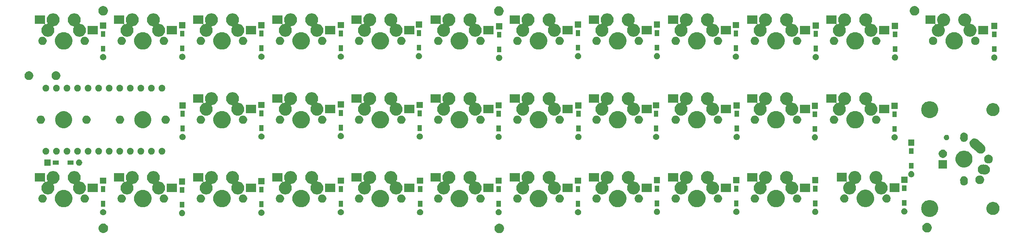
<source format=gts>
G04 #@! TF.GenerationSoftware,KiCad,Pcbnew,(5.1.5)-2*
G04 #@! TF.CreationDate,2020-02-27T15:55:59+09:00*
G04 #@! TF.ProjectId,First_keyboard30,46697273-745f-46b6-9579-626f61726433,rev?*
G04 #@! TF.SameCoordinates,Original*
G04 #@! TF.FileFunction,Soldermask,Top*
G04 #@! TF.FilePolarity,Negative*
%FSLAX46Y46*%
G04 Gerber Fmt 4.6, Leading zero omitted, Abs format (unit mm)*
G04 Created by KiCad (PCBNEW (5.1.5)-2) date 2020-02-27 15:55:59*
%MOMM*%
%LPD*%
G04 APERTURE LIST*
%ADD10C,0.100000*%
G04 APERTURE END LIST*
D10*
G36*
X147684549Y-132431116D02*
G01*
X147795734Y-132453232D01*
X148005203Y-132539997D01*
X148193720Y-132665960D01*
X148354040Y-132826280D01*
X148480003Y-133014797D01*
X148554342Y-133194266D01*
X148566768Y-133224267D01*
X148605033Y-133416635D01*
X148611000Y-133446636D01*
X148611000Y-133673364D01*
X148572736Y-133865733D01*
X148566768Y-133895733D01*
X148492430Y-134075203D01*
X148480003Y-134105203D01*
X148354040Y-134293720D01*
X148193720Y-134454040D01*
X148005203Y-134580003D01*
X147795734Y-134666768D01*
X147684549Y-134688884D01*
X147573365Y-134711000D01*
X147346635Y-134711000D01*
X147235451Y-134688884D01*
X147124266Y-134666768D01*
X146914797Y-134580003D01*
X146726280Y-134454040D01*
X146565960Y-134293720D01*
X146439997Y-134105203D01*
X146427571Y-134075203D01*
X146353232Y-133895733D01*
X146347265Y-133865733D01*
X146309000Y-133673364D01*
X146309000Y-133446636D01*
X146314968Y-133416635D01*
X146353232Y-133224267D01*
X146365659Y-133194266D01*
X146439997Y-133014797D01*
X146565960Y-132826280D01*
X146726280Y-132665960D01*
X146914797Y-132539997D01*
X147124266Y-132453232D01*
X147235451Y-132431116D01*
X147346635Y-132409000D01*
X147573365Y-132409000D01*
X147684549Y-132431116D01*
G37*
G36*
X52374549Y-132401116D02*
G01*
X52485734Y-132423232D01*
X52695203Y-132509997D01*
X52883720Y-132635960D01*
X53044040Y-132796280D01*
X53076459Y-132844799D01*
X53170004Y-132984799D01*
X53182430Y-133014799D01*
X53256768Y-133194266D01*
X53273152Y-133276635D01*
X53301000Y-133416635D01*
X53301000Y-133643365D01*
X53284616Y-133725733D01*
X53256768Y-133865734D01*
X53170003Y-134075203D01*
X53044040Y-134263720D01*
X52883720Y-134424040D01*
X52695203Y-134550003D01*
X52485734Y-134636768D01*
X52374549Y-134658884D01*
X52263365Y-134681000D01*
X52036635Y-134681000D01*
X51925451Y-134658884D01*
X51814266Y-134636768D01*
X51604797Y-134550003D01*
X51416280Y-134424040D01*
X51255960Y-134263720D01*
X51129997Y-134075203D01*
X51043232Y-133865734D01*
X51015384Y-133725733D01*
X50999000Y-133643365D01*
X50999000Y-133416635D01*
X51026848Y-133276635D01*
X51043232Y-133194266D01*
X51117570Y-133014799D01*
X51129996Y-132984799D01*
X51223541Y-132844799D01*
X51255960Y-132796280D01*
X51416280Y-132635960D01*
X51604797Y-132509997D01*
X51814266Y-132423232D01*
X51925451Y-132401116D01*
X52036635Y-132379000D01*
X52263365Y-132379000D01*
X52374549Y-132401116D01*
G37*
G36*
X250644549Y-132261116D02*
G01*
X250755734Y-132283232D01*
X250965203Y-132369997D01*
X251153720Y-132495960D01*
X251314040Y-132656280D01*
X251440003Y-132844797D01*
X251526768Y-133054266D01*
X251571000Y-133276636D01*
X251571000Y-133503364D01*
X251526768Y-133725734D01*
X251440003Y-133935203D01*
X251314040Y-134123720D01*
X251153720Y-134284040D01*
X250965203Y-134410003D01*
X250755734Y-134496768D01*
X250644549Y-134518884D01*
X250533365Y-134541000D01*
X250306635Y-134541000D01*
X250195451Y-134518884D01*
X250084266Y-134496768D01*
X249874797Y-134410003D01*
X249686280Y-134284040D01*
X249525960Y-134123720D01*
X249399997Y-133935203D01*
X249313232Y-133725734D01*
X249269000Y-133503364D01*
X249269000Y-133276636D01*
X249313232Y-133054266D01*
X249399997Y-132844797D01*
X249525960Y-132656280D01*
X249686280Y-132495960D01*
X249874797Y-132369997D01*
X250084266Y-132283232D01*
X250195451Y-132261116D01*
X250306635Y-132239000D01*
X250533365Y-132239000D01*
X250644549Y-132261116D01*
G37*
G36*
X251641474Y-126791684D02*
G01*
X251859474Y-126881983D01*
X252013623Y-126945833D01*
X252348548Y-127169623D01*
X252633377Y-127454452D01*
X252857167Y-127789377D01*
X252857167Y-127789378D01*
X253011316Y-128161526D01*
X253089900Y-128556594D01*
X253089900Y-128959406D01*
X253011316Y-129354474D01*
X252971176Y-129451380D01*
X252857167Y-129726623D01*
X252633377Y-130061548D01*
X252348548Y-130346377D01*
X252013623Y-130570167D01*
X251918664Y-130609500D01*
X251641474Y-130724316D01*
X251246406Y-130802900D01*
X250843594Y-130802900D01*
X250448526Y-130724316D01*
X250171336Y-130609500D01*
X250076377Y-130570167D01*
X249741452Y-130346377D01*
X249456623Y-130061548D01*
X249232833Y-129726623D01*
X249118824Y-129451380D01*
X249078684Y-129354474D01*
X249000100Y-128959406D01*
X249000100Y-128556594D01*
X249078684Y-128161526D01*
X249232833Y-127789378D01*
X249232833Y-127789377D01*
X249456623Y-127454452D01*
X249741452Y-127169623D01*
X250076377Y-126945833D01*
X250230526Y-126881983D01*
X250448526Y-126791684D01*
X250843594Y-126713100D01*
X251246406Y-126713100D01*
X251641474Y-126791684D01*
G37*
G36*
X71204425Y-129114599D02*
G01*
X71328621Y-129139302D01*
X71465022Y-129195801D01*
X71587779Y-129277825D01*
X71692175Y-129382221D01*
X71774199Y-129504978D01*
X71830698Y-129641379D01*
X71859500Y-129786181D01*
X71859500Y-129933819D01*
X71830698Y-130078621D01*
X71774199Y-130215022D01*
X71692175Y-130337779D01*
X71587779Y-130442175D01*
X71465022Y-130524199D01*
X71328621Y-130580698D01*
X71204425Y-130605401D01*
X71183820Y-130609500D01*
X71036180Y-130609500D01*
X71015575Y-130605401D01*
X70891379Y-130580698D01*
X70754978Y-130524199D01*
X70632221Y-130442175D01*
X70527825Y-130337779D01*
X70445801Y-130215022D01*
X70389302Y-130078621D01*
X70360500Y-129933819D01*
X70360500Y-129786181D01*
X70389302Y-129641379D01*
X70445801Y-129504978D01*
X70527825Y-129382221D01*
X70632221Y-129277825D01*
X70754978Y-129195801D01*
X70891379Y-129139302D01*
X71015575Y-129114599D01*
X71036180Y-129110500D01*
X71183820Y-129110500D01*
X71204425Y-129114599D01*
G37*
G36*
X90304425Y-129024599D02*
G01*
X90428621Y-129049302D01*
X90565022Y-129105801D01*
X90687779Y-129187825D01*
X90792175Y-129292221D01*
X90874199Y-129414978D01*
X90930698Y-129551379D01*
X90959500Y-129696181D01*
X90959500Y-129843819D01*
X90930698Y-129988621D01*
X90874199Y-130125022D01*
X90792175Y-130247779D01*
X90687779Y-130352175D01*
X90565022Y-130434199D01*
X90428621Y-130490698D01*
X90304425Y-130515401D01*
X90283820Y-130519500D01*
X90136180Y-130519500D01*
X90115575Y-130515401D01*
X89991379Y-130490698D01*
X89854978Y-130434199D01*
X89732221Y-130352175D01*
X89627825Y-130247779D01*
X89545801Y-130125022D01*
X89489302Y-129988621D01*
X89460500Y-129843819D01*
X89460500Y-129696181D01*
X89489302Y-129551379D01*
X89545801Y-129414978D01*
X89627825Y-129292221D01*
X89732221Y-129187825D01*
X89854978Y-129105801D01*
X89991379Y-129049302D01*
X90115575Y-129024599D01*
X90136180Y-129020500D01*
X90283820Y-129020500D01*
X90304425Y-129024599D01*
G37*
G36*
X128504425Y-128924599D02*
G01*
X128628621Y-128949302D01*
X128765022Y-129005801D01*
X128887779Y-129087825D01*
X128992175Y-129192221D01*
X129074199Y-129314978D01*
X129130698Y-129451379D01*
X129159500Y-129596181D01*
X129159500Y-129743819D01*
X129130698Y-129888621D01*
X129074199Y-130025022D01*
X128992175Y-130147779D01*
X128887779Y-130252175D01*
X128765022Y-130334199D01*
X128628621Y-130390698D01*
X128504425Y-130415401D01*
X128483820Y-130419500D01*
X128336180Y-130419500D01*
X128315575Y-130415401D01*
X128191379Y-130390698D01*
X128054978Y-130334199D01*
X127932221Y-130252175D01*
X127827825Y-130147779D01*
X127745801Y-130025022D01*
X127689302Y-129888621D01*
X127660500Y-129743819D01*
X127660500Y-129596181D01*
X127689302Y-129451379D01*
X127745801Y-129314978D01*
X127827825Y-129192221D01*
X127932221Y-129087825D01*
X128054978Y-129005801D01*
X128191379Y-128949302D01*
X128315575Y-128924599D01*
X128336180Y-128920500D01*
X128483820Y-128920500D01*
X128504425Y-128924599D01*
G37*
G36*
X52204425Y-128914599D02*
G01*
X52328621Y-128939302D01*
X52465022Y-128995801D01*
X52587779Y-129077825D01*
X52692175Y-129182221D01*
X52774199Y-129304978D01*
X52830698Y-129441379D01*
X52859500Y-129586181D01*
X52859500Y-129733819D01*
X52830698Y-129878621D01*
X52774199Y-130015022D01*
X52692175Y-130137779D01*
X52587779Y-130242175D01*
X52465022Y-130324199D01*
X52328621Y-130380698D01*
X52204425Y-130405401D01*
X52183820Y-130409500D01*
X52036180Y-130409500D01*
X52015575Y-130405401D01*
X51891379Y-130380698D01*
X51754978Y-130324199D01*
X51632221Y-130242175D01*
X51527825Y-130137779D01*
X51445801Y-130015022D01*
X51389302Y-129878621D01*
X51360500Y-129733819D01*
X51360500Y-129586181D01*
X51389302Y-129441379D01*
X51445801Y-129304978D01*
X51527825Y-129182221D01*
X51632221Y-129077825D01*
X51754978Y-128995801D01*
X51891379Y-128939302D01*
X52015575Y-128914599D01*
X52036180Y-128910500D01*
X52183820Y-128910500D01*
X52204425Y-128914599D01*
G37*
G36*
X109404425Y-128914599D02*
G01*
X109528621Y-128939302D01*
X109665022Y-128995801D01*
X109787779Y-129077825D01*
X109892175Y-129182221D01*
X109974199Y-129304978D01*
X110030698Y-129441379D01*
X110059500Y-129586181D01*
X110059500Y-129733819D01*
X110030698Y-129878621D01*
X109974199Y-130015022D01*
X109892175Y-130137779D01*
X109787779Y-130242175D01*
X109665022Y-130324199D01*
X109528621Y-130380698D01*
X109404425Y-130405401D01*
X109383820Y-130409500D01*
X109236180Y-130409500D01*
X109215575Y-130405401D01*
X109091379Y-130380698D01*
X108954978Y-130324199D01*
X108832221Y-130242175D01*
X108727825Y-130137779D01*
X108645801Y-130015022D01*
X108589302Y-129878621D01*
X108560500Y-129733819D01*
X108560500Y-129586181D01*
X108589302Y-129441379D01*
X108645801Y-129304978D01*
X108727825Y-129182221D01*
X108832221Y-129077825D01*
X108954978Y-128995801D01*
X109091379Y-128939302D01*
X109215575Y-128914599D01*
X109236180Y-128910500D01*
X109383820Y-128910500D01*
X109404425Y-128914599D01*
G37*
G36*
X147404425Y-128914599D02*
G01*
X147528621Y-128939302D01*
X147665022Y-128995801D01*
X147787779Y-129077825D01*
X147892175Y-129182221D01*
X147974199Y-129304978D01*
X148030698Y-129441379D01*
X148059500Y-129586181D01*
X148059500Y-129733819D01*
X148030698Y-129878621D01*
X147974199Y-130015022D01*
X147892175Y-130137779D01*
X147787779Y-130242175D01*
X147665022Y-130324199D01*
X147528621Y-130380698D01*
X147404425Y-130405401D01*
X147383820Y-130409500D01*
X147236180Y-130409500D01*
X147215575Y-130405401D01*
X147091379Y-130380698D01*
X146954978Y-130324199D01*
X146832221Y-130242175D01*
X146727825Y-130137779D01*
X146645801Y-130015022D01*
X146589302Y-129878621D01*
X146560500Y-129733819D01*
X146560500Y-129586181D01*
X146589302Y-129441379D01*
X146645801Y-129304978D01*
X146727825Y-129182221D01*
X146832221Y-129077825D01*
X146954978Y-128995801D01*
X147091379Y-128939302D01*
X147215575Y-128914599D01*
X147236180Y-128910500D01*
X147383820Y-128910500D01*
X147404425Y-128914599D01*
G37*
G36*
X166504425Y-128914599D02*
G01*
X166628621Y-128939302D01*
X166765022Y-128995801D01*
X166887779Y-129077825D01*
X166992175Y-129182221D01*
X167074199Y-129304978D01*
X167130698Y-129441379D01*
X167159500Y-129586181D01*
X167159500Y-129733819D01*
X167130698Y-129878621D01*
X167074199Y-130015022D01*
X166992175Y-130137779D01*
X166887779Y-130242175D01*
X166765022Y-130324199D01*
X166628621Y-130380698D01*
X166504425Y-130405401D01*
X166483820Y-130409500D01*
X166336180Y-130409500D01*
X166315575Y-130405401D01*
X166191379Y-130380698D01*
X166054978Y-130324199D01*
X165932221Y-130242175D01*
X165827825Y-130137779D01*
X165745801Y-130015022D01*
X165689302Y-129878621D01*
X165660500Y-129733819D01*
X165660500Y-129586181D01*
X165689302Y-129441379D01*
X165745801Y-129304978D01*
X165827825Y-129182221D01*
X165932221Y-129077825D01*
X166054978Y-128995801D01*
X166191379Y-128939302D01*
X166315575Y-128914599D01*
X166336180Y-128910500D01*
X166483820Y-128910500D01*
X166504425Y-128914599D01*
G37*
G36*
X266744411Y-127243526D02*
G01*
X266863137Y-127292704D01*
X267031041Y-127362252D01*
X267031042Y-127362253D01*
X267289004Y-127534617D01*
X267508383Y-127753996D01*
X267532024Y-127789378D01*
X267680748Y-128011959D01*
X267727985Y-128126000D01*
X267799474Y-128298589D01*
X267860000Y-128602876D01*
X267860000Y-128913124D01*
X267799474Y-129217411D01*
X267768485Y-129292224D01*
X267680748Y-129504041D01*
X267680747Y-129504042D01*
X267508383Y-129762004D01*
X267289004Y-129981383D01*
X267169028Y-130061548D01*
X267031041Y-130153748D01*
X266896443Y-130209500D01*
X266744411Y-130272474D01*
X266440125Y-130333000D01*
X266129875Y-130333000D01*
X265825589Y-130272474D01*
X265673557Y-130209500D01*
X265538959Y-130153748D01*
X265400972Y-130061548D01*
X265280996Y-129981383D01*
X265061617Y-129762004D01*
X264889253Y-129504042D01*
X264889252Y-129504041D01*
X264801515Y-129292224D01*
X264770526Y-129217411D01*
X264710000Y-128913124D01*
X264710000Y-128602876D01*
X264770526Y-128298589D01*
X264842015Y-128126000D01*
X264889252Y-128011959D01*
X265037976Y-127789378D01*
X265061617Y-127753996D01*
X265280996Y-127534617D01*
X265538958Y-127362253D01*
X265538959Y-127362252D01*
X265706863Y-127292704D01*
X265825589Y-127243526D01*
X266129875Y-127183000D01*
X266440125Y-127183000D01*
X266744411Y-127243526D01*
G37*
G36*
X204604425Y-128814599D02*
G01*
X204728621Y-128839302D01*
X204865022Y-128895801D01*
X204987779Y-128977825D01*
X205092175Y-129082221D01*
X205174199Y-129204978D01*
X205230698Y-129341379D01*
X205259500Y-129486181D01*
X205259500Y-129633819D01*
X205230698Y-129778621D01*
X205174199Y-129915022D01*
X205092175Y-130037779D01*
X204987779Y-130142175D01*
X204865022Y-130224199D01*
X204728621Y-130280698D01*
X204604425Y-130305401D01*
X204583820Y-130309500D01*
X204436180Y-130309500D01*
X204415575Y-130305401D01*
X204291379Y-130280698D01*
X204154978Y-130224199D01*
X204032221Y-130142175D01*
X203927825Y-130037779D01*
X203845801Y-129915022D01*
X203789302Y-129778621D01*
X203760500Y-129633819D01*
X203760500Y-129486181D01*
X203789302Y-129341379D01*
X203845801Y-129204978D01*
X203927825Y-129082221D01*
X204032221Y-128977825D01*
X204154978Y-128895801D01*
X204291379Y-128839302D01*
X204415575Y-128814599D01*
X204436180Y-128810500D01*
X204583820Y-128810500D01*
X204604425Y-128814599D01*
G37*
G36*
X185504425Y-128814599D02*
G01*
X185628621Y-128839302D01*
X185765022Y-128895801D01*
X185887779Y-128977825D01*
X185992175Y-129082221D01*
X186074199Y-129204978D01*
X186130698Y-129341379D01*
X186159500Y-129486181D01*
X186159500Y-129633819D01*
X186130698Y-129778621D01*
X186074199Y-129915022D01*
X185992175Y-130037779D01*
X185887779Y-130142175D01*
X185765022Y-130224199D01*
X185628621Y-130280698D01*
X185504425Y-130305401D01*
X185483820Y-130309500D01*
X185336180Y-130309500D01*
X185315575Y-130305401D01*
X185191379Y-130280698D01*
X185054978Y-130224199D01*
X184932221Y-130142175D01*
X184827825Y-130037779D01*
X184745801Y-129915022D01*
X184689302Y-129778621D01*
X184660500Y-129633819D01*
X184660500Y-129486181D01*
X184689302Y-129341379D01*
X184745801Y-129204978D01*
X184827825Y-129082221D01*
X184932221Y-128977825D01*
X185054978Y-128895801D01*
X185191379Y-128839302D01*
X185315575Y-128814599D01*
X185336180Y-128810500D01*
X185483820Y-128810500D01*
X185504425Y-128814599D01*
G37*
G36*
X223604425Y-128814599D02*
G01*
X223728621Y-128839302D01*
X223865022Y-128895801D01*
X223987779Y-128977825D01*
X224092175Y-129082221D01*
X224174199Y-129204978D01*
X224230698Y-129341379D01*
X224259500Y-129486181D01*
X224259500Y-129633819D01*
X224230698Y-129778621D01*
X224174199Y-129915022D01*
X224092175Y-130037779D01*
X223987779Y-130142175D01*
X223865022Y-130224199D01*
X223728621Y-130280698D01*
X223604425Y-130305401D01*
X223583820Y-130309500D01*
X223436180Y-130309500D01*
X223415575Y-130305401D01*
X223291379Y-130280698D01*
X223154978Y-130224199D01*
X223032221Y-130142175D01*
X222927825Y-130037779D01*
X222845801Y-129915022D01*
X222789302Y-129778621D01*
X222760500Y-129633819D01*
X222760500Y-129486181D01*
X222789302Y-129341379D01*
X222845801Y-129204978D01*
X222927825Y-129082221D01*
X223032221Y-128977825D01*
X223154978Y-128895801D01*
X223291379Y-128839302D01*
X223415575Y-128814599D01*
X223436180Y-128810500D01*
X223583820Y-128810500D01*
X223604425Y-128814599D01*
G37*
G36*
X245034425Y-128714599D02*
G01*
X245158621Y-128739302D01*
X245295022Y-128795801D01*
X245417779Y-128877825D01*
X245522175Y-128982221D01*
X245604199Y-129104978D01*
X245660698Y-129241379D01*
X245689500Y-129386181D01*
X245689500Y-129533819D01*
X245660698Y-129678621D01*
X245604199Y-129815022D01*
X245522175Y-129937779D01*
X245417779Y-130042175D01*
X245295022Y-130124199D01*
X245158621Y-130180698D01*
X245034425Y-130205401D01*
X245013820Y-130209500D01*
X244866180Y-130209500D01*
X244845575Y-130205401D01*
X244721379Y-130180698D01*
X244584978Y-130124199D01*
X244462221Y-130042175D01*
X244357825Y-129937779D01*
X244275801Y-129815022D01*
X244219302Y-129678621D01*
X244190500Y-129533819D01*
X244190500Y-129386181D01*
X244219302Y-129241379D01*
X244275801Y-129104978D01*
X244357825Y-128982221D01*
X244462221Y-128877825D01*
X244584978Y-128795801D01*
X244721379Y-128739302D01*
X244845575Y-128714599D01*
X244866180Y-128710500D01*
X245013820Y-128710500D01*
X245034425Y-128714599D01*
G37*
G36*
X71636000Y-128526000D02*
G01*
X70584000Y-128526000D01*
X70584000Y-127124000D01*
X71636000Y-127124000D01*
X71636000Y-128526000D01*
G37*
G36*
X138337536Y-124312827D02*
G01*
X138472839Y-124339740D01*
X138743206Y-124451730D01*
X138806911Y-124478117D01*
X138855197Y-124498118D01*
X139028420Y-124613862D01*
X139199309Y-124728046D01*
X139491954Y-125020691D01*
X139494659Y-125024740D01*
X139718005Y-125359000D01*
X139721883Y-125364805D01*
X139724449Y-125371000D01*
X139871976Y-125727161D01*
X139880260Y-125747162D01*
X139961000Y-126153068D01*
X139961000Y-126566932D01*
X139931925Y-126713100D01*
X139880260Y-126972839D01*
X139721882Y-127355197D01*
X139717168Y-127362252D01*
X139491954Y-127699309D01*
X139199309Y-127991954D01*
X139169369Y-128011959D01*
X138855197Y-128221882D01*
X138855196Y-128221883D01*
X138855195Y-128221883D01*
X138743206Y-128268270D01*
X138472839Y-128380260D01*
X138337536Y-128407173D01*
X138066932Y-128461000D01*
X137653068Y-128461000D01*
X137382464Y-128407173D01*
X137247161Y-128380260D01*
X136976794Y-128268270D01*
X136864805Y-128221883D01*
X136864804Y-128221883D01*
X136864803Y-128221882D01*
X136550631Y-128011959D01*
X136520691Y-127991954D01*
X136228046Y-127699309D01*
X136002832Y-127362252D01*
X135998118Y-127355197D01*
X135839740Y-126972839D01*
X135788075Y-126713100D01*
X135759000Y-126566932D01*
X135759000Y-126153068D01*
X135839740Y-125747162D01*
X135848025Y-125727161D01*
X135995551Y-125371000D01*
X135998117Y-125364805D01*
X136001996Y-125359000D01*
X136225341Y-125024740D01*
X136228046Y-125020691D01*
X136520691Y-124728046D01*
X136691580Y-124613862D01*
X136864803Y-124498118D01*
X136913090Y-124478117D01*
X136976794Y-124451730D01*
X137247161Y-124339740D01*
X137382464Y-124312827D01*
X137653068Y-124259000D01*
X138066932Y-124259000D01*
X138337536Y-124312827D01*
G37*
G36*
X214537536Y-124312827D02*
G01*
X214672839Y-124339740D01*
X214943206Y-124451730D01*
X215006911Y-124478117D01*
X215055197Y-124498118D01*
X215228420Y-124613862D01*
X215399309Y-124728046D01*
X215691954Y-125020691D01*
X215694659Y-125024740D01*
X215918005Y-125359000D01*
X215921883Y-125364805D01*
X215924449Y-125371000D01*
X216071976Y-125727161D01*
X216080260Y-125747162D01*
X216161000Y-126153068D01*
X216161000Y-126566932D01*
X216131925Y-126713100D01*
X216080260Y-126972839D01*
X215921882Y-127355197D01*
X215917168Y-127362252D01*
X215691954Y-127699309D01*
X215399309Y-127991954D01*
X215369369Y-128011959D01*
X215055197Y-128221882D01*
X215055196Y-128221883D01*
X215055195Y-128221883D01*
X214943206Y-128268270D01*
X214672839Y-128380260D01*
X214537536Y-128407173D01*
X214266932Y-128461000D01*
X213853068Y-128461000D01*
X213582464Y-128407173D01*
X213447161Y-128380260D01*
X213176794Y-128268270D01*
X213064805Y-128221883D01*
X213064804Y-128221883D01*
X213064803Y-128221882D01*
X212750631Y-128011959D01*
X212720691Y-127991954D01*
X212428046Y-127699309D01*
X212202832Y-127362252D01*
X212198118Y-127355197D01*
X212039740Y-126972839D01*
X211988075Y-126713100D01*
X211959000Y-126566932D01*
X211959000Y-126153068D01*
X212039740Y-125747162D01*
X212048025Y-125727161D01*
X212195551Y-125371000D01*
X212198117Y-125364805D01*
X212201996Y-125359000D01*
X212425341Y-125024740D01*
X212428046Y-125020691D01*
X212720691Y-124728046D01*
X212891580Y-124613862D01*
X213064803Y-124498118D01*
X213113090Y-124478117D01*
X213176794Y-124451730D01*
X213447161Y-124339740D01*
X213582464Y-124312827D01*
X213853068Y-124259000D01*
X214266932Y-124259000D01*
X214537536Y-124312827D01*
G37*
G36*
X100237536Y-124312827D02*
G01*
X100372839Y-124339740D01*
X100643206Y-124451730D01*
X100706911Y-124478117D01*
X100755197Y-124498118D01*
X100928420Y-124613862D01*
X101099309Y-124728046D01*
X101391954Y-125020691D01*
X101394659Y-125024740D01*
X101618005Y-125359000D01*
X101621883Y-125364805D01*
X101624449Y-125371000D01*
X101771976Y-125727161D01*
X101780260Y-125747162D01*
X101861000Y-126153068D01*
X101861000Y-126566932D01*
X101831925Y-126713100D01*
X101780260Y-126972839D01*
X101621882Y-127355197D01*
X101617168Y-127362252D01*
X101391954Y-127699309D01*
X101099309Y-127991954D01*
X101069369Y-128011959D01*
X100755197Y-128221882D01*
X100755196Y-128221883D01*
X100755195Y-128221883D01*
X100643206Y-128268270D01*
X100372839Y-128380260D01*
X100237536Y-128407173D01*
X99966932Y-128461000D01*
X99553068Y-128461000D01*
X99282464Y-128407173D01*
X99147161Y-128380260D01*
X98876794Y-128268270D01*
X98764805Y-128221883D01*
X98764804Y-128221883D01*
X98764803Y-128221882D01*
X98450631Y-128011959D01*
X98420691Y-127991954D01*
X98128046Y-127699309D01*
X97902832Y-127362252D01*
X97898118Y-127355197D01*
X97739740Y-126972839D01*
X97688075Y-126713100D01*
X97659000Y-126566932D01*
X97659000Y-126153068D01*
X97739740Y-125747162D01*
X97748025Y-125727161D01*
X97895551Y-125371000D01*
X97898117Y-125364805D01*
X97901996Y-125359000D01*
X98125341Y-125024740D01*
X98128046Y-125020691D01*
X98420691Y-124728046D01*
X98591580Y-124613862D01*
X98764803Y-124498118D01*
X98813090Y-124478117D01*
X98876794Y-124451730D01*
X99147161Y-124339740D01*
X99282464Y-124312827D01*
X99553068Y-124259000D01*
X99966932Y-124259000D01*
X100237536Y-124312827D01*
G37*
G36*
X157387536Y-124312827D02*
G01*
X157522839Y-124339740D01*
X157793206Y-124451730D01*
X157856911Y-124478117D01*
X157905197Y-124498118D01*
X158078420Y-124613862D01*
X158249309Y-124728046D01*
X158541954Y-125020691D01*
X158544659Y-125024740D01*
X158768005Y-125359000D01*
X158771883Y-125364805D01*
X158774449Y-125371000D01*
X158921976Y-125727161D01*
X158930260Y-125747162D01*
X159011000Y-126153068D01*
X159011000Y-126566932D01*
X158981925Y-126713100D01*
X158930260Y-126972839D01*
X158771882Y-127355197D01*
X158767168Y-127362252D01*
X158541954Y-127699309D01*
X158249309Y-127991954D01*
X158219369Y-128011959D01*
X157905197Y-128221882D01*
X157905196Y-128221883D01*
X157905195Y-128221883D01*
X157793206Y-128268270D01*
X157522839Y-128380260D01*
X157387536Y-128407173D01*
X157116932Y-128461000D01*
X156703068Y-128461000D01*
X156432464Y-128407173D01*
X156297161Y-128380260D01*
X156026794Y-128268270D01*
X155914805Y-128221883D01*
X155914804Y-128221883D01*
X155914803Y-128221882D01*
X155600631Y-128011959D01*
X155570691Y-127991954D01*
X155278046Y-127699309D01*
X155052832Y-127362252D01*
X155048118Y-127355197D01*
X154889740Y-126972839D01*
X154838075Y-126713100D01*
X154809000Y-126566932D01*
X154809000Y-126153068D01*
X154889740Y-125747162D01*
X154898025Y-125727161D01*
X155045551Y-125371000D01*
X155048117Y-125364805D01*
X155051996Y-125359000D01*
X155275341Y-125024740D01*
X155278046Y-125020691D01*
X155570691Y-124728046D01*
X155741580Y-124613862D01*
X155914803Y-124498118D01*
X155963090Y-124478117D01*
X156026794Y-124451730D01*
X156297161Y-124339740D01*
X156432464Y-124312827D01*
X156703068Y-124259000D01*
X157116932Y-124259000D01*
X157387536Y-124312827D01*
G37*
G36*
X195487536Y-124312827D02*
G01*
X195622839Y-124339740D01*
X195893206Y-124451730D01*
X195956911Y-124478117D01*
X196005197Y-124498118D01*
X196178420Y-124613862D01*
X196349309Y-124728046D01*
X196641954Y-125020691D01*
X196644659Y-125024740D01*
X196868005Y-125359000D01*
X196871883Y-125364805D01*
X196874449Y-125371000D01*
X197021976Y-125727161D01*
X197030260Y-125747162D01*
X197111000Y-126153068D01*
X197111000Y-126566932D01*
X197081925Y-126713100D01*
X197030260Y-126972839D01*
X196871882Y-127355197D01*
X196867168Y-127362252D01*
X196641954Y-127699309D01*
X196349309Y-127991954D01*
X196319369Y-128011959D01*
X196005197Y-128221882D01*
X196005196Y-128221883D01*
X196005195Y-128221883D01*
X195893206Y-128268270D01*
X195622839Y-128380260D01*
X195487536Y-128407173D01*
X195216932Y-128461000D01*
X194803068Y-128461000D01*
X194532464Y-128407173D01*
X194397161Y-128380260D01*
X194126794Y-128268270D01*
X194014805Y-128221883D01*
X194014804Y-128221883D01*
X194014803Y-128221882D01*
X193700631Y-128011959D01*
X193670691Y-127991954D01*
X193378046Y-127699309D01*
X193152832Y-127362252D01*
X193148118Y-127355197D01*
X192989740Y-126972839D01*
X192938075Y-126713100D01*
X192909000Y-126566932D01*
X192909000Y-126153068D01*
X192989740Y-125747162D01*
X192998025Y-125727161D01*
X193145551Y-125371000D01*
X193148117Y-125364805D01*
X193151996Y-125359000D01*
X193375341Y-125024740D01*
X193378046Y-125020691D01*
X193670691Y-124728046D01*
X193841580Y-124613862D01*
X194014803Y-124498118D01*
X194063090Y-124478117D01*
X194126794Y-124451730D01*
X194397161Y-124339740D01*
X194532464Y-124312827D01*
X194803068Y-124259000D01*
X195216932Y-124259000D01*
X195487536Y-124312827D01*
G37*
G36*
X81187536Y-124312827D02*
G01*
X81322839Y-124339740D01*
X81593206Y-124451730D01*
X81656911Y-124478117D01*
X81705197Y-124498118D01*
X81878420Y-124613862D01*
X82049309Y-124728046D01*
X82341954Y-125020691D01*
X82344659Y-125024740D01*
X82568005Y-125359000D01*
X82571883Y-125364805D01*
X82574449Y-125371000D01*
X82721976Y-125727161D01*
X82730260Y-125747162D01*
X82811000Y-126153068D01*
X82811000Y-126566932D01*
X82781925Y-126713100D01*
X82730260Y-126972839D01*
X82571882Y-127355197D01*
X82567168Y-127362252D01*
X82341954Y-127699309D01*
X82049309Y-127991954D01*
X82019369Y-128011959D01*
X81705197Y-128221882D01*
X81705196Y-128221883D01*
X81705195Y-128221883D01*
X81593206Y-128268270D01*
X81322839Y-128380260D01*
X81187536Y-128407173D01*
X80916932Y-128461000D01*
X80503068Y-128461000D01*
X80232464Y-128407173D01*
X80097161Y-128380260D01*
X79826794Y-128268270D01*
X79714805Y-128221883D01*
X79714804Y-128221883D01*
X79714803Y-128221882D01*
X79400631Y-128011959D01*
X79370691Y-127991954D01*
X79078046Y-127699309D01*
X78852832Y-127362252D01*
X78848118Y-127355197D01*
X78689740Y-126972839D01*
X78638075Y-126713100D01*
X78609000Y-126566932D01*
X78609000Y-126153068D01*
X78689740Y-125747162D01*
X78698025Y-125727161D01*
X78845551Y-125371000D01*
X78848117Y-125364805D01*
X78851996Y-125359000D01*
X79075341Y-125024740D01*
X79078046Y-125020691D01*
X79370691Y-124728046D01*
X79541580Y-124613862D01*
X79714803Y-124498118D01*
X79763090Y-124478117D01*
X79826794Y-124451730D01*
X80097161Y-124339740D01*
X80232464Y-124312827D01*
X80503068Y-124259000D01*
X80916932Y-124259000D01*
X81187536Y-124312827D01*
G37*
G36*
X176437536Y-124312827D02*
G01*
X176572839Y-124339740D01*
X176843206Y-124451730D01*
X176906911Y-124478117D01*
X176955197Y-124498118D01*
X177128420Y-124613862D01*
X177299309Y-124728046D01*
X177591954Y-125020691D01*
X177594659Y-125024740D01*
X177818005Y-125359000D01*
X177821883Y-125364805D01*
X177824449Y-125371000D01*
X177971976Y-125727161D01*
X177980260Y-125747162D01*
X178061000Y-126153068D01*
X178061000Y-126566932D01*
X178031925Y-126713100D01*
X177980260Y-126972839D01*
X177821882Y-127355197D01*
X177817168Y-127362252D01*
X177591954Y-127699309D01*
X177299309Y-127991954D01*
X177269369Y-128011959D01*
X176955197Y-128221882D01*
X176955196Y-128221883D01*
X176955195Y-128221883D01*
X176843206Y-128268270D01*
X176572839Y-128380260D01*
X176437536Y-128407173D01*
X176166932Y-128461000D01*
X175753068Y-128461000D01*
X175482464Y-128407173D01*
X175347161Y-128380260D01*
X175076794Y-128268270D01*
X174964805Y-128221883D01*
X174964804Y-128221883D01*
X174964803Y-128221882D01*
X174650631Y-128011959D01*
X174620691Y-127991954D01*
X174328046Y-127699309D01*
X174102832Y-127362252D01*
X174098118Y-127355197D01*
X173939740Y-126972839D01*
X173888075Y-126713100D01*
X173859000Y-126566932D01*
X173859000Y-126153068D01*
X173939740Y-125747162D01*
X173948025Y-125727161D01*
X174095551Y-125371000D01*
X174098117Y-125364805D01*
X174101996Y-125359000D01*
X174325341Y-125024740D01*
X174328046Y-125020691D01*
X174620691Y-124728046D01*
X174791580Y-124613862D01*
X174964803Y-124498118D01*
X175013090Y-124478117D01*
X175076794Y-124451730D01*
X175347161Y-124339740D01*
X175482464Y-124312827D01*
X175753068Y-124259000D01*
X176166932Y-124259000D01*
X176437536Y-124312827D01*
G37*
G36*
X62137536Y-124312827D02*
G01*
X62272839Y-124339740D01*
X62543206Y-124451730D01*
X62606911Y-124478117D01*
X62655197Y-124498118D01*
X62828420Y-124613862D01*
X62999309Y-124728046D01*
X63291954Y-125020691D01*
X63294659Y-125024740D01*
X63518005Y-125359000D01*
X63521883Y-125364805D01*
X63524449Y-125371000D01*
X63671976Y-125727161D01*
X63680260Y-125747162D01*
X63761000Y-126153068D01*
X63761000Y-126566932D01*
X63731925Y-126713100D01*
X63680260Y-126972839D01*
X63521882Y-127355197D01*
X63517168Y-127362252D01*
X63291954Y-127699309D01*
X62999309Y-127991954D01*
X62969369Y-128011959D01*
X62655197Y-128221882D01*
X62655196Y-128221883D01*
X62655195Y-128221883D01*
X62543206Y-128268270D01*
X62272839Y-128380260D01*
X62137536Y-128407173D01*
X61866932Y-128461000D01*
X61453068Y-128461000D01*
X61182464Y-128407173D01*
X61047161Y-128380260D01*
X60776794Y-128268270D01*
X60664805Y-128221883D01*
X60664804Y-128221883D01*
X60664803Y-128221882D01*
X60350631Y-128011959D01*
X60320691Y-127991954D01*
X60028046Y-127699309D01*
X59802832Y-127362252D01*
X59798118Y-127355197D01*
X59639740Y-126972839D01*
X59588075Y-126713100D01*
X59559000Y-126566932D01*
X59559000Y-126153068D01*
X59639740Y-125747162D01*
X59648025Y-125727161D01*
X59795551Y-125371000D01*
X59798117Y-125364805D01*
X59801996Y-125359000D01*
X60025341Y-125024740D01*
X60028046Y-125020691D01*
X60320691Y-124728046D01*
X60491580Y-124613862D01*
X60664803Y-124498118D01*
X60713090Y-124478117D01*
X60776794Y-124451730D01*
X61047161Y-124339740D01*
X61182464Y-124312827D01*
X61453068Y-124259000D01*
X61866932Y-124259000D01*
X62137536Y-124312827D01*
G37*
G36*
X43087536Y-124312827D02*
G01*
X43222839Y-124339740D01*
X43493206Y-124451730D01*
X43556911Y-124478117D01*
X43605197Y-124498118D01*
X43778420Y-124613862D01*
X43949309Y-124728046D01*
X44241954Y-125020691D01*
X44244659Y-125024740D01*
X44468005Y-125359000D01*
X44471883Y-125364805D01*
X44474449Y-125371000D01*
X44621976Y-125727161D01*
X44630260Y-125747162D01*
X44711000Y-126153068D01*
X44711000Y-126566932D01*
X44681925Y-126713100D01*
X44630260Y-126972839D01*
X44471882Y-127355197D01*
X44467168Y-127362252D01*
X44241954Y-127699309D01*
X43949309Y-127991954D01*
X43919369Y-128011959D01*
X43605197Y-128221882D01*
X43605196Y-128221883D01*
X43605195Y-128221883D01*
X43493206Y-128268270D01*
X43222839Y-128380260D01*
X43087536Y-128407173D01*
X42816932Y-128461000D01*
X42403068Y-128461000D01*
X42132464Y-128407173D01*
X41997161Y-128380260D01*
X41726794Y-128268270D01*
X41614805Y-128221883D01*
X41614804Y-128221883D01*
X41614803Y-128221882D01*
X41300631Y-128011959D01*
X41270691Y-127991954D01*
X40978046Y-127699309D01*
X40752832Y-127362252D01*
X40748118Y-127355197D01*
X40589740Y-126972839D01*
X40538075Y-126713100D01*
X40509000Y-126566932D01*
X40509000Y-126153068D01*
X40589740Y-125747162D01*
X40598025Y-125727161D01*
X40745551Y-125371000D01*
X40748117Y-125364805D01*
X40751996Y-125359000D01*
X40975341Y-125024740D01*
X40978046Y-125020691D01*
X41270691Y-124728046D01*
X41441580Y-124613862D01*
X41614803Y-124498118D01*
X41663090Y-124478117D01*
X41726794Y-124451730D01*
X41997161Y-124339740D01*
X42132464Y-124312827D01*
X42403068Y-124259000D01*
X42816932Y-124259000D01*
X43087536Y-124312827D01*
G37*
G36*
X119287536Y-124312827D02*
G01*
X119422839Y-124339740D01*
X119693206Y-124451730D01*
X119756911Y-124478117D01*
X119805197Y-124498118D01*
X119978420Y-124613862D01*
X120149309Y-124728046D01*
X120441954Y-125020691D01*
X120444659Y-125024740D01*
X120668005Y-125359000D01*
X120671883Y-125364805D01*
X120674449Y-125371000D01*
X120821976Y-125727161D01*
X120830260Y-125747162D01*
X120911000Y-126153068D01*
X120911000Y-126566932D01*
X120881925Y-126713100D01*
X120830260Y-126972839D01*
X120671882Y-127355197D01*
X120667168Y-127362252D01*
X120441954Y-127699309D01*
X120149309Y-127991954D01*
X120119369Y-128011959D01*
X119805197Y-128221882D01*
X119805196Y-128221883D01*
X119805195Y-128221883D01*
X119693206Y-128268270D01*
X119422839Y-128380260D01*
X119287536Y-128407173D01*
X119016932Y-128461000D01*
X118603068Y-128461000D01*
X118332464Y-128407173D01*
X118197161Y-128380260D01*
X117926794Y-128268270D01*
X117814805Y-128221883D01*
X117814804Y-128221883D01*
X117814803Y-128221882D01*
X117500631Y-128011959D01*
X117470691Y-127991954D01*
X117178046Y-127699309D01*
X116952832Y-127362252D01*
X116948118Y-127355197D01*
X116789740Y-126972839D01*
X116738075Y-126713100D01*
X116709000Y-126566932D01*
X116709000Y-126153068D01*
X116789740Y-125747162D01*
X116798025Y-125727161D01*
X116945551Y-125371000D01*
X116948117Y-125364805D01*
X116951996Y-125359000D01*
X117175341Y-125024740D01*
X117178046Y-125020691D01*
X117470691Y-124728046D01*
X117641580Y-124613862D01*
X117814803Y-124498118D01*
X117863090Y-124478117D01*
X117926794Y-124451730D01*
X118197161Y-124339740D01*
X118332464Y-124312827D01*
X118603068Y-124259000D01*
X119016932Y-124259000D01*
X119287536Y-124312827D01*
G37*
G36*
X236057536Y-124292827D02*
G01*
X236192839Y-124319740D01*
X236575197Y-124478118D01*
X236689771Y-124554674D01*
X236919309Y-124708046D01*
X237211954Y-125000691D01*
X237326138Y-125171580D01*
X237438005Y-125339000D01*
X237441883Y-125344805D01*
X237444449Y-125351000D01*
X237598081Y-125721900D01*
X237600260Y-125727162D01*
X237681000Y-126133068D01*
X237681000Y-126546932D01*
X237660104Y-126651981D01*
X237600260Y-126952839D01*
X237441882Y-127335197D01*
X237362198Y-127454452D01*
X237211954Y-127679309D01*
X236919309Y-127971954D01*
X236859437Y-128011959D01*
X236575197Y-128201882D01*
X236575196Y-128201883D01*
X236575195Y-128201883D01*
X236516971Y-128226000D01*
X236192839Y-128360260D01*
X236092292Y-128380260D01*
X235786932Y-128441000D01*
X235373068Y-128441000D01*
X235067708Y-128380260D01*
X234967161Y-128360260D01*
X234643029Y-128226000D01*
X234584805Y-128201883D01*
X234584804Y-128201883D01*
X234584803Y-128201882D01*
X234300563Y-128011959D01*
X234240691Y-127971954D01*
X233948046Y-127679309D01*
X233797802Y-127454452D01*
X233718118Y-127335197D01*
X233559740Y-126952839D01*
X233499896Y-126651981D01*
X233479000Y-126546932D01*
X233479000Y-126133068D01*
X233559740Y-125727162D01*
X233561920Y-125721900D01*
X233715551Y-125351000D01*
X233718117Y-125344805D01*
X233721996Y-125339000D01*
X233833862Y-125171580D01*
X233948046Y-125000691D01*
X234240691Y-124708046D01*
X234470229Y-124554674D01*
X234584803Y-124478118D01*
X234967161Y-124319740D01*
X235102464Y-124292827D01*
X235373068Y-124239000D01*
X235786932Y-124239000D01*
X236057536Y-124292827D01*
G37*
G36*
X90736000Y-128436000D02*
G01*
X89684000Y-128436000D01*
X89684000Y-127034000D01*
X90736000Y-127034000D01*
X90736000Y-128436000D01*
G37*
G36*
X128936000Y-128336000D02*
G01*
X127884000Y-128336000D01*
X127884000Y-126934000D01*
X128936000Y-126934000D01*
X128936000Y-128336000D01*
G37*
G36*
X147836000Y-128326000D02*
G01*
X146784000Y-128326000D01*
X146784000Y-126924000D01*
X147836000Y-126924000D01*
X147836000Y-128326000D01*
G37*
G36*
X166936000Y-128326000D02*
G01*
X165884000Y-128326000D01*
X165884000Y-126924000D01*
X166936000Y-126924000D01*
X166936000Y-128326000D01*
G37*
G36*
X52636000Y-128326000D02*
G01*
X51584000Y-128326000D01*
X51584000Y-126924000D01*
X52636000Y-126924000D01*
X52636000Y-128326000D01*
G37*
G36*
X109836000Y-128326000D02*
G01*
X108784000Y-128326000D01*
X108784000Y-126924000D01*
X109836000Y-126924000D01*
X109836000Y-128326000D01*
G37*
G36*
X205036000Y-128226000D02*
G01*
X203984000Y-128226000D01*
X203984000Y-126824000D01*
X205036000Y-126824000D01*
X205036000Y-128226000D01*
G37*
G36*
X224036000Y-128226000D02*
G01*
X222984000Y-128226000D01*
X222984000Y-126824000D01*
X224036000Y-126824000D01*
X224036000Y-128226000D01*
G37*
G36*
X185936000Y-128226000D02*
G01*
X184884000Y-128226000D01*
X184884000Y-126824000D01*
X185936000Y-126824000D01*
X185936000Y-128226000D01*
G37*
G36*
X245466000Y-128126000D02*
G01*
X244414000Y-128126000D01*
X244414000Y-126724000D01*
X245466000Y-126724000D01*
X245466000Y-128126000D01*
G37*
G36*
X209107764Y-125364803D02*
G01*
X209271981Y-125397468D01*
X209454151Y-125472926D01*
X209618100Y-125582473D01*
X209757527Y-125721900D01*
X209867074Y-125885849D01*
X209942532Y-126068019D01*
X209981000Y-126261410D01*
X209981000Y-126458590D01*
X209942532Y-126651981D01*
X209867074Y-126834151D01*
X209757527Y-126998100D01*
X209618100Y-127137527D01*
X209454151Y-127247074D01*
X209271981Y-127322532D01*
X209208320Y-127335195D01*
X209078591Y-127361000D01*
X208881409Y-127361000D01*
X208751680Y-127335195D01*
X208688019Y-127322532D01*
X208505849Y-127247074D01*
X208341900Y-127137527D01*
X208202473Y-126998100D01*
X208092926Y-126834151D01*
X208017468Y-126651981D01*
X207979000Y-126458590D01*
X207979000Y-126261410D01*
X208017468Y-126068019D01*
X208092926Y-125885849D01*
X208202473Y-125721900D01*
X208341900Y-125582473D01*
X208505849Y-125472926D01*
X208688019Y-125397468D01*
X208852236Y-125364803D01*
X208881409Y-125359000D01*
X209078591Y-125359000D01*
X209107764Y-125364803D01*
G37*
G36*
X104967764Y-125364803D02*
G01*
X105131981Y-125397468D01*
X105314151Y-125472926D01*
X105478100Y-125582473D01*
X105617527Y-125721900D01*
X105727074Y-125885849D01*
X105802532Y-126068019D01*
X105841000Y-126261410D01*
X105841000Y-126458590D01*
X105802532Y-126651981D01*
X105727074Y-126834151D01*
X105617527Y-126998100D01*
X105478100Y-127137527D01*
X105314151Y-127247074D01*
X105131981Y-127322532D01*
X105068320Y-127335195D01*
X104938591Y-127361000D01*
X104741409Y-127361000D01*
X104611680Y-127335195D01*
X104548019Y-127322532D01*
X104365849Y-127247074D01*
X104201900Y-127137527D01*
X104062473Y-126998100D01*
X103952926Y-126834151D01*
X103877468Y-126651981D01*
X103839000Y-126458590D01*
X103839000Y-126261410D01*
X103877468Y-126068019D01*
X103952926Y-125885849D01*
X104062473Y-125721900D01*
X104201900Y-125582473D01*
X104365849Y-125472926D01*
X104548019Y-125397468D01*
X104712236Y-125364803D01*
X104741409Y-125359000D01*
X104938591Y-125359000D01*
X104967764Y-125364803D01*
G37*
G36*
X94807764Y-125364803D02*
G01*
X94971981Y-125397468D01*
X95154151Y-125472926D01*
X95318100Y-125582473D01*
X95457527Y-125721900D01*
X95567074Y-125885849D01*
X95642532Y-126068019D01*
X95681000Y-126261410D01*
X95681000Y-126458590D01*
X95642532Y-126651981D01*
X95567074Y-126834151D01*
X95457527Y-126998100D01*
X95318100Y-127137527D01*
X95154151Y-127247074D01*
X94971981Y-127322532D01*
X94908320Y-127335195D01*
X94778591Y-127361000D01*
X94581409Y-127361000D01*
X94451680Y-127335195D01*
X94388019Y-127322532D01*
X94205849Y-127247074D01*
X94041900Y-127137527D01*
X93902473Y-126998100D01*
X93792926Y-126834151D01*
X93717468Y-126651981D01*
X93679000Y-126458590D01*
X93679000Y-126261410D01*
X93717468Y-126068019D01*
X93792926Y-125885849D01*
X93902473Y-125721900D01*
X94041900Y-125582473D01*
X94205849Y-125472926D01*
X94388019Y-125397468D01*
X94552236Y-125364803D01*
X94581409Y-125359000D01*
X94778591Y-125359000D01*
X94807764Y-125364803D01*
G37*
G36*
X113857764Y-125364803D02*
G01*
X114021981Y-125397468D01*
X114204151Y-125472926D01*
X114368100Y-125582473D01*
X114507527Y-125721900D01*
X114617074Y-125885849D01*
X114692532Y-126068019D01*
X114731000Y-126261410D01*
X114731000Y-126458590D01*
X114692532Y-126651981D01*
X114617074Y-126834151D01*
X114507527Y-126998100D01*
X114368100Y-127137527D01*
X114204151Y-127247074D01*
X114021981Y-127322532D01*
X113958320Y-127335195D01*
X113828591Y-127361000D01*
X113631409Y-127361000D01*
X113501680Y-127335195D01*
X113438019Y-127322532D01*
X113255849Y-127247074D01*
X113091900Y-127137527D01*
X112952473Y-126998100D01*
X112842926Y-126834151D01*
X112767468Y-126651981D01*
X112729000Y-126458590D01*
X112729000Y-126261410D01*
X112767468Y-126068019D01*
X112842926Y-125885849D01*
X112952473Y-125721900D01*
X113091900Y-125582473D01*
X113255849Y-125472926D01*
X113438019Y-125397468D01*
X113602236Y-125364803D01*
X113631409Y-125359000D01*
X113828591Y-125359000D01*
X113857764Y-125364803D01*
G37*
G36*
X85917764Y-125364803D02*
G01*
X86081981Y-125397468D01*
X86264151Y-125472926D01*
X86428100Y-125582473D01*
X86567527Y-125721900D01*
X86677074Y-125885849D01*
X86752532Y-126068019D01*
X86791000Y-126261410D01*
X86791000Y-126458590D01*
X86752532Y-126651981D01*
X86677074Y-126834151D01*
X86567527Y-126998100D01*
X86428100Y-127137527D01*
X86264151Y-127247074D01*
X86081981Y-127322532D01*
X86018320Y-127335195D01*
X85888591Y-127361000D01*
X85691409Y-127361000D01*
X85561680Y-127335195D01*
X85498019Y-127322532D01*
X85315849Y-127247074D01*
X85151900Y-127137527D01*
X85012473Y-126998100D01*
X84902926Y-126834151D01*
X84827468Y-126651981D01*
X84789000Y-126458590D01*
X84789000Y-126261410D01*
X84827468Y-126068019D01*
X84902926Y-125885849D01*
X85012473Y-125721900D01*
X85151900Y-125582473D01*
X85315849Y-125472926D01*
X85498019Y-125397468D01*
X85662236Y-125364803D01*
X85691409Y-125359000D01*
X85888591Y-125359000D01*
X85917764Y-125364803D01*
G37*
G36*
X75757764Y-125364803D02*
G01*
X75921981Y-125397468D01*
X76104151Y-125472926D01*
X76268100Y-125582473D01*
X76407527Y-125721900D01*
X76517074Y-125885849D01*
X76592532Y-126068019D01*
X76631000Y-126261410D01*
X76631000Y-126458590D01*
X76592532Y-126651981D01*
X76517074Y-126834151D01*
X76407527Y-126998100D01*
X76268100Y-127137527D01*
X76104151Y-127247074D01*
X75921981Y-127322532D01*
X75858320Y-127335195D01*
X75728591Y-127361000D01*
X75531409Y-127361000D01*
X75401680Y-127335195D01*
X75338019Y-127322532D01*
X75155849Y-127247074D01*
X74991900Y-127137527D01*
X74852473Y-126998100D01*
X74742926Y-126834151D01*
X74667468Y-126651981D01*
X74629000Y-126458590D01*
X74629000Y-126261410D01*
X74667468Y-126068019D01*
X74742926Y-125885849D01*
X74852473Y-125721900D01*
X74991900Y-125582473D01*
X75155849Y-125472926D01*
X75338019Y-125397468D01*
X75502236Y-125364803D01*
X75531409Y-125359000D01*
X75728591Y-125359000D01*
X75757764Y-125364803D01*
G37*
G36*
X124017764Y-125364803D02*
G01*
X124181981Y-125397468D01*
X124364151Y-125472926D01*
X124528100Y-125582473D01*
X124667527Y-125721900D01*
X124777074Y-125885849D01*
X124852532Y-126068019D01*
X124891000Y-126261410D01*
X124891000Y-126458590D01*
X124852532Y-126651981D01*
X124777074Y-126834151D01*
X124667527Y-126998100D01*
X124528100Y-127137527D01*
X124364151Y-127247074D01*
X124181981Y-127322532D01*
X124118320Y-127335195D01*
X123988591Y-127361000D01*
X123791409Y-127361000D01*
X123661680Y-127335195D01*
X123598019Y-127322532D01*
X123415849Y-127247074D01*
X123251900Y-127137527D01*
X123112473Y-126998100D01*
X123002926Y-126834151D01*
X122927468Y-126651981D01*
X122889000Y-126458590D01*
X122889000Y-126261410D01*
X122927468Y-126068019D01*
X123002926Y-125885849D01*
X123112473Y-125721900D01*
X123251900Y-125582473D01*
X123415849Y-125472926D01*
X123598019Y-125397468D01*
X123762236Y-125364803D01*
X123791409Y-125359000D01*
X123988591Y-125359000D01*
X124017764Y-125364803D01*
G37*
G36*
X219267764Y-125364803D02*
G01*
X219431981Y-125397468D01*
X219614151Y-125472926D01*
X219778100Y-125582473D01*
X219917527Y-125721900D01*
X220027074Y-125885849D01*
X220102532Y-126068019D01*
X220141000Y-126261410D01*
X220141000Y-126458590D01*
X220102532Y-126651981D01*
X220027074Y-126834151D01*
X219917527Y-126998100D01*
X219778100Y-127137527D01*
X219614151Y-127247074D01*
X219431981Y-127322532D01*
X219368320Y-127335195D01*
X219238591Y-127361000D01*
X219041409Y-127361000D01*
X218911680Y-127335195D01*
X218848019Y-127322532D01*
X218665849Y-127247074D01*
X218501900Y-127137527D01*
X218362473Y-126998100D01*
X218252926Y-126834151D01*
X218177468Y-126651981D01*
X218139000Y-126458590D01*
X218139000Y-126261410D01*
X218177468Y-126068019D01*
X218252926Y-125885849D01*
X218362473Y-125721900D01*
X218501900Y-125582473D01*
X218665849Y-125472926D01*
X218848019Y-125397468D01*
X219012236Y-125364803D01*
X219041409Y-125359000D01*
X219238591Y-125359000D01*
X219267764Y-125364803D01*
G37*
G36*
X143067764Y-125364803D02*
G01*
X143231981Y-125397468D01*
X143414151Y-125472926D01*
X143578100Y-125582473D01*
X143717527Y-125721900D01*
X143827074Y-125885849D01*
X143902532Y-126068019D01*
X143941000Y-126261410D01*
X143941000Y-126458590D01*
X143902532Y-126651981D01*
X143827074Y-126834151D01*
X143717527Y-126998100D01*
X143578100Y-127137527D01*
X143414151Y-127247074D01*
X143231981Y-127322532D01*
X143168320Y-127335195D01*
X143038591Y-127361000D01*
X142841409Y-127361000D01*
X142711680Y-127335195D01*
X142648019Y-127322532D01*
X142465849Y-127247074D01*
X142301900Y-127137527D01*
X142162473Y-126998100D01*
X142052926Y-126834151D01*
X141977468Y-126651981D01*
X141939000Y-126458590D01*
X141939000Y-126261410D01*
X141977468Y-126068019D01*
X142052926Y-125885849D01*
X142162473Y-125721900D01*
X142301900Y-125582473D01*
X142465849Y-125472926D01*
X142648019Y-125397468D01*
X142812236Y-125364803D01*
X142841409Y-125359000D01*
X143038591Y-125359000D01*
X143067764Y-125364803D01*
G37*
G36*
X151957764Y-125364803D02*
G01*
X152121981Y-125397468D01*
X152304151Y-125472926D01*
X152468100Y-125582473D01*
X152607527Y-125721900D01*
X152717074Y-125885849D01*
X152792532Y-126068019D01*
X152831000Y-126261410D01*
X152831000Y-126458590D01*
X152792532Y-126651981D01*
X152717074Y-126834151D01*
X152607527Y-126998100D01*
X152468100Y-127137527D01*
X152304151Y-127247074D01*
X152121981Y-127322532D01*
X152058320Y-127335195D01*
X151928591Y-127361000D01*
X151731409Y-127361000D01*
X151601680Y-127335195D01*
X151538019Y-127322532D01*
X151355849Y-127247074D01*
X151191900Y-127137527D01*
X151052473Y-126998100D01*
X150942926Y-126834151D01*
X150867468Y-126651981D01*
X150829000Y-126458590D01*
X150829000Y-126261410D01*
X150867468Y-126068019D01*
X150942926Y-125885849D01*
X151052473Y-125721900D01*
X151191900Y-125582473D01*
X151355849Y-125472926D01*
X151538019Y-125397468D01*
X151702236Y-125364803D01*
X151731409Y-125359000D01*
X151928591Y-125359000D01*
X151957764Y-125364803D01*
G37*
G36*
X132907764Y-125364803D02*
G01*
X133071981Y-125397468D01*
X133254151Y-125472926D01*
X133418100Y-125582473D01*
X133557527Y-125721900D01*
X133667074Y-125885849D01*
X133742532Y-126068019D01*
X133781000Y-126261410D01*
X133781000Y-126458590D01*
X133742532Y-126651981D01*
X133667074Y-126834151D01*
X133557527Y-126998100D01*
X133418100Y-127137527D01*
X133254151Y-127247074D01*
X133071981Y-127322532D01*
X133008320Y-127335195D01*
X132878591Y-127361000D01*
X132681409Y-127361000D01*
X132551680Y-127335195D01*
X132488019Y-127322532D01*
X132305849Y-127247074D01*
X132141900Y-127137527D01*
X132002473Y-126998100D01*
X131892926Y-126834151D01*
X131817468Y-126651981D01*
X131779000Y-126458590D01*
X131779000Y-126261410D01*
X131817468Y-126068019D01*
X131892926Y-125885849D01*
X132002473Y-125721900D01*
X132141900Y-125582473D01*
X132305849Y-125472926D01*
X132488019Y-125397468D01*
X132652236Y-125364803D01*
X132681409Y-125359000D01*
X132878591Y-125359000D01*
X132907764Y-125364803D01*
G37*
G36*
X47817764Y-125364803D02*
G01*
X47981981Y-125397468D01*
X48164151Y-125472926D01*
X48328100Y-125582473D01*
X48467527Y-125721900D01*
X48577074Y-125885849D01*
X48652532Y-126068019D01*
X48691000Y-126261410D01*
X48691000Y-126458590D01*
X48652532Y-126651981D01*
X48577074Y-126834151D01*
X48467527Y-126998100D01*
X48328100Y-127137527D01*
X48164151Y-127247074D01*
X47981981Y-127322532D01*
X47918320Y-127335195D01*
X47788591Y-127361000D01*
X47591409Y-127361000D01*
X47461680Y-127335195D01*
X47398019Y-127322532D01*
X47215849Y-127247074D01*
X47051900Y-127137527D01*
X46912473Y-126998100D01*
X46802926Y-126834151D01*
X46727468Y-126651981D01*
X46689000Y-126458590D01*
X46689000Y-126261410D01*
X46727468Y-126068019D01*
X46802926Y-125885849D01*
X46912473Y-125721900D01*
X47051900Y-125582473D01*
X47215849Y-125472926D01*
X47398019Y-125397468D01*
X47562236Y-125364803D01*
X47591409Y-125359000D01*
X47788591Y-125359000D01*
X47817764Y-125364803D01*
G37*
G36*
X190057764Y-125364803D02*
G01*
X190221981Y-125397468D01*
X190404151Y-125472926D01*
X190568100Y-125582473D01*
X190707527Y-125721900D01*
X190817074Y-125885849D01*
X190892532Y-126068019D01*
X190931000Y-126261410D01*
X190931000Y-126458590D01*
X190892532Y-126651981D01*
X190817074Y-126834151D01*
X190707527Y-126998100D01*
X190568100Y-127137527D01*
X190404151Y-127247074D01*
X190221981Y-127322532D01*
X190158320Y-127335195D01*
X190028591Y-127361000D01*
X189831409Y-127361000D01*
X189701680Y-127335195D01*
X189638019Y-127322532D01*
X189455849Y-127247074D01*
X189291900Y-127137527D01*
X189152473Y-126998100D01*
X189042926Y-126834151D01*
X188967468Y-126651981D01*
X188929000Y-126458590D01*
X188929000Y-126261410D01*
X188967468Y-126068019D01*
X189042926Y-125885849D01*
X189152473Y-125721900D01*
X189291900Y-125582473D01*
X189455849Y-125472926D01*
X189638019Y-125397468D01*
X189802236Y-125364803D01*
X189831409Y-125359000D01*
X190028591Y-125359000D01*
X190057764Y-125364803D01*
G37*
G36*
X181167764Y-125364803D02*
G01*
X181331981Y-125397468D01*
X181514151Y-125472926D01*
X181678100Y-125582473D01*
X181817527Y-125721900D01*
X181927074Y-125885849D01*
X182002532Y-126068019D01*
X182041000Y-126261410D01*
X182041000Y-126458590D01*
X182002532Y-126651981D01*
X181927074Y-126834151D01*
X181817527Y-126998100D01*
X181678100Y-127137527D01*
X181514151Y-127247074D01*
X181331981Y-127322532D01*
X181268320Y-127335195D01*
X181138591Y-127361000D01*
X180941409Y-127361000D01*
X180811680Y-127335195D01*
X180748019Y-127322532D01*
X180565849Y-127247074D01*
X180401900Y-127137527D01*
X180262473Y-126998100D01*
X180152926Y-126834151D01*
X180077468Y-126651981D01*
X180039000Y-126458590D01*
X180039000Y-126261410D01*
X180077468Y-126068019D01*
X180152926Y-125885849D01*
X180262473Y-125721900D01*
X180401900Y-125582473D01*
X180565849Y-125472926D01*
X180748019Y-125397468D01*
X180912236Y-125364803D01*
X180941409Y-125359000D01*
X181138591Y-125359000D01*
X181167764Y-125364803D01*
G37*
G36*
X171007764Y-125364803D02*
G01*
X171171981Y-125397468D01*
X171354151Y-125472926D01*
X171518100Y-125582473D01*
X171657527Y-125721900D01*
X171767074Y-125885849D01*
X171842532Y-126068019D01*
X171881000Y-126261410D01*
X171881000Y-126458590D01*
X171842532Y-126651981D01*
X171767074Y-126834151D01*
X171657527Y-126998100D01*
X171518100Y-127137527D01*
X171354151Y-127247074D01*
X171171981Y-127322532D01*
X171108320Y-127335195D01*
X170978591Y-127361000D01*
X170781409Y-127361000D01*
X170651680Y-127335195D01*
X170588019Y-127322532D01*
X170405849Y-127247074D01*
X170241900Y-127137527D01*
X170102473Y-126998100D01*
X169992926Y-126834151D01*
X169917468Y-126651981D01*
X169879000Y-126458590D01*
X169879000Y-126261410D01*
X169917468Y-126068019D01*
X169992926Y-125885849D01*
X170102473Y-125721900D01*
X170241900Y-125582473D01*
X170405849Y-125472926D01*
X170588019Y-125397468D01*
X170752236Y-125364803D01*
X170781409Y-125359000D01*
X170978591Y-125359000D01*
X171007764Y-125364803D01*
G37*
G36*
X37657764Y-125364803D02*
G01*
X37821981Y-125397468D01*
X38004151Y-125472926D01*
X38168100Y-125582473D01*
X38307527Y-125721900D01*
X38417074Y-125885849D01*
X38492532Y-126068019D01*
X38531000Y-126261410D01*
X38531000Y-126458590D01*
X38492532Y-126651981D01*
X38417074Y-126834151D01*
X38307527Y-126998100D01*
X38168100Y-127137527D01*
X38004151Y-127247074D01*
X37821981Y-127322532D01*
X37758320Y-127335195D01*
X37628591Y-127361000D01*
X37431409Y-127361000D01*
X37301680Y-127335195D01*
X37238019Y-127322532D01*
X37055849Y-127247074D01*
X36891900Y-127137527D01*
X36752473Y-126998100D01*
X36642926Y-126834151D01*
X36567468Y-126651981D01*
X36529000Y-126458590D01*
X36529000Y-126261410D01*
X36567468Y-126068019D01*
X36642926Y-125885849D01*
X36752473Y-125721900D01*
X36891900Y-125582473D01*
X37055849Y-125472926D01*
X37238019Y-125397468D01*
X37402236Y-125364803D01*
X37431409Y-125359000D01*
X37628591Y-125359000D01*
X37657764Y-125364803D01*
G37*
G36*
X200217764Y-125364803D02*
G01*
X200381981Y-125397468D01*
X200564151Y-125472926D01*
X200728100Y-125582473D01*
X200867527Y-125721900D01*
X200977074Y-125885849D01*
X201052532Y-126068019D01*
X201091000Y-126261410D01*
X201091000Y-126458590D01*
X201052532Y-126651981D01*
X200977074Y-126834151D01*
X200867527Y-126998100D01*
X200728100Y-127137527D01*
X200564151Y-127247074D01*
X200381981Y-127322532D01*
X200318320Y-127335195D01*
X200188591Y-127361000D01*
X199991409Y-127361000D01*
X199861680Y-127335195D01*
X199798019Y-127322532D01*
X199615849Y-127247074D01*
X199451900Y-127137527D01*
X199312473Y-126998100D01*
X199202926Y-126834151D01*
X199127468Y-126651981D01*
X199089000Y-126458590D01*
X199089000Y-126261410D01*
X199127468Y-126068019D01*
X199202926Y-125885849D01*
X199312473Y-125721900D01*
X199451900Y-125582473D01*
X199615849Y-125472926D01*
X199798019Y-125397468D01*
X199962236Y-125364803D01*
X199991409Y-125359000D01*
X200188591Y-125359000D01*
X200217764Y-125364803D01*
G37*
G36*
X162117764Y-125364803D02*
G01*
X162281981Y-125397468D01*
X162464151Y-125472926D01*
X162628100Y-125582473D01*
X162767527Y-125721900D01*
X162877074Y-125885849D01*
X162952532Y-126068019D01*
X162991000Y-126261410D01*
X162991000Y-126458590D01*
X162952532Y-126651981D01*
X162877074Y-126834151D01*
X162767527Y-126998100D01*
X162628100Y-127137527D01*
X162464151Y-127247074D01*
X162281981Y-127322532D01*
X162218320Y-127335195D01*
X162088591Y-127361000D01*
X161891409Y-127361000D01*
X161761680Y-127335195D01*
X161698019Y-127322532D01*
X161515849Y-127247074D01*
X161351900Y-127137527D01*
X161212473Y-126998100D01*
X161102926Y-126834151D01*
X161027468Y-126651981D01*
X160989000Y-126458590D01*
X160989000Y-126261410D01*
X161027468Y-126068019D01*
X161102926Y-125885849D01*
X161212473Y-125721900D01*
X161351900Y-125582473D01*
X161515849Y-125472926D01*
X161698019Y-125397468D01*
X161862236Y-125364803D01*
X161891409Y-125359000D01*
X162088591Y-125359000D01*
X162117764Y-125364803D01*
G37*
G36*
X66867764Y-125364803D02*
G01*
X67031981Y-125397468D01*
X67214151Y-125472926D01*
X67378100Y-125582473D01*
X67517527Y-125721900D01*
X67627074Y-125885849D01*
X67702532Y-126068019D01*
X67741000Y-126261410D01*
X67741000Y-126458590D01*
X67702532Y-126651981D01*
X67627074Y-126834151D01*
X67517527Y-126998100D01*
X67378100Y-127137527D01*
X67214151Y-127247074D01*
X67031981Y-127322532D01*
X66968320Y-127335195D01*
X66838591Y-127361000D01*
X66641409Y-127361000D01*
X66511680Y-127335195D01*
X66448019Y-127322532D01*
X66265849Y-127247074D01*
X66101900Y-127137527D01*
X65962473Y-126998100D01*
X65852926Y-126834151D01*
X65777468Y-126651981D01*
X65739000Y-126458590D01*
X65739000Y-126261410D01*
X65777468Y-126068019D01*
X65852926Y-125885849D01*
X65962473Y-125721900D01*
X66101900Y-125582473D01*
X66265849Y-125472926D01*
X66448019Y-125397468D01*
X66612236Y-125364803D01*
X66641409Y-125359000D01*
X66838591Y-125359000D01*
X66867764Y-125364803D01*
G37*
G36*
X56707764Y-125364803D02*
G01*
X56871981Y-125397468D01*
X57054151Y-125472926D01*
X57218100Y-125582473D01*
X57357527Y-125721900D01*
X57467074Y-125885849D01*
X57542532Y-126068019D01*
X57581000Y-126261410D01*
X57581000Y-126458590D01*
X57542532Y-126651981D01*
X57467074Y-126834151D01*
X57357527Y-126998100D01*
X57218100Y-127137527D01*
X57054151Y-127247074D01*
X56871981Y-127322532D01*
X56808320Y-127335195D01*
X56678591Y-127361000D01*
X56481409Y-127361000D01*
X56351680Y-127335195D01*
X56288019Y-127322532D01*
X56105849Y-127247074D01*
X55941900Y-127137527D01*
X55802473Y-126998100D01*
X55692926Y-126834151D01*
X55617468Y-126651981D01*
X55579000Y-126458590D01*
X55579000Y-126261410D01*
X55617468Y-126068019D01*
X55692926Y-125885849D01*
X55802473Y-125721900D01*
X55941900Y-125582473D01*
X56105849Y-125472926D01*
X56288019Y-125397468D01*
X56452236Y-125364803D01*
X56481409Y-125359000D01*
X56678591Y-125359000D01*
X56707764Y-125364803D01*
G37*
G36*
X230627764Y-125344803D02*
G01*
X230791981Y-125377468D01*
X230974151Y-125452926D01*
X231138100Y-125562473D01*
X231277527Y-125701900D01*
X231387074Y-125865849D01*
X231462532Y-126048019D01*
X231501000Y-126241410D01*
X231501000Y-126438590D01*
X231462532Y-126631981D01*
X231387074Y-126814151D01*
X231277527Y-126978100D01*
X231138100Y-127117527D01*
X230974151Y-127227074D01*
X230791981Y-127302532D01*
X230598591Y-127341000D01*
X230401409Y-127341000D01*
X230208019Y-127302532D01*
X230025849Y-127227074D01*
X229861900Y-127117527D01*
X229722473Y-126978100D01*
X229612926Y-126814151D01*
X229537468Y-126631981D01*
X229499000Y-126438590D01*
X229499000Y-126241410D01*
X229537468Y-126048019D01*
X229612926Y-125865849D01*
X229722473Y-125701900D01*
X229861900Y-125562473D01*
X230025849Y-125452926D01*
X230208019Y-125377468D01*
X230372236Y-125344803D01*
X230401409Y-125339000D01*
X230598591Y-125339000D01*
X230627764Y-125344803D01*
G37*
G36*
X240787764Y-125344803D02*
G01*
X240951981Y-125377468D01*
X241134151Y-125452926D01*
X241298100Y-125562473D01*
X241437527Y-125701900D01*
X241547074Y-125865849D01*
X241622532Y-126048019D01*
X241661000Y-126241410D01*
X241661000Y-126438590D01*
X241622532Y-126631981D01*
X241547074Y-126814151D01*
X241437527Y-126978100D01*
X241298100Y-127117527D01*
X241134151Y-127227074D01*
X240951981Y-127302532D01*
X240758591Y-127341000D01*
X240561409Y-127341000D01*
X240368019Y-127302532D01*
X240185849Y-127227074D01*
X240021900Y-127117527D01*
X239882473Y-126978100D01*
X239772926Y-126814151D01*
X239697468Y-126631981D01*
X239659000Y-126438590D01*
X239659000Y-126241410D01*
X239697468Y-126048019D01*
X239772926Y-125865849D01*
X239882473Y-125701900D01*
X240021900Y-125562473D01*
X240185849Y-125452926D01*
X240368019Y-125377468D01*
X240532236Y-125344803D01*
X240561409Y-125339000D01*
X240758591Y-125339000D01*
X240787764Y-125344803D01*
G37*
G36*
X211822585Y-119758802D02*
G01*
X211972410Y-119788604D01*
X212254674Y-119905521D01*
X212508705Y-120075259D01*
X212724741Y-120291295D01*
X212894479Y-120545326D01*
X213011396Y-120827590D01*
X213023535Y-120888616D01*
X213046414Y-121003635D01*
X213071000Y-121127240D01*
X213071000Y-121432760D01*
X213011396Y-121732410D01*
X212894479Y-122014674D01*
X212724741Y-122268705D01*
X212508705Y-122484741D01*
X212254674Y-122654479D01*
X211972410Y-122771396D01*
X211889338Y-122787920D01*
X211663623Y-122832818D01*
X211640174Y-122839931D01*
X211618563Y-122851482D01*
X211599621Y-122867028D01*
X211584076Y-122885969D01*
X211572525Y-122907580D01*
X211565412Y-122931029D01*
X211563010Y-122955415D01*
X211565412Y-122979801D01*
X211572525Y-123003250D01*
X211584070Y-123024849D01*
X211624479Y-123085326D01*
X211741396Y-123367590D01*
X211741396Y-123367591D01*
X211797022Y-123647238D01*
X211801000Y-123667240D01*
X211801000Y-123972760D01*
X211741396Y-124272410D01*
X211624479Y-124554674D01*
X211454741Y-124808705D01*
X211238705Y-125024741D01*
X210984674Y-125194479D01*
X210702410Y-125311396D01*
X210563635Y-125339000D01*
X210402761Y-125371000D01*
X210097239Y-125371000D01*
X209936365Y-125339000D01*
X209797590Y-125311396D01*
X209515326Y-125194479D01*
X209261295Y-125024741D01*
X209045259Y-124808705D01*
X208875521Y-124554674D01*
X208758604Y-124272410D01*
X208699000Y-123972760D01*
X208699000Y-123667240D01*
X208702979Y-123647238D01*
X208758604Y-123367591D01*
X208758604Y-123367590D01*
X208875521Y-123085326D01*
X209045259Y-122831295D01*
X209261295Y-122615259D01*
X209403973Y-122519925D01*
X209422906Y-122504387D01*
X209438451Y-122485445D01*
X209450002Y-122463834D01*
X209457115Y-122440385D01*
X209459517Y-122415999D01*
X209457115Y-122391613D01*
X209450002Y-122368164D01*
X209438451Y-122346553D01*
X209422906Y-122327611D01*
X209403964Y-122312066D01*
X209382353Y-122300515D01*
X209358904Y-122293402D01*
X209334518Y-122291000D01*
X207159000Y-122291000D01*
X207159000Y-120189000D01*
X209561000Y-120189000D01*
X209561000Y-122239529D01*
X209563402Y-122263915D01*
X209570515Y-122287364D01*
X209582066Y-122308975D01*
X209597611Y-122327917D01*
X209616553Y-122343462D01*
X209638164Y-122355013D01*
X209661613Y-122362126D01*
X209685999Y-122364528D01*
X209710385Y-122362126D01*
X209733829Y-122355014D01*
X209797590Y-122328604D01*
X209898142Y-122308603D01*
X210106377Y-122267182D01*
X210129826Y-122260069D01*
X210151437Y-122248518D01*
X210170379Y-122232972D01*
X210185924Y-122214031D01*
X210197475Y-122192420D01*
X210204588Y-122168971D01*
X210206990Y-122144585D01*
X210204588Y-122120199D01*
X210197475Y-122096750D01*
X210185930Y-122075151D01*
X210145521Y-122014674D01*
X210028604Y-121732410D01*
X209969000Y-121432760D01*
X209969000Y-121127240D01*
X209993587Y-121003635D01*
X210016465Y-120888616D01*
X210028604Y-120827590D01*
X210145521Y-120545326D01*
X210315259Y-120291295D01*
X210531295Y-120075259D01*
X210785326Y-119905521D01*
X211067590Y-119788604D01*
X211217415Y-119758802D01*
X211367239Y-119729000D01*
X211672761Y-119729000D01*
X211822585Y-119758802D01*
G37*
G36*
X135622585Y-119758802D02*
G01*
X135772410Y-119788604D01*
X136054674Y-119905521D01*
X136308705Y-120075259D01*
X136524741Y-120291295D01*
X136694479Y-120545326D01*
X136811396Y-120827590D01*
X136823535Y-120888616D01*
X136846414Y-121003635D01*
X136871000Y-121127240D01*
X136871000Y-121432760D01*
X136811396Y-121732410D01*
X136694479Y-122014674D01*
X136524741Y-122268705D01*
X136308705Y-122484741D01*
X136054674Y-122654479D01*
X135772410Y-122771396D01*
X135689338Y-122787920D01*
X135463623Y-122832818D01*
X135440174Y-122839931D01*
X135418563Y-122851482D01*
X135399621Y-122867028D01*
X135384076Y-122885969D01*
X135372525Y-122907580D01*
X135365412Y-122931029D01*
X135363010Y-122955415D01*
X135365412Y-122979801D01*
X135372525Y-123003250D01*
X135384070Y-123024849D01*
X135424479Y-123085326D01*
X135541396Y-123367590D01*
X135541396Y-123367591D01*
X135597022Y-123647238D01*
X135601000Y-123667240D01*
X135601000Y-123972760D01*
X135541396Y-124272410D01*
X135424479Y-124554674D01*
X135254741Y-124808705D01*
X135038705Y-125024741D01*
X134784674Y-125194479D01*
X134502410Y-125311396D01*
X134363635Y-125339000D01*
X134202761Y-125371000D01*
X133897239Y-125371000D01*
X133736365Y-125339000D01*
X133597590Y-125311396D01*
X133315326Y-125194479D01*
X133061295Y-125024741D01*
X132845259Y-124808705D01*
X132675521Y-124554674D01*
X132558604Y-124272410D01*
X132499000Y-123972760D01*
X132499000Y-123667240D01*
X132502979Y-123647238D01*
X132558604Y-123367591D01*
X132558604Y-123367590D01*
X132675521Y-123085326D01*
X132845259Y-122831295D01*
X133061295Y-122615259D01*
X133203973Y-122519925D01*
X133222906Y-122504387D01*
X133238451Y-122485445D01*
X133250002Y-122463834D01*
X133257115Y-122440385D01*
X133259517Y-122415999D01*
X133257115Y-122391613D01*
X133250002Y-122368164D01*
X133238451Y-122346553D01*
X133222906Y-122327611D01*
X133203964Y-122312066D01*
X133182353Y-122300515D01*
X133158904Y-122293402D01*
X133134518Y-122291000D01*
X130959000Y-122291000D01*
X130959000Y-120189000D01*
X133361000Y-120189000D01*
X133361000Y-122239529D01*
X133363402Y-122263915D01*
X133370515Y-122287364D01*
X133382066Y-122308975D01*
X133397611Y-122327917D01*
X133416553Y-122343462D01*
X133438164Y-122355013D01*
X133461613Y-122362126D01*
X133485999Y-122364528D01*
X133510385Y-122362126D01*
X133533829Y-122355014D01*
X133597590Y-122328604D01*
X133698142Y-122308603D01*
X133906377Y-122267182D01*
X133929826Y-122260069D01*
X133951437Y-122248518D01*
X133970379Y-122232972D01*
X133985924Y-122214031D01*
X133997475Y-122192420D01*
X134004588Y-122168971D01*
X134006990Y-122144585D01*
X134004588Y-122120199D01*
X133997475Y-122096750D01*
X133985930Y-122075151D01*
X133945521Y-122014674D01*
X133828604Y-121732410D01*
X133769000Y-121432760D01*
X133769000Y-121127240D01*
X133793587Y-121003635D01*
X133816465Y-120888616D01*
X133828604Y-120827590D01*
X133945521Y-120545326D01*
X134115259Y-120291295D01*
X134331295Y-120075259D01*
X134585326Y-119905521D01*
X134867590Y-119788604D01*
X135017415Y-119758802D01*
X135167239Y-119729000D01*
X135472761Y-119729000D01*
X135622585Y-119758802D01*
G37*
G36*
X40372585Y-119758802D02*
G01*
X40522410Y-119788604D01*
X40804674Y-119905521D01*
X41058705Y-120075259D01*
X41274741Y-120291295D01*
X41444479Y-120545326D01*
X41561396Y-120827590D01*
X41573535Y-120888616D01*
X41596414Y-121003635D01*
X41621000Y-121127240D01*
X41621000Y-121432760D01*
X41561396Y-121732410D01*
X41444479Y-122014674D01*
X41274741Y-122268705D01*
X41058705Y-122484741D01*
X40804674Y-122654479D01*
X40522410Y-122771396D01*
X40439338Y-122787920D01*
X40213623Y-122832818D01*
X40190174Y-122839931D01*
X40168563Y-122851482D01*
X40149621Y-122867028D01*
X40134076Y-122885969D01*
X40122525Y-122907580D01*
X40115412Y-122931029D01*
X40113010Y-122955415D01*
X40115412Y-122979801D01*
X40122525Y-123003250D01*
X40134070Y-123024849D01*
X40174479Y-123085326D01*
X40291396Y-123367590D01*
X40291396Y-123367591D01*
X40347022Y-123647238D01*
X40351000Y-123667240D01*
X40351000Y-123972760D01*
X40291396Y-124272410D01*
X40174479Y-124554674D01*
X40004741Y-124808705D01*
X39788705Y-125024741D01*
X39534674Y-125194479D01*
X39252410Y-125311396D01*
X39113635Y-125339000D01*
X38952761Y-125371000D01*
X38647239Y-125371000D01*
X38486365Y-125339000D01*
X38347590Y-125311396D01*
X38065326Y-125194479D01*
X37811295Y-125024741D01*
X37595259Y-124808705D01*
X37425521Y-124554674D01*
X37308604Y-124272410D01*
X37249000Y-123972760D01*
X37249000Y-123667240D01*
X37252979Y-123647238D01*
X37308604Y-123367591D01*
X37308604Y-123367590D01*
X37425521Y-123085326D01*
X37595259Y-122831295D01*
X37811295Y-122615259D01*
X37953973Y-122519925D01*
X37972906Y-122504387D01*
X37988451Y-122485445D01*
X38000002Y-122463834D01*
X38007115Y-122440385D01*
X38009517Y-122415999D01*
X38007115Y-122391613D01*
X38000002Y-122368164D01*
X37988451Y-122346553D01*
X37972906Y-122327611D01*
X37953964Y-122312066D01*
X37932353Y-122300515D01*
X37908904Y-122293402D01*
X37884518Y-122291000D01*
X35709000Y-122291000D01*
X35709000Y-120189000D01*
X38111000Y-120189000D01*
X38111000Y-122239529D01*
X38113402Y-122263915D01*
X38120515Y-122287364D01*
X38132066Y-122308975D01*
X38147611Y-122327917D01*
X38166553Y-122343462D01*
X38188164Y-122355013D01*
X38211613Y-122362126D01*
X38235999Y-122364528D01*
X38260385Y-122362126D01*
X38283829Y-122355014D01*
X38347590Y-122328604D01*
X38448142Y-122308603D01*
X38656377Y-122267182D01*
X38679826Y-122260069D01*
X38701437Y-122248518D01*
X38720379Y-122232972D01*
X38735924Y-122214031D01*
X38747475Y-122192420D01*
X38754588Y-122168971D01*
X38756990Y-122144585D01*
X38754588Y-122120199D01*
X38747475Y-122096750D01*
X38735930Y-122075151D01*
X38695521Y-122014674D01*
X38578604Y-121732410D01*
X38519000Y-121432760D01*
X38519000Y-121127240D01*
X38543587Y-121003635D01*
X38566465Y-120888616D01*
X38578604Y-120827590D01*
X38695521Y-120545326D01*
X38865259Y-120291295D01*
X39081295Y-120075259D01*
X39335326Y-119905521D01*
X39617590Y-119788604D01*
X39767415Y-119758802D01*
X39917239Y-119729000D01*
X40222761Y-119729000D01*
X40372585Y-119758802D01*
G37*
G36*
X154672585Y-119758802D02*
G01*
X154822410Y-119788604D01*
X155104674Y-119905521D01*
X155358705Y-120075259D01*
X155574741Y-120291295D01*
X155744479Y-120545326D01*
X155861396Y-120827590D01*
X155873535Y-120888616D01*
X155896414Y-121003635D01*
X155921000Y-121127240D01*
X155921000Y-121432760D01*
X155861396Y-121732410D01*
X155744479Y-122014674D01*
X155574741Y-122268705D01*
X155358705Y-122484741D01*
X155104674Y-122654479D01*
X154822410Y-122771396D01*
X154739338Y-122787920D01*
X154513623Y-122832818D01*
X154490174Y-122839931D01*
X154468563Y-122851482D01*
X154449621Y-122867028D01*
X154434076Y-122885969D01*
X154422525Y-122907580D01*
X154415412Y-122931029D01*
X154413010Y-122955415D01*
X154415412Y-122979801D01*
X154422525Y-123003250D01*
X154434070Y-123024849D01*
X154474479Y-123085326D01*
X154591396Y-123367590D01*
X154591396Y-123367591D01*
X154647022Y-123647238D01*
X154651000Y-123667240D01*
X154651000Y-123972760D01*
X154591396Y-124272410D01*
X154474479Y-124554674D01*
X154304741Y-124808705D01*
X154088705Y-125024741D01*
X153834674Y-125194479D01*
X153552410Y-125311396D01*
X153413635Y-125339000D01*
X153252761Y-125371000D01*
X152947239Y-125371000D01*
X152786365Y-125339000D01*
X152647590Y-125311396D01*
X152365326Y-125194479D01*
X152111295Y-125024741D01*
X151895259Y-124808705D01*
X151725521Y-124554674D01*
X151608604Y-124272410D01*
X151549000Y-123972760D01*
X151549000Y-123667240D01*
X151552979Y-123647238D01*
X151608604Y-123367591D01*
X151608604Y-123367590D01*
X151725521Y-123085326D01*
X151895259Y-122831295D01*
X152111295Y-122615259D01*
X152253973Y-122519925D01*
X152272906Y-122504387D01*
X152288451Y-122485445D01*
X152300002Y-122463834D01*
X152307115Y-122440385D01*
X152309517Y-122415999D01*
X152307115Y-122391613D01*
X152300002Y-122368164D01*
X152288451Y-122346553D01*
X152272906Y-122327611D01*
X152253964Y-122312066D01*
X152232353Y-122300515D01*
X152208904Y-122293402D01*
X152184518Y-122291000D01*
X150009000Y-122291000D01*
X150009000Y-120189000D01*
X152411000Y-120189000D01*
X152411000Y-122239529D01*
X152413402Y-122263915D01*
X152420515Y-122287364D01*
X152432066Y-122308975D01*
X152447611Y-122327917D01*
X152466553Y-122343462D01*
X152488164Y-122355013D01*
X152511613Y-122362126D01*
X152535999Y-122364528D01*
X152560385Y-122362126D01*
X152583829Y-122355014D01*
X152647590Y-122328604D01*
X152748142Y-122308603D01*
X152956377Y-122267182D01*
X152979826Y-122260069D01*
X153001437Y-122248518D01*
X153020379Y-122232972D01*
X153035924Y-122214031D01*
X153047475Y-122192420D01*
X153054588Y-122168971D01*
X153056990Y-122144585D01*
X153054588Y-122120199D01*
X153047475Y-122096750D01*
X153035930Y-122075151D01*
X152995521Y-122014674D01*
X152878604Y-121732410D01*
X152819000Y-121432760D01*
X152819000Y-121127240D01*
X152843587Y-121003635D01*
X152866465Y-120888616D01*
X152878604Y-120827590D01*
X152995521Y-120545326D01*
X153165259Y-120291295D01*
X153381295Y-120075259D01*
X153635326Y-119905521D01*
X153917590Y-119788604D01*
X154067415Y-119758802D01*
X154217239Y-119729000D01*
X154522761Y-119729000D01*
X154672585Y-119758802D01*
G37*
G36*
X116572585Y-119758802D02*
G01*
X116722410Y-119788604D01*
X117004674Y-119905521D01*
X117258705Y-120075259D01*
X117474741Y-120291295D01*
X117644479Y-120545326D01*
X117761396Y-120827590D01*
X117773535Y-120888616D01*
X117796414Y-121003635D01*
X117821000Y-121127240D01*
X117821000Y-121432760D01*
X117761396Y-121732410D01*
X117644479Y-122014674D01*
X117474741Y-122268705D01*
X117258705Y-122484741D01*
X117004674Y-122654479D01*
X116722410Y-122771396D01*
X116639338Y-122787920D01*
X116413623Y-122832818D01*
X116390174Y-122839931D01*
X116368563Y-122851482D01*
X116349621Y-122867028D01*
X116334076Y-122885969D01*
X116322525Y-122907580D01*
X116315412Y-122931029D01*
X116313010Y-122955415D01*
X116315412Y-122979801D01*
X116322525Y-123003250D01*
X116334070Y-123024849D01*
X116374479Y-123085326D01*
X116491396Y-123367590D01*
X116491396Y-123367591D01*
X116547022Y-123647238D01*
X116551000Y-123667240D01*
X116551000Y-123972760D01*
X116491396Y-124272410D01*
X116374479Y-124554674D01*
X116204741Y-124808705D01*
X115988705Y-125024741D01*
X115734674Y-125194479D01*
X115452410Y-125311396D01*
X115313635Y-125339000D01*
X115152761Y-125371000D01*
X114847239Y-125371000D01*
X114686365Y-125339000D01*
X114547590Y-125311396D01*
X114265326Y-125194479D01*
X114011295Y-125024741D01*
X113795259Y-124808705D01*
X113625521Y-124554674D01*
X113508604Y-124272410D01*
X113449000Y-123972760D01*
X113449000Y-123667240D01*
X113452979Y-123647238D01*
X113508604Y-123367591D01*
X113508604Y-123367590D01*
X113625521Y-123085326D01*
X113795259Y-122831295D01*
X114011295Y-122615259D01*
X114153973Y-122519925D01*
X114172906Y-122504387D01*
X114188451Y-122485445D01*
X114200002Y-122463834D01*
X114207115Y-122440385D01*
X114209517Y-122415999D01*
X114207115Y-122391613D01*
X114200002Y-122368164D01*
X114188451Y-122346553D01*
X114172906Y-122327611D01*
X114153964Y-122312066D01*
X114132353Y-122300515D01*
X114108904Y-122293402D01*
X114084518Y-122291000D01*
X111909000Y-122291000D01*
X111909000Y-120189000D01*
X114311000Y-120189000D01*
X114311000Y-122239529D01*
X114313402Y-122263915D01*
X114320515Y-122287364D01*
X114332066Y-122308975D01*
X114347611Y-122327917D01*
X114366553Y-122343462D01*
X114388164Y-122355013D01*
X114411613Y-122362126D01*
X114435999Y-122364528D01*
X114460385Y-122362126D01*
X114483829Y-122355014D01*
X114547590Y-122328604D01*
X114648142Y-122308603D01*
X114856377Y-122267182D01*
X114879826Y-122260069D01*
X114901437Y-122248518D01*
X114920379Y-122232972D01*
X114935924Y-122214031D01*
X114947475Y-122192420D01*
X114954588Y-122168971D01*
X114956990Y-122144585D01*
X114954588Y-122120199D01*
X114947475Y-122096750D01*
X114935930Y-122075151D01*
X114895521Y-122014674D01*
X114778604Y-121732410D01*
X114719000Y-121432760D01*
X114719000Y-121127240D01*
X114743587Y-121003635D01*
X114766465Y-120888616D01*
X114778604Y-120827590D01*
X114895521Y-120545326D01*
X115065259Y-120291295D01*
X115281295Y-120075259D01*
X115535326Y-119905521D01*
X115817590Y-119788604D01*
X115967415Y-119758802D01*
X116117239Y-119729000D01*
X116422761Y-119729000D01*
X116572585Y-119758802D01*
G37*
G36*
X173722585Y-119758802D02*
G01*
X173872410Y-119788604D01*
X174154674Y-119905521D01*
X174408705Y-120075259D01*
X174624741Y-120291295D01*
X174794479Y-120545326D01*
X174911396Y-120827590D01*
X174923535Y-120888616D01*
X174946414Y-121003635D01*
X174971000Y-121127240D01*
X174971000Y-121432760D01*
X174911396Y-121732410D01*
X174794479Y-122014674D01*
X174624741Y-122268705D01*
X174408705Y-122484741D01*
X174154674Y-122654479D01*
X173872410Y-122771396D01*
X173789338Y-122787920D01*
X173563623Y-122832818D01*
X173540174Y-122839931D01*
X173518563Y-122851482D01*
X173499621Y-122867028D01*
X173484076Y-122885969D01*
X173472525Y-122907580D01*
X173465412Y-122931029D01*
X173463010Y-122955415D01*
X173465412Y-122979801D01*
X173472525Y-123003250D01*
X173484070Y-123024849D01*
X173524479Y-123085326D01*
X173641396Y-123367590D01*
X173641396Y-123367591D01*
X173697022Y-123647238D01*
X173701000Y-123667240D01*
X173701000Y-123972760D01*
X173641396Y-124272410D01*
X173524479Y-124554674D01*
X173354741Y-124808705D01*
X173138705Y-125024741D01*
X172884674Y-125194479D01*
X172602410Y-125311396D01*
X172463635Y-125339000D01*
X172302761Y-125371000D01*
X171997239Y-125371000D01*
X171836365Y-125339000D01*
X171697590Y-125311396D01*
X171415326Y-125194479D01*
X171161295Y-125024741D01*
X170945259Y-124808705D01*
X170775521Y-124554674D01*
X170658604Y-124272410D01*
X170599000Y-123972760D01*
X170599000Y-123667240D01*
X170602979Y-123647238D01*
X170658604Y-123367591D01*
X170658604Y-123367590D01*
X170775521Y-123085326D01*
X170945259Y-122831295D01*
X171161295Y-122615259D01*
X171303973Y-122519925D01*
X171322906Y-122504387D01*
X171338451Y-122485445D01*
X171350002Y-122463834D01*
X171357115Y-122440385D01*
X171359517Y-122415999D01*
X171357115Y-122391613D01*
X171350002Y-122368164D01*
X171338451Y-122346553D01*
X171322906Y-122327611D01*
X171303964Y-122312066D01*
X171282353Y-122300515D01*
X171258904Y-122293402D01*
X171234518Y-122291000D01*
X169059000Y-122291000D01*
X169059000Y-120189000D01*
X171461000Y-120189000D01*
X171461000Y-122239529D01*
X171463402Y-122263915D01*
X171470515Y-122287364D01*
X171482066Y-122308975D01*
X171497611Y-122327917D01*
X171516553Y-122343462D01*
X171538164Y-122355013D01*
X171561613Y-122362126D01*
X171585999Y-122364528D01*
X171610385Y-122362126D01*
X171633829Y-122355014D01*
X171697590Y-122328604D01*
X171798142Y-122308603D01*
X172006377Y-122267182D01*
X172029826Y-122260069D01*
X172051437Y-122248518D01*
X172070379Y-122232972D01*
X172085924Y-122214031D01*
X172097475Y-122192420D01*
X172104588Y-122168971D01*
X172106990Y-122144585D01*
X172104588Y-122120199D01*
X172097475Y-122096750D01*
X172085930Y-122075151D01*
X172045521Y-122014674D01*
X171928604Y-121732410D01*
X171869000Y-121432760D01*
X171869000Y-121127240D01*
X171893587Y-121003635D01*
X171916465Y-120888616D01*
X171928604Y-120827590D01*
X172045521Y-120545326D01*
X172215259Y-120291295D01*
X172431295Y-120075259D01*
X172685326Y-119905521D01*
X172967590Y-119788604D01*
X173117415Y-119758802D01*
X173267239Y-119729000D01*
X173572761Y-119729000D01*
X173722585Y-119758802D01*
G37*
G36*
X192772585Y-119758802D02*
G01*
X192922410Y-119788604D01*
X193204674Y-119905521D01*
X193458705Y-120075259D01*
X193674741Y-120291295D01*
X193844479Y-120545326D01*
X193961396Y-120827590D01*
X193973535Y-120888616D01*
X193996414Y-121003635D01*
X194021000Y-121127240D01*
X194021000Y-121432760D01*
X193961396Y-121732410D01*
X193844479Y-122014674D01*
X193674741Y-122268705D01*
X193458705Y-122484741D01*
X193204674Y-122654479D01*
X192922410Y-122771396D01*
X192839338Y-122787920D01*
X192613623Y-122832818D01*
X192590174Y-122839931D01*
X192568563Y-122851482D01*
X192549621Y-122867028D01*
X192534076Y-122885969D01*
X192522525Y-122907580D01*
X192515412Y-122931029D01*
X192513010Y-122955415D01*
X192515412Y-122979801D01*
X192522525Y-123003250D01*
X192534070Y-123024849D01*
X192574479Y-123085326D01*
X192691396Y-123367590D01*
X192691396Y-123367591D01*
X192747022Y-123647238D01*
X192751000Y-123667240D01*
X192751000Y-123972760D01*
X192691396Y-124272410D01*
X192574479Y-124554674D01*
X192404741Y-124808705D01*
X192188705Y-125024741D01*
X191934674Y-125194479D01*
X191652410Y-125311396D01*
X191513635Y-125339000D01*
X191352761Y-125371000D01*
X191047239Y-125371000D01*
X190886365Y-125339000D01*
X190747590Y-125311396D01*
X190465326Y-125194479D01*
X190211295Y-125024741D01*
X189995259Y-124808705D01*
X189825521Y-124554674D01*
X189708604Y-124272410D01*
X189649000Y-123972760D01*
X189649000Y-123667240D01*
X189652979Y-123647238D01*
X189708604Y-123367591D01*
X189708604Y-123367590D01*
X189825521Y-123085326D01*
X189995259Y-122831295D01*
X190211295Y-122615259D01*
X190353973Y-122519925D01*
X190372906Y-122504387D01*
X190388451Y-122485445D01*
X190400002Y-122463834D01*
X190407115Y-122440385D01*
X190409517Y-122415999D01*
X190407115Y-122391613D01*
X190400002Y-122368164D01*
X190388451Y-122346553D01*
X190372906Y-122327611D01*
X190353964Y-122312066D01*
X190332353Y-122300515D01*
X190308904Y-122293402D01*
X190284518Y-122291000D01*
X188109000Y-122291000D01*
X188109000Y-120189000D01*
X190511000Y-120189000D01*
X190511000Y-122239529D01*
X190513402Y-122263915D01*
X190520515Y-122287364D01*
X190532066Y-122308975D01*
X190547611Y-122327917D01*
X190566553Y-122343462D01*
X190588164Y-122355013D01*
X190611613Y-122362126D01*
X190635999Y-122364528D01*
X190660385Y-122362126D01*
X190683829Y-122355014D01*
X190747590Y-122328604D01*
X190848142Y-122308603D01*
X191056377Y-122267182D01*
X191079826Y-122260069D01*
X191101437Y-122248518D01*
X191120379Y-122232972D01*
X191135924Y-122214031D01*
X191147475Y-122192420D01*
X191154588Y-122168971D01*
X191156990Y-122144585D01*
X191154588Y-122120199D01*
X191147475Y-122096750D01*
X191135930Y-122075151D01*
X191095521Y-122014674D01*
X190978604Y-121732410D01*
X190919000Y-121432760D01*
X190919000Y-121127240D01*
X190943587Y-121003635D01*
X190966465Y-120888616D01*
X190978604Y-120827590D01*
X191095521Y-120545326D01*
X191265259Y-120291295D01*
X191481295Y-120075259D01*
X191735326Y-119905521D01*
X192017590Y-119788604D01*
X192167415Y-119758802D01*
X192317239Y-119729000D01*
X192622761Y-119729000D01*
X192772585Y-119758802D01*
G37*
G36*
X97522585Y-119758802D02*
G01*
X97672410Y-119788604D01*
X97954674Y-119905521D01*
X98208705Y-120075259D01*
X98424741Y-120291295D01*
X98594479Y-120545326D01*
X98711396Y-120827590D01*
X98723535Y-120888616D01*
X98746414Y-121003635D01*
X98771000Y-121127240D01*
X98771000Y-121432760D01*
X98711396Y-121732410D01*
X98594479Y-122014674D01*
X98424741Y-122268705D01*
X98208705Y-122484741D01*
X97954674Y-122654479D01*
X97672410Y-122771396D01*
X97589338Y-122787920D01*
X97363623Y-122832818D01*
X97340174Y-122839931D01*
X97318563Y-122851482D01*
X97299621Y-122867028D01*
X97284076Y-122885969D01*
X97272525Y-122907580D01*
X97265412Y-122931029D01*
X97263010Y-122955415D01*
X97265412Y-122979801D01*
X97272525Y-123003250D01*
X97284070Y-123024849D01*
X97324479Y-123085326D01*
X97441396Y-123367590D01*
X97441396Y-123367591D01*
X97497022Y-123647238D01*
X97501000Y-123667240D01*
X97501000Y-123972760D01*
X97441396Y-124272410D01*
X97324479Y-124554674D01*
X97154741Y-124808705D01*
X96938705Y-125024741D01*
X96684674Y-125194479D01*
X96402410Y-125311396D01*
X96263635Y-125339000D01*
X96102761Y-125371000D01*
X95797239Y-125371000D01*
X95636365Y-125339000D01*
X95497590Y-125311396D01*
X95215326Y-125194479D01*
X94961295Y-125024741D01*
X94745259Y-124808705D01*
X94575521Y-124554674D01*
X94458604Y-124272410D01*
X94399000Y-123972760D01*
X94399000Y-123667240D01*
X94402979Y-123647238D01*
X94458604Y-123367591D01*
X94458604Y-123367590D01*
X94575521Y-123085326D01*
X94745259Y-122831295D01*
X94961295Y-122615259D01*
X95103973Y-122519925D01*
X95122906Y-122504387D01*
X95138451Y-122485445D01*
X95150002Y-122463834D01*
X95157115Y-122440385D01*
X95159517Y-122415999D01*
X95157115Y-122391613D01*
X95150002Y-122368164D01*
X95138451Y-122346553D01*
X95122906Y-122327611D01*
X95103964Y-122312066D01*
X95082353Y-122300515D01*
X95058904Y-122293402D01*
X95034518Y-122291000D01*
X92859000Y-122291000D01*
X92859000Y-120189000D01*
X95261000Y-120189000D01*
X95261000Y-122239529D01*
X95263402Y-122263915D01*
X95270515Y-122287364D01*
X95282066Y-122308975D01*
X95297611Y-122327917D01*
X95316553Y-122343462D01*
X95338164Y-122355013D01*
X95361613Y-122362126D01*
X95385999Y-122364528D01*
X95410385Y-122362126D01*
X95433829Y-122355014D01*
X95497590Y-122328604D01*
X95598142Y-122308603D01*
X95806377Y-122267182D01*
X95829826Y-122260069D01*
X95851437Y-122248518D01*
X95870379Y-122232972D01*
X95885924Y-122214031D01*
X95897475Y-122192420D01*
X95904588Y-122168971D01*
X95906990Y-122144585D01*
X95904588Y-122120199D01*
X95897475Y-122096750D01*
X95885930Y-122075151D01*
X95845521Y-122014674D01*
X95728604Y-121732410D01*
X95669000Y-121432760D01*
X95669000Y-121127240D01*
X95693587Y-121003635D01*
X95716465Y-120888616D01*
X95728604Y-120827590D01*
X95845521Y-120545326D01*
X96015259Y-120291295D01*
X96231295Y-120075259D01*
X96485326Y-119905521D01*
X96767590Y-119788604D01*
X96917415Y-119758802D01*
X97067239Y-119729000D01*
X97372761Y-119729000D01*
X97522585Y-119758802D01*
G37*
G36*
X78472585Y-119758802D02*
G01*
X78622410Y-119788604D01*
X78904674Y-119905521D01*
X79158705Y-120075259D01*
X79374741Y-120291295D01*
X79544479Y-120545326D01*
X79661396Y-120827590D01*
X79673535Y-120888616D01*
X79696414Y-121003635D01*
X79721000Y-121127240D01*
X79721000Y-121432760D01*
X79661396Y-121732410D01*
X79544479Y-122014674D01*
X79374741Y-122268705D01*
X79158705Y-122484741D01*
X78904674Y-122654479D01*
X78622410Y-122771396D01*
X78539338Y-122787920D01*
X78313623Y-122832818D01*
X78290174Y-122839931D01*
X78268563Y-122851482D01*
X78249621Y-122867028D01*
X78234076Y-122885969D01*
X78222525Y-122907580D01*
X78215412Y-122931029D01*
X78213010Y-122955415D01*
X78215412Y-122979801D01*
X78222525Y-123003250D01*
X78234070Y-123024849D01*
X78274479Y-123085326D01*
X78391396Y-123367590D01*
X78391396Y-123367591D01*
X78447022Y-123647238D01*
X78451000Y-123667240D01*
X78451000Y-123972760D01*
X78391396Y-124272410D01*
X78274479Y-124554674D01*
X78104741Y-124808705D01*
X77888705Y-125024741D01*
X77634674Y-125194479D01*
X77352410Y-125311396D01*
X77213635Y-125339000D01*
X77052761Y-125371000D01*
X76747239Y-125371000D01*
X76586365Y-125339000D01*
X76447590Y-125311396D01*
X76165326Y-125194479D01*
X75911295Y-125024741D01*
X75695259Y-124808705D01*
X75525521Y-124554674D01*
X75408604Y-124272410D01*
X75349000Y-123972760D01*
X75349000Y-123667240D01*
X75352979Y-123647238D01*
X75408604Y-123367591D01*
X75408604Y-123367590D01*
X75525521Y-123085326D01*
X75695259Y-122831295D01*
X75911295Y-122615259D01*
X76053973Y-122519925D01*
X76072906Y-122504387D01*
X76088451Y-122485445D01*
X76100002Y-122463834D01*
X76107115Y-122440385D01*
X76109517Y-122415999D01*
X76107115Y-122391613D01*
X76100002Y-122368164D01*
X76088451Y-122346553D01*
X76072906Y-122327611D01*
X76053964Y-122312066D01*
X76032353Y-122300515D01*
X76008904Y-122293402D01*
X75984518Y-122291000D01*
X73809000Y-122291000D01*
X73809000Y-120189000D01*
X76211000Y-120189000D01*
X76211000Y-122239529D01*
X76213402Y-122263915D01*
X76220515Y-122287364D01*
X76232066Y-122308975D01*
X76247611Y-122327917D01*
X76266553Y-122343462D01*
X76288164Y-122355013D01*
X76311613Y-122362126D01*
X76335999Y-122364528D01*
X76360385Y-122362126D01*
X76383829Y-122355014D01*
X76447590Y-122328604D01*
X76548142Y-122308603D01*
X76756377Y-122267182D01*
X76779826Y-122260069D01*
X76801437Y-122248518D01*
X76820379Y-122232972D01*
X76835924Y-122214031D01*
X76847475Y-122192420D01*
X76854588Y-122168971D01*
X76856990Y-122144585D01*
X76854588Y-122120199D01*
X76847475Y-122096750D01*
X76835930Y-122075151D01*
X76795521Y-122014674D01*
X76678604Y-121732410D01*
X76619000Y-121432760D01*
X76619000Y-121127240D01*
X76643587Y-121003635D01*
X76666465Y-120888616D01*
X76678604Y-120827590D01*
X76795521Y-120545326D01*
X76965259Y-120291295D01*
X77181295Y-120075259D01*
X77435326Y-119905521D01*
X77717590Y-119788604D01*
X77867415Y-119758802D01*
X78017239Y-119729000D01*
X78322761Y-119729000D01*
X78472585Y-119758802D01*
G37*
G36*
X59422585Y-119758802D02*
G01*
X59572410Y-119788604D01*
X59854674Y-119905521D01*
X60108705Y-120075259D01*
X60324741Y-120291295D01*
X60494479Y-120545326D01*
X60611396Y-120827590D01*
X60623535Y-120888616D01*
X60646414Y-121003635D01*
X60671000Y-121127240D01*
X60671000Y-121432760D01*
X60611396Y-121732410D01*
X60494479Y-122014674D01*
X60324741Y-122268705D01*
X60108705Y-122484741D01*
X59854674Y-122654479D01*
X59572410Y-122771396D01*
X59489338Y-122787920D01*
X59263623Y-122832818D01*
X59240174Y-122839931D01*
X59218563Y-122851482D01*
X59199621Y-122867028D01*
X59184076Y-122885969D01*
X59172525Y-122907580D01*
X59165412Y-122931029D01*
X59163010Y-122955415D01*
X59165412Y-122979801D01*
X59172525Y-123003250D01*
X59184070Y-123024849D01*
X59224479Y-123085326D01*
X59341396Y-123367590D01*
X59341396Y-123367591D01*
X59397022Y-123647238D01*
X59401000Y-123667240D01*
X59401000Y-123972760D01*
X59341396Y-124272410D01*
X59224479Y-124554674D01*
X59054741Y-124808705D01*
X58838705Y-125024741D01*
X58584674Y-125194479D01*
X58302410Y-125311396D01*
X58163635Y-125339000D01*
X58002761Y-125371000D01*
X57697239Y-125371000D01*
X57536365Y-125339000D01*
X57397590Y-125311396D01*
X57115326Y-125194479D01*
X56861295Y-125024741D01*
X56645259Y-124808705D01*
X56475521Y-124554674D01*
X56358604Y-124272410D01*
X56299000Y-123972760D01*
X56299000Y-123667240D01*
X56302979Y-123647238D01*
X56358604Y-123367591D01*
X56358604Y-123367590D01*
X56475521Y-123085326D01*
X56645259Y-122831295D01*
X56861295Y-122615259D01*
X57003973Y-122519925D01*
X57022906Y-122504387D01*
X57038451Y-122485445D01*
X57050002Y-122463834D01*
X57057115Y-122440385D01*
X57059517Y-122415999D01*
X57057115Y-122391613D01*
X57050002Y-122368164D01*
X57038451Y-122346553D01*
X57022906Y-122327611D01*
X57003964Y-122312066D01*
X56982353Y-122300515D01*
X56958904Y-122293402D01*
X56934518Y-122291000D01*
X54759000Y-122291000D01*
X54759000Y-120189000D01*
X57161000Y-120189000D01*
X57161000Y-122239529D01*
X57163402Y-122263915D01*
X57170515Y-122287364D01*
X57182066Y-122308975D01*
X57197611Y-122327917D01*
X57216553Y-122343462D01*
X57238164Y-122355013D01*
X57261613Y-122362126D01*
X57285999Y-122364528D01*
X57310385Y-122362126D01*
X57333829Y-122355014D01*
X57397590Y-122328604D01*
X57498142Y-122308603D01*
X57706377Y-122267182D01*
X57729826Y-122260069D01*
X57751437Y-122248518D01*
X57770379Y-122232972D01*
X57785924Y-122214031D01*
X57797475Y-122192420D01*
X57804588Y-122168971D01*
X57806990Y-122144585D01*
X57804588Y-122120199D01*
X57797475Y-122096750D01*
X57785930Y-122075151D01*
X57745521Y-122014674D01*
X57628604Y-121732410D01*
X57569000Y-121432760D01*
X57569000Y-121127240D01*
X57593587Y-121003635D01*
X57616465Y-120888616D01*
X57628604Y-120827590D01*
X57745521Y-120545326D01*
X57915259Y-120291295D01*
X58131295Y-120075259D01*
X58385326Y-119905521D01*
X58667590Y-119788604D01*
X58817415Y-119758802D01*
X58967239Y-119729000D01*
X59272761Y-119729000D01*
X59422585Y-119758802D01*
G37*
G36*
X102602585Y-119758802D02*
G01*
X102752410Y-119788604D01*
X103034674Y-119905521D01*
X103288705Y-120075259D01*
X103504741Y-120291295D01*
X103674479Y-120545326D01*
X103791396Y-120827590D01*
X103803535Y-120888616D01*
X103826414Y-121003635D01*
X103851000Y-121127240D01*
X103851000Y-121432760D01*
X103791396Y-121732410D01*
X103674479Y-122014674D01*
X103674478Y-122014675D01*
X103634077Y-122075140D01*
X103622526Y-122096751D01*
X103615413Y-122120200D01*
X103613011Y-122144586D01*
X103615413Y-122168972D01*
X103622526Y-122192421D01*
X103634078Y-122214031D01*
X103649623Y-122232973D01*
X103668565Y-122248518D01*
X103690176Y-122260069D01*
X103713624Y-122267182D01*
X103722759Y-122268999D01*
X103722760Y-122268999D01*
X104022410Y-122328603D01*
X104304674Y-122445520D01*
X104558705Y-122615258D01*
X104774741Y-122831294D01*
X104944479Y-123085325D01*
X105061396Y-123367589D01*
X105121000Y-123667239D01*
X105121000Y-123972759D01*
X105061396Y-124272409D01*
X104944479Y-124554673D01*
X104774741Y-124808704D01*
X104558705Y-125024740D01*
X104304674Y-125194478D01*
X104022410Y-125311395D01*
X103883630Y-125339000D01*
X103722761Y-125370999D01*
X103417239Y-125370999D01*
X103256370Y-125339000D01*
X103117590Y-125311395D01*
X102835326Y-125194478D01*
X102581295Y-125024740D01*
X102365259Y-124808704D01*
X102195521Y-124554673D01*
X102078604Y-124272409D01*
X102019000Y-123972759D01*
X102019000Y-123667239D01*
X102078604Y-123367589D01*
X102195521Y-123085325D01*
X102235923Y-123024859D01*
X102247474Y-123003248D01*
X102254587Y-122979799D01*
X102256989Y-122955413D01*
X102254587Y-122931027D01*
X102247474Y-122907578D01*
X102235922Y-122885968D01*
X102220377Y-122867026D01*
X102201435Y-122851481D01*
X102179824Y-122839930D01*
X102156376Y-122832817D01*
X102147241Y-122831000D01*
X102147240Y-122831000D01*
X101847590Y-122771396D01*
X101565326Y-122654479D01*
X101311295Y-122484741D01*
X101095259Y-122268705D01*
X100925521Y-122014674D01*
X100808604Y-121732410D01*
X100749000Y-121432760D01*
X100749000Y-121127240D01*
X100773587Y-121003635D01*
X100796465Y-120888616D01*
X100808604Y-120827590D01*
X100925521Y-120545326D01*
X101095259Y-120291295D01*
X101311295Y-120075259D01*
X101565326Y-119905521D01*
X101847590Y-119788604D01*
X101997415Y-119758802D01*
X102147239Y-119729000D01*
X102452761Y-119729000D01*
X102602585Y-119758802D01*
G37*
G36*
X216902585Y-119758802D02*
G01*
X217052410Y-119788604D01*
X217334674Y-119905521D01*
X217588705Y-120075259D01*
X217804741Y-120291295D01*
X217974479Y-120545326D01*
X218091396Y-120827590D01*
X218103535Y-120888616D01*
X218126414Y-121003635D01*
X218151000Y-121127240D01*
X218151000Y-121432760D01*
X218091396Y-121732410D01*
X217974479Y-122014674D01*
X217974478Y-122014675D01*
X217934077Y-122075140D01*
X217922526Y-122096751D01*
X217915413Y-122120200D01*
X217913011Y-122144586D01*
X217915413Y-122168972D01*
X217922526Y-122192421D01*
X217934078Y-122214031D01*
X217949623Y-122232973D01*
X217968565Y-122248518D01*
X217990176Y-122260069D01*
X218013624Y-122267182D01*
X218022759Y-122268999D01*
X218022760Y-122268999D01*
X218322410Y-122328603D01*
X218604674Y-122445520D01*
X218858705Y-122615258D01*
X219074741Y-122831294D01*
X219244479Y-123085325D01*
X219361396Y-123367589D01*
X219421000Y-123667239D01*
X219421000Y-123972759D01*
X219361396Y-124272409D01*
X219244479Y-124554673D01*
X219074741Y-124808704D01*
X218858705Y-125024740D01*
X218604674Y-125194478D01*
X218322410Y-125311395D01*
X218183630Y-125339000D01*
X218022761Y-125370999D01*
X217717239Y-125370999D01*
X217556370Y-125339000D01*
X217417590Y-125311395D01*
X217135326Y-125194478D01*
X216881295Y-125024740D01*
X216665259Y-124808704D01*
X216495521Y-124554673D01*
X216378604Y-124272409D01*
X216319000Y-123972759D01*
X216319000Y-123667239D01*
X216378604Y-123367589D01*
X216495521Y-123085325D01*
X216535923Y-123024859D01*
X216547474Y-123003248D01*
X216554587Y-122979799D01*
X216556989Y-122955413D01*
X216554587Y-122931027D01*
X216547474Y-122907578D01*
X216535922Y-122885968D01*
X216520377Y-122867026D01*
X216501435Y-122851481D01*
X216479824Y-122839930D01*
X216456376Y-122832817D01*
X216447241Y-122831000D01*
X216447240Y-122831000D01*
X216147590Y-122771396D01*
X215865326Y-122654479D01*
X215611295Y-122484741D01*
X215395259Y-122268705D01*
X215225521Y-122014674D01*
X215108604Y-121732410D01*
X215049000Y-121432760D01*
X215049000Y-121127240D01*
X215073587Y-121003635D01*
X215096465Y-120888616D01*
X215108604Y-120827590D01*
X215225521Y-120545326D01*
X215395259Y-120291295D01*
X215611295Y-120075259D01*
X215865326Y-119905521D01*
X216147590Y-119788604D01*
X216297415Y-119758802D01*
X216447239Y-119729000D01*
X216752761Y-119729000D01*
X216902585Y-119758802D01*
G37*
G36*
X45452585Y-119758802D02*
G01*
X45602410Y-119788604D01*
X45884674Y-119905521D01*
X46138705Y-120075259D01*
X46354741Y-120291295D01*
X46524479Y-120545326D01*
X46641396Y-120827590D01*
X46653535Y-120888616D01*
X46676414Y-121003635D01*
X46701000Y-121127240D01*
X46701000Y-121432760D01*
X46641396Y-121732410D01*
X46524479Y-122014674D01*
X46524478Y-122014675D01*
X46484077Y-122075140D01*
X46472526Y-122096751D01*
X46465413Y-122120200D01*
X46463011Y-122144586D01*
X46465413Y-122168972D01*
X46472526Y-122192421D01*
X46484078Y-122214031D01*
X46499623Y-122232973D01*
X46518565Y-122248518D01*
X46540176Y-122260069D01*
X46563624Y-122267182D01*
X46572759Y-122268999D01*
X46572760Y-122268999D01*
X46872410Y-122328603D01*
X47154674Y-122445520D01*
X47408705Y-122615258D01*
X47624741Y-122831294D01*
X47794479Y-123085325D01*
X47911396Y-123367589D01*
X47971000Y-123667239D01*
X47971000Y-123972759D01*
X47911396Y-124272409D01*
X47794479Y-124554673D01*
X47624741Y-124808704D01*
X47408705Y-125024740D01*
X47154674Y-125194478D01*
X46872410Y-125311395D01*
X46733630Y-125339000D01*
X46572761Y-125370999D01*
X46267239Y-125370999D01*
X46106370Y-125339000D01*
X45967590Y-125311395D01*
X45685326Y-125194478D01*
X45431295Y-125024740D01*
X45215259Y-124808704D01*
X45045521Y-124554673D01*
X44928604Y-124272409D01*
X44869000Y-123972759D01*
X44869000Y-123667239D01*
X44928604Y-123367589D01*
X45045521Y-123085325D01*
X45085923Y-123024859D01*
X45097474Y-123003248D01*
X45104587Y-122979799D01*
X45106989Y-122955413D01*
X45104587Y-122931027D01*
X45097474Y-122907578D01*
X45085922Y-122885968D01*
X45070377Y-122867026D01*
X45051435Y-122851481D01*
X45029824Y-122839930D01*
X45006376Y-122832817D01*
X44997241Y-122831000D01*
X44997240Y-122831000D01*
X44697590Y-122771396D01*
X44415326Y-122654479D01*
X44161295Y-122484741D01*
X43945259Y-122268705D01*
X43775521Y-122014674D01*
X43658604Y-121732410D01*
X43599000Y-121432760D01*
X43599000Y-121127240D01*
X43623587Y-121003635D01*
X43646465Y-120888616D01*
X43658604Y-120827590D01*
X43775521Y-120545326D01*
X43945259Y-120291295D01*
X44161295Y-120075259D01*
X44415326Y-119905521D01*
X44697590Y-119788604D01*
X44847415Y-119758802D01*
X44997239Y-119729000D01*
X45302761Y-119729000D01*
X45452585Y-119758802D01*
G37*
G36*
X121652585Y-119758802D02*
G01*
X121802410Y-119788604D01*
X122084674Y-119905521D01*
X122338705Y-120075259D01*
X122554741Y-120291295D01*
X122724479Y-120545326D01*
X122841396Y-120827590D01*
X122853535Y-120888616D01*
X122876414Y-121003635D01*
X122901000Y-121127240D01*
X122901000Y-121432760D01*
X122841396Y-121732410D01*
X122724479Y-122014674D01*
X122724478Y-122014675D01*
X122684077Y-122075140D01*
X122672526Y-122096751D01*
X122665413Y-122120200D01*
X122663011Y-122144586D01*
X122665413Y-122168972D01*
X122672526Y-122192421D01*
X122684078Y-122214031D01*
X122699623Y-122232973D01*
X122718565Y-122248518D01*
X122740176Y-122260069D01*
X122763624Y-122267182D01*
X122772759Y-122268999D01*
X122772760Y-122268999D01*
X123072410Y-122328603D01*
X123354674Y-122445520D01*
X123608705Y-122615258D01*
X123824741Y-122831294D01*
X123994479Y-123085325D01*
X124111396Y-123367589D01*
X124171000Y-123667239D01*
X124171000Y-123972759D01*
X124111396Y-124272409D01*
X123994479Y-124554673D01*
X123824741Y-124808704D01*
X123608705Y-125024740D01*
X123354674Y-125194478D01*
X123072410Y-125311395D01*
X122933630Y-125339000D01*
X122772761Y-125370999D01*
X122467239Y-125370999D01*
X122306370Y-125339000D01*
X122167590Y-125311395D01*
X121885326Y-125194478D01*
X121631295Y-125024740D01*
X121415259Y-124808704D01*
X121245521Y-124554673D01*
X121128604Y-124272409D01*
X121069000Y-123972759D01*
X121069000Y-123667239D01*
X121128604Y-123367589D01*
X121245521Y-123085325D01*
X121285923Y-123024859D01*
X121297474Y-123003248D01*
X121304587Y-122979799D01*
X121306989Y-122955413D01*
X121304587Y-122931027D01*
X121297474Y-122907578D01*
X121285922Y-122885968D01*
X121270377Y-122867026D01*
X121251435Y-122851481D01*
X121229824Y-122839930D01*
X121206376Y-122832817D01*
X121197241Y-122831000D01*
X121197240Y-122831000D01*
X120897590Y-122771396D01*
X120615326Y-122654479D01*
X120361295Y-122484741D01*
X120145259Y-122268705D01*
X119975521Y-122014674D01*
X119858604Y-121732410D01*
X119799000Y-121432760D01*
X119799000Y-121127240D01*
X119823587Y-121003635D01*
X119846465Y-120888616D01*
X119858604Y-120827590D01*
X119975521Y-120545326D01*
X120145259Y-120291295D01*
X120361295Y-120075259D01*
X120615326Y-119905521D01*
X120897590Y-119788604D01*
X121047415Y-119758802D01*
X121197239Y-119729000D01*
X121502761Y-119729000D01*
X121652585Y-119758802D01*
G37*
G36*
X83552585Y-119758802D02*
G01*
X83702410Y-119788604D01*
X83984674Y-119905521D01*
X84238705Y-120075259D01*
X84454741Y-120291295D01*
X84624479Y-120545326D01*
X84741396Y-120827590D01*
X84753535Y-120888616D01*
X84776414Y-121003635D01*
X84801000Y-121127240D01*
X84801000Y-121432760D01*
X84741396Y-121732410D01*
X84624479Y-122014674D01*
X84624478Y-122014675D01*
X84584077Y-122075140D01*
X84572526Y-122096751D01*
X84565413Y-122120200D01*
X84563011Y-122144586D01*
X84565413Y-122168972D01*
X84572526Y-122192421D01*
X84584078Y-122214031D01*
X84599623Y-122232973D01*
X84618565Y-122248518D01*
X84640176Y-122260069D01*
X84663624Y-122267182D01*
X84672759Y-122268999D01*
X84672760Y-122268999D01*
X84972410Y-122328603D01*
X85254674Y-122445520D01*
X85508705Y-122615258D01*
X85724741Y-122831294D01*
X85894479Y-123085325D01*
X86011396Y-123367589D01*
X86071000Y-123667239D01*
X86071000Y-123972759D01*
X86011396Y-124272409D01*
X85894479Y-124554673D01*
X85724741Y-124808704D01*
X85508705Y-125024740D01*
X85254674Y-125194478D01*
X84972410Y-125311395D01*
X84833630Y-125339000D01*
X84672761Y-125370999D01*
X84367239Y-125370999D01*
X84206370Y-125339000D01*
X84067590Y-125311395D01*
X83785326Y-125194478D01*
X83531295Y-125024740D01*
X83315259Y-124808704D01*
X83145521Y-124554673D01*
X83028604Y-124272409D01*
X82969000Y-123972759D01*
X82969000Y-123667239D01*
X83028604Y-123367589D01*
X83145521Y-123085325D01*
X83185923Y-123024859D01*
X83197474Y-123003248D01*
X83204587Y-122979799D01*
X83206989Y-122955413D01*
X83204587Y-122931027D01*
X83197474Y-122907578D01*
X83185922Y-122885968D01*
X83170377Y-122867026D01*
X83151435Y-122851481D01*
X83129824Y-122839930D01*
X83106376Y-122832817D01*
X83097241Y-122831000D01*
X83097240Y-122831000D01*
X82797590Y-122771396D01*
X82515326Y-122654479D01*
X82261295Y-122484741D01*
X82045259Y-122268705D01*
X81875521Y-122014674D01*
X81758604Y-121732410D01*
X81699000Y-121432760D01*
X81699000Y-121127240D01*
X81723587Y-121003635D01*
X81746465Y-120888616D01*
X81758604Y-120827590D01*
X81875521Y-120545326D01*
X82045259Y-120291295D01*
X82261295Y-120075259D01*
X82515326Y-119905521D01*
X82797590Y-119788604D01*
X82947415Y-119758802D01*
X83097239Y-119729000D01*
X83402761Y-119729000D01*
X83552585Y-119758802D01*
G37*
G36*
X159752585Y-119758802D02*
G01*
X159902410Y-119788604D01*
X160184674Y-119905521D01*
X160438705Y-120075259D01*
X160654741Y-120291295D01*
X160824479Y-120545326D01*
X160941396Y-120827590D01*
X160953535Y-120888616D01*
X160976414Y-121003635D01*
X161001000Y-121127240D01*
X161001000Y-121432760D01*
X160941396Y-121732410D01*
X160824479Y-122014674D01*
X160824478Y-122014675D01*
X160784077Y-122075140D01*
X160772526Y-122096751D01*
X160765413Y-122120200D01*
X160763011Y-122144586D01*
X160765413Y-122168972D01*
X160772526Y-122192421D01*
X160784078Y-122214031D01*
X160799623Y-122232973D01*
X160818565Y-122248518D01*
X160840176Y-122260069D01*
X160863624Y-122267182D01*
X160872759Y-122268999D01*
X160872760Y-122268999D01*
X161172410Y-122328603D01*
X161454674Y-122445520D01*
X161708705Y-122615258D01*
X161924741Y-122831294D01*
X162094479Y-123085325D01*
X162211396Y-123367589D01*
X162271000Y-123667239D01*
X162271000Y-123972759D01*
X162211396Y-124272409D01*
X162094479Y-124554673D01*
X161924741Y-124808704D01*
X161708705Y-125024740D01*
X161454674Y-125194478D01*
X161172410Y-125311395D01*
X161033630Y-125339000D01*
X160872761Y-125370999D01*
X160567239Y-125370999D01*
X160406370Y-125339000D01*
X160267590Y-125311395D01*
X159985326Y-125194478D01*
X159731295Y-125024740D01*
X159515259Y-124808704D01*
X159345521Y-124554673D01*
X159228604Y-124272409D01*
X159169000Y-123972759D01*
X159169000Y-123667239D01*
X159228604Y-123367589D01*
X159345521Y-123085325D01*
X159385923Y-123024859D01*
X159397474Y-123003248D01*
X159404587Y-122979799D01*
X159406989Y-122955413D01*
X159404587Y-122931027D01*
X159397474Y-122907578D01*
X159385922Y-122885968D01*
X159370377Y-122867026D01*
X159351435Y-122851481D01*
X159329824Y-122839930D01*
X159306376Y-122832817D01*
X159297241Y-122831000D01*
X159297240Y-122831000D01*
X158997590Y-122771396D01*
X158715326Y-122654479D01*
X158461295Y-122484741D01*
X158245259Y-122268705D01*
X158075521Y-122014674D01*
X157958604Y-121732410D01*
X157899000Y-121432760D01*
X157899000Y-121127240D01*
X157923587Y-121003635D01*
X157946465Y-120888616D01*
X157958604Y-120827590D01*
X158075521Y-120545326D01*
X158245259Y-120291295D01*
X158461295Y-120075259D01*
X158715326Y-119905521D01*
X158997590Y-119788604D01*
X159147415Y-119758802D01*
X159297239Y-119729000D01*
X159602761Y-119729000D01*
X159752585Y-119758802D01*
G37*
G36*
X140702585Y-119758802D02*
G01*
X140852410Y-119788604D01*
X141134674Y-119905521D01*
X141388705Y-120075259D01*
X141604741Y-120291295D01*
X141774479Y-120545326D01*
X141891396Y-120827590D01*
X141903535Y-120888616D01*
X141926414Y-121003635D01*
X141951000Y-121127240D01*
X141951000Y-121432760D01*
X141891396Y-121732410D01*
X141774479Y-122014674D01*
X141774478Y-122014675D01*
X141734077Y-122075140D01*
X141722526Y-122096751D01*
X141715413Y-122120200D01*
X141713011Y-122144586D01*
X141715413Y-122168972D01*
X141722526Y-122192421D01*
X141734078Y-122214031D01*
X141749623Y-122232973D01*
X141768565Y-122248518D01*
X141790176Y-122260069D01*
X141813624Y-122267182D01*
X141822759Y-122268999D01*
X141822760Y-122268999D01*
X142122410Y-122328603D01*
X142404674Y-122445520D01*
X142658705Y-122615258D01*
X142874741Y-122831294D01*
X143044479Y-123085325D01*
X143161396Y-123367589D01*
X143221000Y-123667239D01*
X143221000Y-123972759D01*
X143161396Y-124272409D01*
X143044479Y-124554673D01*
X142874741Y-124808704D01*
X142658705Y-125024740D01*
X142404674Y-125194478D01*
X142122410Y-125311395D01*
X141983630Y-125339000D01*
X141822761Y-125370999D01*
X141517239Y-125370999D01*
X141356370Y-125339000D01*
X141217590Y-125311395D01*
X140935326Y-125194478D01*
X140681295Y-125024740D01*
X140465259Y-124808704D01*
X140295521Y-124554673D01*
X140178604Y-124272409D01*
X140119000Y-123972759D01*
X140119000Y-123667239D01*
X140178604Y-123367589D01*
X140295521Y-123085325D01*
X140335923Y-123024859D01*
X140347474Y-123003248D01*
X140354587Y-122979799D01*
X140356989Y-122955413D01*
X140354587Y-122931027D01*
X140347474Y-122907578D01*
X140335922Y-122885968D01*
X140320377Y-122867026D01*
X140301435Y-122851481D01*
X140279824Y-122839930D01*
X140256376Y-122832817D01*
X140247241Y-122831000D01*
X140247240Y-122831000D01*
X139947590Y-122771396D01*
X139665326Y-122654479D01*
X139411295Y-122484741D01*
X139195259Y-122268705D01*
X139025521Y-122014674D01*
X138908604Y-121732410D01*
X138849000Y-121432760D01*
X138849000Y-121127240D01*
X138873587Y-121003635D01*
X138896465Y-120888616D01*
X138908604Y-120827590D01*
X139025521Y-120545326D01*
X139195259Y-120291295D01*
X139411295Y-120075259D01*
X139665326Y-119905521D01*
X139947590Y-119788604D01*
X140097415Y-119758802D01*
X140247239Y-119729000D01*
X140552761Y-119729000D01*
X140702585Y-119758802D01*
G37*
G36*
X64502585Y-119758802D02*
G01*
X64652410Y-119788604D01*
X64934674Y-119905521D01*
X65188705Y-120075259D01*
X65404741Y-120291295D01*
X65574479Y-120545326D01*
X65691396Y-120827590D01*
X65703535Y-120888616D01*
X65726414Y-121003635D01*
X65751000Y-121127240D01*
X65751000Y-121432760D01*
X65691396Y-121732410D01*
X65574479Y-122014674D01*
X65574478Y-122014675D01*
X65534077Y-122075140D01*
X65522526Y-122096751D01*
X65515413Y-122120200D01*
X65513011Y-122144586D01*
X65515413Y-122168972D01*
X65522526Y-122192421D01*
X65534078Y-122214031D01*
X65549623Y-122232973D01*
X65568565Y-122248518D01*
X65590176Y-122260069D01*
X65613624Y-122267182D01*
X65622759Y-122268999D01*
X65622760Y-122268999D01*
X65922410Y-122328603D01*
X66204674Y-122445520D01*
X66458705Y-122615258D01*
X66674741Y-122831294D01*
X66844479Y-123085325D01*
X66961396Y-123367589D01*
X67021000Y-123667239D01*
X67021000Y-123972759D01*
X66961396Y-124272409D01*
X66844479Y-124554673D01*
X66674741Y-124808704D01*
X66458705Y-125024740D01*
X66204674Y-125194478D01*
X65922410Y-125311395D01*
X65783630Y-125339000D01*
X65622761Y-125370999D01*
X65317239Y-125370999D01*
X65156370Y-125339000D01*
X65017590Y-125311395D01*
X64735326Y-125194478D01*
X64481295Y-125024740D01*
X64265259Y-124808704D01*
X64095521Y-124554673D01*
X63978604Y-124272409D01*
X63919000Y-123972759D01*
X63919000Y-123667239D01*
X63978604Y-123367589D01*
X64095521Y-123085325D01*
X64135923Y-123024859D01*
X64147474Y-123003248D01*
X64154587Y-122979799D01*
X64156989Y-122955413D01*
X64154587Y-122931027D01*
X64147474Y-122907578D01*
X64135922Y-122885968D01*
X64120377Y-122867026D01*
X64101435Y-122851481D01*
X64079824Y-122839930D01*
X64056376Y-122832817D01*
X64047241Y-122831000D01*
X64047240Y-122831000D01*
X63747590Y-122771396D01*
X63465326Y-122654479D01*
X63211295Y-122484741D01*
X62995259Y-122268705D01*
X62825521Y-122014674D01*
X62708604Y-121732410D01*
X62649000Y-121432760D01*
X62649000Y-121127240D01*
X62673587Y-121003635D01*
X62696465Y-120888616D01*
X62708604Y-120827590D01*
X62825521Y-120545326D01*
X62995259Y-120291295D01*
X63211295Y-120075259D01*
X63465326Y-119905521D01*
X63747590Y-119788604D01*
X63897415Y-119758802D01*
X64047239Y-119729000D01*
X64352761Y-119729000D01*
X64502585Y-119758802D01*
G37*
G36*
X197852585Y-119758802D02*
G01*
X198002410Y-119788604D01*
X198284674Y-119905521D01*
X198538705Y-120075259D01*
X198754741Y-120291295D01*
X198924479Y-120545326D01*
X199041396Y-120827590D01*
X199053535Y-120888616D01*
X199076414Y-121003635D01*
X199101000Y-121127240D01*
X199101000Y-121432760D01*
X199041396Y-121732410D01*
X198924479Y-122014674D01*
X198924478Y-122014675D01*
X198884077Y-122075140D01*
X198872526Y-122096751D01*
X198865413Y-122120200D01*
X198863011Y-122144586D01*
X198865413Y-122168972D01*
X198872526Y-122192421D01*
X198884078Y-122214031D01*
X198899623Y-122232973D01*
X198918565Y-122248518D01*
X198940176Y-122260069D01*
X198963624Y-122267182D01*
X198972759Y-122268999D01*
X198972760Y-122268999D01*
X199272410Y-122328603D01*
X199554674Y-122445520D01*
X199808705Y-122615258D01*
X200024741Y-122831294D01*
X200194479Y-123085325D01*
X200311396Y-123367589D01*
X200371000Y-123667239D01*
X200371000Y-123972759D01*
X200311396Y-124272409D01*
X200194479Y-124554673D01*
X200024741Y-124808704D01*
X199808705Y-125024740D01*
X199554674Y-125194478D01*
X199272410Y-125311395D01*
X199133630Y-125339000D01*
X198972761Y-125370999D01*
X198667239Y-125370999D01*
X198506370Y-125339000D01*
X198367590Y-125311395D01*
X198085326Y-125194478D01*
X197831295Y-125024740D01*
X197615259Y-124808704D01*
X197445521Y-124554673D01*
X197328604Y-124272409D01*
X197269000Y-123972759D01*
X197269000Y-123667239D01*
X197328604Y-123367589D01*
X197445521Y-123085325D01*
X197485923Y-123024859D01*
X197497474Y-123003248D01*
X197504587Y-122979799D01*
X197506989Y-122955413D01*
X197504587Y-122931027D01*
X197497474Y-122907578D01*
X197485922Y-122885968D01*
X197470377Y-122867026D01*
X197451435Y-122851481D01*
X197429824Y-122839930D01*
X197406376Y-122832817D01*
X197397241Y-122831000D01*
X197397240Y-122831000D01*
X197097590Y-122771396D01*
X196815326Y-122654479D01*
X196561295Y-122484741D01*
X196345259Y-122268705D01*
X196175521Y-122014674D01*
X196058604Y-121732410D01*
X195999000Y-121432760D01*
X195999000Y-121127240D01*
X196023587Y-121003635D01*
X196046465Y-120888616D01*
X196058604Y-120827590D01*
X196175521Y-120545326D01*
X196345259Y-120291295D01*
X196561295Y-120075259D01*
X196815326Y-119905521D01*
X197097590Y-119788604D01*
X197247415Y-119758802D01*
X197397239Y-119729000D01*
X197702761Y-119729000D01*
X197852585Y-119758802D01*
G37*
G36*
X178802585Y-119758802D02*
G01*
X178952410Y-119788604D01*
X179234674Y-119905521D01*
X179488705Y-120075259D01*
X179704741Y-120291295D01*
X179874479Y-120545326D01*
X179991396Y-120827590D01*
X180003535Y-120888616D01*
X180026414Y-121003635D01*
X180051000Y-121127240D01*
X180051000Y-121432760D01*
X179991396Y-121732410D01*
X179874479Y-122014674D01*
X179874478Y-122014675D01*
X179834077Y-122075140D01*
X179822526Y-122096751D01*
X179815413Y-122120200D01*
X179813011Y-122144586D01*
X179815413Y-122168972D01*
X179822526Y-122192421D01*
X179834078Y-122214031D01*
X179849623Y-122232973D01*
X179868565Y-122248518D01*
X179890176Y-122260069D01*
X179913624Y-122267182D01*
X179922759Y-122268999D01*
X179922760Y-122268999D01*
X180222410Y-122328603D01*
X180504674Y-122445520D01*
X180758705Y-122615258D01*
X180974741Y-122831294D01*
X181144479Y-123085325D01*
X181261396Y-123367589D01*
X181321000Y-123667239D01*
X181321000Y-123972759D01*
X181261396Y-124272409D01*
X181144479Y-124554673D01*
X180974741Y-124808704D01*
X180758705Y-125024740D01*
X180504674Y-125194478D01*
X180222410Y-125311395D01*
X180083630Y-125339000D01*
X179922761Y-125370999D01*
X179617239Y-125370999D01*
X179456370Y-125339000D01*
X179317590Y-125311395D01*
X179035326Y-125194478D01*
X178781295Y-125024740D01*
X178565259Y-124808704D01*
X178395521Y-124554673D01*
X178278604Y-124272409D01*
X178219000Y-123972759D01*
X178219000Y-123667239D01*
X178278604Y-123367589D01*
X178395521Y-123085325D01*
X178435923Y-123024859D01*
X178447474Y-123003248D01*
X178454587Y-122979799D01*
X178456989Y-122955413D01*
X178454587Y-122931027D01*
X178447474Y-122907578D01*
X178435922Y-122885968D01*
X178420377Y-122867026D01*
X178401435Y-122851481D01*
X178379824Y-122839930D01*
X178356376Y-122832817D01*
X178347241Y-122831000D01*
X178347240Y-122831000D01*
X178047590Y-122771396D01*
X177765326Y-122654479D01*
X177511295Y-122484741D01*
X177295259Y-122268705D01*
X177125521Y-122014674D01*
X177008604Y-121732410D01*
X176949000Y-121432760D01*
X176949000Y-121127240D01*
X176973587Y-121003635D01*
X176996465Y-120888616D01*
X177008604Y-120827590D01*
X177125521Y-120545326D01*
X177295259Y-120291295D01*
X177511295Y-120075259D01*
X177765326Y-119905521D01*
X178047590Y-119788604D01*
X178197415Y-119758802D01*
X178347239Y-119729000D01*
X178652761Y-119729000D01*
X178802585Y-119758802D01*
G37*
G36*
X233293307Y-119729000D02*
G01*
X233492410Y-119768604D01*
X233774674Y-119885521D01*
X234028705Y-120055259D01*
X234244741Y-120271295D01*
X234414479Y-120525326D01*
X234531396Y-120807590D01*
X234531396Y-120807591D01*
X234571576Y-121009586D01*
X234591000Y-121107240D01*
X234591000Y-121412760D01*
X234531396Y-121712410D01*
X234414479Y-121994674D01*
X234244741Y-122248705D01*
X234028705Y-122464741D01*
X233774674Y-122634479D01*
X233492410Y-122751396D01*
X233409338Y-122767920D01*
X233183623Y-122812818D01*
X233160174Y-122819931D01*
X233138563Y-122831482D01*
X233119621Y-122847028D01*
X233104076Y-122865969D01*
X233092525Y-122887580D01*
X233085412Y-122911029D01*
X233083010Y-122935415D01*
X233085412Y-122959801D01*
X233092525Y-122983250D01*
X233104070Y-123004849D01*
X233144479Y-123065326D01*
X233261396Y-123347590D01*
X233321000Y-123647240D01*
X233321000Y-123952760D01*
X233261396Y-124252410D01*
X233144479Y-124534674D01*
X232974741Y-124788705D01*
X232758705Y-125004741D01*
X232504674Y-125174479D01*
X232222410Y-125291396D01*
X232121868Y-125311395D01*
X231922761Y-125351000D01*
X231617239Y-125351000D01*
X231418132Y-125311395D01*
X231317590Y-125291396D01*
X231035326Y-125174479D01*
X230781295Y-125004741D01*
X230565259Y-124788705D01*
X230395521Y-124534674D01*
X230278604Y-124252410D01*
X230219000Y-123952760D01*
X230219000Y-123647240D01*
X230278604Y-123347590D01*
X230395521Y-123065326D01*
X230565259Y-122811295D01*
X230781295Y-122595259D01*
X230923973Y-122499925D01*
X230942906Y-122484387D01*
X230958451Y-122465445D01*
X230970002Y-122443834D01*
X230977115Y-122420385D01*
X230979517Y-122395999D01*
X230977115Y-122371613D01*
X230970002Y-122348164D01*
X230958451Y-122326553D01*
X230942906Y-122307611D01*
X230923964Y-122292066D01*
X230902353Y-122280515D01*
X230878904Y-122273402D01*
X230854518Y-122271000D01*
X228679000Y-122271000D01*
X228679000Y-120169000D01*
X231081000Y-120169000D01*
X231081000Y-122219529D01*
X231083402Y-122243915D01*
X231090515Y-122267364D01*
X231102066Y-122288975D01*
X231117611Y-122307917D01*
X231136553Y-122323462D01*
X231158164Y-122335013D01*
X231181613Y-122342126D01*
X231205999Y-122344528D01*
X231230385Y-122342126D01*
X231253829Y-122335014D01*
X231317590Y-122308604D01*
X231424371Y-122287364D01*
X231626377Y-122247182D01*
X231649826Y-122240069D01*
X231671437Y-122228518D01*
X231690379Y-122212972D01*
X231705924Y-122194031D01*
X231717475Y-122172420D01*
X231724588Y-122148971D01*
X231726990Y-122124585D01*
X231724588Y-122100199D01*
X231717475Y-122076750D01*
X231705930Y-122055151D01*
X231665521Y-121994674D01*
X231548604Y-121712410D01*
X231489000Y-121412760D01*
X231489000Y-121107240D01*
X231508425Y-121009586D01*
X231548604Y-120807591D01*
X231548604Y-120807590D01*
X231665521Y-120525326D01*
X231835259Y-120271295D01*
X232051295Y-120055259D01*
X232305326Y-119885521D01*
X232587590Y-119768604D01*
X232786693Y-119729000D01*
X232887239Y-119709000D01*
X233192761Y-119709000D01*
X233293307Y-119729000D01*
G37*
G36*
X238373307Y-119729000D02*
G01*
X238572410Y-119768604D01*
X238854674Y-119885521D01*
X239108705Y-120055259D01*
X239324741Y-120271295D01*
X239494479Y-120525326D01*
X239611396Y-120807590D01*
X239611396Y-120807591D01*
X239651576Y-121009586D01*
X239671000Y-121107240D01*
X239671000Y-121412760D01*
X239611396Y-121712410D01*
X239494479Y-121994674D01*
X239494478Y-121994675D01*
X239454077Y-122055140D01*
X239442526Y-122076751D01*
X239435413Y-122100200D01*
X239433011Y-122124586D01*
X239435413Y-122148972D01*
X239442526Y-122172421D01*
X239454078Y-122194031D01*
X239469623Y-122212973D01*
X239488565Y-122228518D01*
X239510176Y-122240069D01*
X239533624Y-122247182D01*
X239542759Y-122248999D01*
X239542760Y-122248999D01*
X239842410Y-122308603D01*
X240124674Y-122425520D01*
X240378705Y-122595258D01*
X240594741Y-122811294D01*
X240764479Y-123065325D01*
X240881396Y-123347589D01*
X240908530Y-123484000D01*
X240941000Y-123647238D01*
X240941000Y-123952760D01*
X240911198Y-124102584D01*
X240881396Y-124252409D01*
X240764479Y-124534673D01*
X240594741Y-124788704D01*
X240378705Y-125004740D01*
X240124674Y-125174478D01*
X239842410Y-125291395D01*
X239741863Y-125311395D01*
X239542761Y-125350999D01*
X239237239Y-125350999D01*
X239038137Y-125311395D01*
X238937590Y-125291395D01*
X238655326Y-125174478D01*
X238401295Y-125004740D01*
X238185259Y-124788704D01*
X238015521Y-124534673D01*
X237898604Y-124252409D01*
X237868802Y-124102584D01*
X237839000Y-123952760D01*
X237839000Y-123647238D01*
X237871470Y-123484000D01*
X237898604Y-123347589D01*
X238015521Y-123065325D01*
X238055923Y-123004859D01*
X238067474Y-122983248D01*
X238074587Y-122959799D01*
X238076989Y-122935413D01*
X238074587Y-122911027D01*
X238067474Y-122887578D01*
X238055922Y-122865968D01*
X238040377Y-122847026D01*
X238021435Y-122831481D01*
X237999824Y-122819930D01*
X237976376Y-122812817D01*
X237967241Y-122811000D01*
X237967240Y-122811000D01*
X237667590Y-122751396D01*
X237385326Y-122634479D01*
X237131295Y-122464741D01*
X236915259Y-122248705D01*
X236745521Y-121994674D01*
X236628604Y-121712410D01*
X236569000Y-121412760D01*
X236569000Y-121107240D01*
X236588425Y-121009586D01*
X236628604Y-120807591D01*
X236628604Y-120807590D01*
X236745521Y-120525326D01*
X236915259Y-120271295D01*
X237131295Y-120055259D01*
X237385326Y-119885521D01*
X237667590Y-119768604D01*
X237866693Y-119729000D01*
X237967239Y-119709000D01*
X238272761Y-119709000D01*
X238373307Y-119729000D01*
G37*
G36*
X71636000Y-124976000D02*
G01*
X70584000Y-124976000D01*
X70584000Y-123574000D01*
X71636000Y-123574000D01*
X71636000Y-124976000D01*
G37*
G36*
X90736000Y-124886000D02*
G01*
X89684000Y-124886000D01*
X89684000Y-123484000D01*
X90736000Y-123484000D01*
X90736000Y-124886000D01*
G37*
G36*
X127011000Y-124831000D02*
G01*
X124609000Y-124831000D01*
X124609000Y-122729000D01*
X127011000Y-122729000D01*
X127011000Y-124831000D01*
G37*
G36*
X222261000Y-124831000D02*
G01*
X219859000Y-124831000D01*
X219859000Y-122729000D01*
X222261000Y-122729000D01*
X222261000Y-124831000D01*
G37*
G36*
X146061000Y-124831000D02*
G01*
X143659000Y-124831000D01*
X143659000Y-122729000D01*
X146061000Y-122729000D01*
X146061000Y-124831000D01*
G37*
G36*
X203211000Y-124831000D02*
G01*
X200809000Y-124831000D01*
X200809000Y-122729000D01*
X203211000Y-122729000D01*
X203211000Y-124831000D01*
G37*
G36*
X165111000Y-124831000D02*
G01*
X162709000Y-124831000D01*
X162709000Y-122729000D01*
X165111000Y-122729000D01*
X165111000Y-124831000D01*
G37*
G36*
X107961000Y-124831000D02*
G01*
X105559000Y-124831000D01*
X105559000Y-122729000D01*
X107961000Y-122729000D01*
X107961000Y-124831000D01*
G37*
G36*
X88911000Y-124831000D02*
G01*
X86509000Y-124831000D01*
X86509000Y-122729000D01*
X88911000Y-122729000D01*
X88911000Y-124831000D01*
G37*
G36*
X69861000Y-124831000D02*
G01*
X67459000Y-124831000D01*
X67459000Y-122729000D01*
X69861000Y-122729000D01*
X69861000Y-124831000D01*
G37*
G36*
X50811000Y-124831000D02*
G01*
X48409000Y-124831000D01*
X48409000Y-122729000D01*
X50811000Y-122729000D01*
X50811000Y-124831000D01*
G37*
G36*
X184161000Y-124831000D02*
G01*
X181759000Y-124831000D01*
X181759000Y-122729000D01*
X184161000Y-122729000D01*
X184161000Y-124831000D01*
G37*
G36*
X243781000Y-124811000D02*
G01*
X241379000Y-124811000D01*
X241379000Y-122709000D01*
X243781000Y-122709000D01*
X243781000Y-124811000D01*
G37*
G36*
X128936000Y-124786000D02*
G01*
X127884000Y-124786000D01*
X127884000Y-123384000D01*
X128936000Y-123384000D01*
X128936000Y-124786000D01*
G37*
G36*
X109836000Y-124776000D02*
G01*
X108784000Y-124776000D01*
X108784000Y-123374000D01*
X109836000Y-123374000D01*
X109836000Y-124776000D01*
G37*
G36*
X147836000Y-124776000D02*
G01*
X146784000Y-124776000D01*
X146784000Y-123374000D01*
X147836000Y-123374000D01*
X147836000Y-124776000D01*
G37*
G36*
X166936000Y-124776000D02*
G01*
X165884000Y-124776000D01*
X165884000Y-123374000D01*
X166936000Y-123374000D01*
X166936000Y-124776000D01*
G37*
G36*
X52636000Y-124776000D02*
G01*
X51584000Y-124776000D01*
X51584000Y-123374000D01*
X52636000Y-123374000D01*
X52636000Y-124776000D01*
G37*
G36*
X224036000Y-124676000D02*
G01*
X222984000Y-124676000D01*
X222984000Y-123274000D01*
X224036000Y-123274000D01*
X224036000Y-124676000D01*
G37*
G36*
X205036000Y-124676000D02*
G01*
X203984000Y-124676000D01*
X203984000Y-123274000D01*
X205036000Y-123274000D01*
X205036000Y-124676000D01*
G37*
G36*
X185936000Y-124676000D02*
G01*
X184884000Y-124676000D01*
X184884000Y-123274000D01*
X185936000Y-123274000D01*
X185936000Y-124676000D01*
G37*
G36*
X245466000Y-124576000D02*
G01*
X244414000Y-124576000D01*
X244414000Y-123174000D01*
X245466000Y-123174000D01*
X245466000Y-124576000D01*
G37*
G36*
X259570104Y-121009585D02*
G01*
X259738626Y-121079389D01*
X259890291Y-121180728D01*
X260019272Y-121309709D01*
X260120611Y-121461374D01*
X260190415Y-121629896D01*
X260226000Y-121808797D01*
X260226000Y-121991203D01*
X260194474Y-122149700D01*
X260192073Y-122174071D01*
X260194474Y-122198450D01*
X260201000Y-122231259D01*
X260201000Y-122408741D01*
X260166376Y-122582812D01*
X260098456Y-122746784D01*
X259999853Y-122894354D01*
X259874354Y-123019853D01*
X259726784Y-123118456D01*
X259562812Y-123186376D01*
X259413512Y-123216073D01*
X259388742Y-123221000D01*
X259211258Y-123221000D01*
X259186488Y-123216073D01*
X259037188Y-123186376D01*
X258873216Y-123118456D01*
X258725646Y-123019853D01*
X258600147Y-122894354D01*
X258501544Y-122746784D01*
X258433624Y-122582812D01*
X258399000Y-122408741D01*
X258399000Y-122231259D01*
X258405526Y-122198450D01*
X258407927Y-122174074D01*
X258405526Y-122149700D01*
X258374000Y-121991203D01*
X258374000Y-121808797D01*
X258409585Y-121629896D01*
X258479389Y-121461374D01*
X258580728Y-121309709D01*
X258709709Y-121180728D01*
X258861374Y-121079389D01*
X259029896Y-121009585D01*
X259208797Y-120974000D01*
X259391203Y-120974000D01*
X259570104Y-121009585D01*
G37*
G36*
X71859500Y-122989500D02*
G01*
X70360500Y-122989500D01*
X70360500Y-121490500D01*
X71859500Y-121490500D01*
X71859500Y-122989500D01*
G37*
G36*
X90959500Y-122899500D02*
G01*
X89460500Y-122899500D01*
X89460500Y-121400500D01*
X90959500Y-121400500D01*
X90959500Y-122899500D01*
G37*
G36*
X263406564Y-120809389D02*
G01*
X263597833Y-120888615D01*
X263597835Y-120888616D01*
X263769973Y-121003635D01*
X263916365Y-121150027D01*
X263943541Y-121190698D01*
X264031385Y-121322167D01*
X264110611Y-121513436D01*
X264151000Y-121716484D01*
X264151000Y-121923516D01*
X264110611Y-122126564D01*
X264038558Y-122300515D01*
X264031384Y-122317835D01*
X263916365Y-122489973D01*
X263769973Y-122636365D01*
X263597835Y-122751384D01*
X263597834Y-122751385D01*
X263597833Y-122751385D01*
X263406564Y-122830611D01*
X263203516Y-122871000D01*
X262996484Y-122871000D01*
X262793436Y-122830611D01*
X262602167Y-122751385D01*
X262602166Y-122751385D01*
X262602165Y-122751384D01*
X262430027Y-122636365D01*
X262283635Y-122489973D01*
X262168616Y-122317835D01*
X262161442Y-122300515D01*
X262089389Y-122126564D01*
X262049000Y-121923516D01*
X262049000Y-121716484D01*
X262089389Y-121513436D01*
X262168615Y-121322167D01*
X262256460Y-121190698D01*
X262283635Y-121150027D01*
X262430027Y-121003635D01*
X262602165Y-120888616D01*
X262602167Y-120888615D01*
X262793436Y-120809389D01*
X262996484Y-120769000D01*
X263203516Y-120769000D01*
X263406564Y-120809389D01*
G37*
G36*
X129159500Y-122799500D02*
G01*
X127660500Y-122799500D01*
X127660500Y-121300500D01*
X129159500Y-121300500D01*
X129159500Y-122799500D01*
G37*
G36*
X110059500Y-122789500D02*
G01*
X108560500Y-122789500D01*
X108560500Y-121290500D01*
X110059500Y-121290500D01*
X110059500Y-122789500D01*
G37*
G36*
X52859500Y-122789500D02*
G01*
X51360500Y-122789500D01*
X51360500Y-121290500D01*
X52859500Y-121290500D01*
X52859500Y-122789500D01*
G37*
G36*
X167159500Y-122789500D02*
G01*
X165660500Y-122789500D01*
X165660500Y-121290500D01*
X167159500Y-121290500D01*
X167159500Y-122789500D01*
G37*
G36*
X148059500Y-122789500D02*
G01*
X146560500Y-122789500D01*
X146560500Y-121290500D01*
X148059500Y-121290500D01*
X148059500Y-122789500D01*
G37*
G36*
X186159500Y-122689500D02*
G01*
X184660500Y-122689500D01*
X184660500Y-121190500D01*
X186159500Y-121190500D01*
X186159500Y-122689500D01*
G37*
G36*
X224259500Y-122689500D02*
G01*
X222760500Y-122689500D01*
X222760500Y-121190500D01*
X224259500Y-121190500D01*
X224259500Y-122689500D01*
G37*
G36*
X205259500Y-122689500D02*
G01*
X203760500Y-122689500D01*
X203760500Y-121190500D01*
X205259500Y-121190500D01*
X205259500Y-122689500D01*
G37*
G36*
X245689500Y-122589500D02*
G01*
X244190500Y-122589500D01*
X244190500Y-121090500D01*
X245689500Y-121090500D01*
X245689500Y-122589500D01*
G37*
G36*
X246704425Y-119724599D02*
G01*
X246828621Y-119749302D01*
X246965022Y-119805801D01*
X247087779Y-119887825D01*
X247192175Y-119992221D01*
X247274199Y-120114978D01*
X247330698Y-120251379D01*
X247359500Y-120396181D01*
X247359500Y-120543819D01*
X247330698Y-120688621D01*
X247274199Y-120825022D01*
X247192175Y-120947779D01*
X247087779Y-121052175D01*
X246965022Y-121134199D01*
X246828621Y-121190698D01*
X246704425Y-121215401D01*
X246683820Y-121219500D01*
X246536180Y-121219500D01*
X246515575Y-121215401D01*
X246391379Y-121190698D01*
X246254978Y-121134199D01*
X246132221Y-121052175D01*
X246027825Y-120947779D01*
X245945801Y-120825022D01*
X245889302Y-120688621D01*
X245860500Y-120543819D01*
X245860500Y-120396181D01*
X245889302Y-120251379D01*
X245945801Y-120114978D01*
X246027825Y-119992221D01*
X246132221Y-119887825D01*
X246254978Y-119805801D01*
X246391379Y-119749302D01*
X246515575Y-119724599D01*
X246536180Y-119720500D01*
X246683820Y-119720500D01*
X246704425Y-119724599D01*
G37*
G36*
X264422555Y-118183712D02*
G01*
X264431031Y-118184000D01*
X264495826Y-118184000D01*
X264575423Y-118199833D01*
X264578982Y-118200485D01*
X264688861Y-118218922D01*
X264688863Y-118218923D01*
X264688865Y-118218923D01*
X264698383Y-118222534D01*
X264718323Y-118228257D01*
X264723027Y-118229193D01*
X264798583Y-118260489D01*
X264801900Y-118261805D01*
X264905451Y-118301088D01*
X264913997Y-118306433D01*
X264932419Y-118315926D01*
X264937045Y-118317842D01*
X264937048Y-118317844D01*
X265005929Y-118363869D01*
X265009019Y-118365867D01*
X265101850Y-118423931D01*
X265109023Y-118430684D01*
X265125245Y-118443593D01*
X265129654Y-118446539D01*
X265189411Y-118506296D01*
X265192080Y-118508885D01*
X265270509Y-118582728D01*
X265276036Y-118590484D01*
X265289440Y-118606325D01*
X265293461Y-118610346D01*
X265341577Y-118682358D01*
X265343665Y-118685383D01*
X265404947Y-118771377D01*
X265408697Y-118779711D01*
X265418748Y-118797852D01*
X265422157Y-118802953D01*
X265456249Y-118885259D01*
X265457716Y-118888655D01*
X265499999Y-118982630D01*
X265501947Y-118991084D01*
X265508266Y-119010838D01*
X265510807Y-119016973D01*
X265510807Y-119016975D01*
X265528721Y-119107033D01*
X265529511Y-119110713D01*
X265552011Y-119208367D01*
X265552257Y-119216522D01*
X265554602Y-119237144D01*
X265556000Y-119244174D01*
X265556000Y-119338940D01*
X265556057Y-119342697D01*
X265558985Y-119439913D01*
X265557722Y-119447441D01*
X265556000Y-119468112D01*
X265556000Y-119475826D01*
X265536923Y-119571733D01*
X265536263Y-119575331D01*
X265520652Y-119668371D01*
X265520651Y-119668373D01*
X265518141Y-119674989D01*
X265512416Y-119694936D01*
X265510807Y-119703027D01*
X265472244Y-119796126D01*
X265470920Y-119799464D01*
X265438485Y-119884961D01*
X265435010Y-119890518D01*
X265425513Y-119908946D01*
X265422158Y-119917045D01*
X265364631Y-120003140D01*
X265362688Y-120006144D01*
X265315643Y-120081360D01*
X265311491Y-120085770D01*
X265298576Y-120101999D01*
X265293461Y-120109654D01*
X265218531Y-120184584D01*
X265215938Y-120187257D01*
X265156846Y-120250019D01*
X265154938Y-120251379D01*
X265152281Y-120253272D01*
X265136436Y-120266679D01*
X265129654Y-120273461D01*
X265039805Y-120333496D01*
X265036707Y-120335634D01*
X264968196Y-120384457D01*
X264963424Y-120386604D01*
X264945278Y-120396657D01*
X264937045Y-120402158D01*
X264835631Y-120444165D01*
X264832253Y-120445624D01*
X264756943Y-120479509D01*
X264752116Y-120480621D01*
X264732368Y-120486938D01*
X264723027Y-120490807D01*
X264630864Y-120509139D01*
X264614291Y-120512436D01*
X264610613Y-120513225D01*
X264531202Y-120531522D01*
X264526454Y-120531665D01*
X264505836Y-120534009D01*
X264495826Y-120536000D01*
X264384359Y-120536000D01*
X264380650Y-120536056D01*
X264357684Y-120536748D01*
X264350933Y-120536288D01*
X264342467Y-120536000D01*
X264264173Y-120536000D01*
X264229006Y-120529005D01*
X264213134Y-120526894D01*
X263662379Y-120489347D01*
X263491171Y-120460620D01*
X263274581Y-120378453D01*
X263078182Y-120255611D01*
X262909523Y-120096814D01*
X262775085Y-119908165D01*
X262680033Y-119696912D01*
X262652036Y-119575403D01*
X262628020Y-119471175D01*
X262624038Y-119338940D01*
X262621047Y-119239629D01*
X262659380Y-119011171D01*
X262741547Y-118794581D01*
X262864389Y-118598182D01*
X263023186Y-118429523D01*
X263211835Y-118295085D01*
X263423088Y-118200033D01*
X263465786Y-118190195D01*
X263648825Y-118148020D01*
X263739565Y-118145288D01*
X263822347Y-118142794D01*
X264422555Y-118183712D01*
G37*
G36*
X247136000Y-119136000D02*
G01*
X246084000Y-119136000D01*
X246084000Y-117734000D01*
X247136000Y-117734000D01*
X247136000Y-119136000D01*
G37*
G36*
X255223500Y-119093500D02*
G01*
X253216500Y-119093500D01*
X253216500Y-117086500D01*
X255223500Y-117086500D01*
X255223500Y-119093500D01*
G37*
G36*
X259896474Y-114853684D02*
G01*
X260114474Y-114943983D01*
X260268623Y-115007833D01*
X260603548Y-115231623D01*
X260888377Y-115516452D01*
X261112167Y-115851377D01*
X261112167Y-115851378D01*
X261266316Y-116223526D01*
X261344900Y-116618594D01*
X261344900Y-117021406D01*
X261266316Y-117416474D01*
X261196021Y-117586180D01*
X261112167Y-117788623D01*
X260888377Y-118123548D01*
X260603548Y-118408377D01*
X260268623Y-118632167D01*
X260139971Y-118685456D01*
X259896474Y-118786316D01*
X259501406Y-118864900D01*
X259098594Y-118864900D01*
X258703526Y-118786316D01*
X258460029Y-118685456D01*
X258331377Y-118632167D01*
X257996452Y-118408377D01*
X257711623Y-118123548D01*
X257487833Y-117788623D01*
X257403979Y-117586180D01*
X257333684Y-117416474D01*
X257255100Y-117021406D01*
X257255100Y-116618594D01*
X257333684Y-116223526D01*
X257487833Y-115851378D01*
X257487833Y-115851377D01*
X257711623Y-115516452D01*
X257996452Y-115231623D01*
X258331377Y-115007833D01*
X258485526Y-114943983D01*
X258703526Y-114853684D01*
X259098594Y-114775100D01*
X259501406Y-114775100D01*
X259896474Y-114853684D01*
G37*
G36*
X39439500Y-118409500D02*
G01*
X37940500Y-118409500D01*
X37940500Y-116910500D01*
X39439500Y-116910500D01*
X39439500Y-118409500D01*
G37*
G36*
X46404425Y-116914599D02*
G01*
X46528621Y-116939302D01*
X46665022Y-116995801D01*
X46787779Y-117077825D01*
X46892175Y-117182221D01*
X46974199Y-117304978D01*
X47030698Y-117441379D01*
X47059500Y-117586181D01*
X47059500Y-117733819D01*
X47030698Y-117878621D01*
X46974199Y-118015022D01*
X46892175Y-118137779D01*
X46787779Y-118242175D01*
X46665022Y-118324199D01*
X46528621Y-118380698D01*
X46404425Y-118405401D01*
X46383820Y-118409500D01*
X46236180Y-118409500D01*
X46215575Y-118405401D01*
X46091379Y-118380698D01*
X45954978Y-118324199D01*
X45832221Y-118242175D01*
X45727825Y-118137779D01*
X45645801Y-118015022D01*
X45589302Y-117878621D01*
X45560500Y-117733819D01*
X45560500Y-117586181D01*
X45589302Y-117441379D01*
X45645801Y-117304978D01*
X45727825Y-117182221D01*
X45832221Y-117077825D01*
X45954978Y-116995801D01*
X46091379Y-116939302D01*
X46215575Y-116914599D01*
X46236180Y-116910500D01*
X46383820Y-116910500D01*
X46404425Y-116914599D01*
G37*
G36*
X41426000Y-118186000D02*
G01*
X40024000Y-118186000D01*
X40024000Y-117134000D01*
X41426000Y-117134000D01*
X41426000Y-118186000D01*
G37*
G36*
X44976000Y-118186000D02*
G01*
X43574000Y-118186000D01*
X43574000Y-117134000D01*
X44976000Y-117134000D01*
X44976000Y-118186000D01*
G37*
G36*
X265506564Y-115809389D02*
G01*
X265697833Y-115888615D01*
X265697835Y-115888616D01*
X265869973Y-116003635D01*
X266016365Y-116150027D01*
X266131385Y-116322167D01*
X266210611Y-116513436D01*
X266251000Y-116716484D01*
X266251000Y-116923516D01*
X266210611Y-117126564D01*
X266136710Y-117304978D01*
X266131384Y-117317835D01*
X266016365Y-117489973D01*
X265869973Y-117636365D01*
X265697835Y-117751384D01*
X265697834Y-117751385D01*
X265697833Y-117751385D01*
X265506564Y-117830611D01*
X265303516Y-117871000D01*
X265096484Y-117871000D01*
X264893436Y-117830611D01*
X264702167Y-117751385D01*
X264702166Y-117751385D01*
X264702165Y-117751384D01*
X264530027Y-117636365D01*
X264383635Y-117489973D01*
X264268616Y-117317835D01*
X264263290Y-117304978D01*
X264189389Y-117126564D01*
X264149000Y-116923516D01*
X264149000Y-116716484D01*
X264189389Y-116513436D01*
X264268615Y-116322167D01*
X264383635Y-116150027D01*
X264530027Y-116003635D01*
X264702165Y-115888616D01*
X264702167Y-115888615D01*
X264893436Y-115809389D01*
X265096484Y-115769000D01*
X265303516Y-115769000D01*
X265506564Y-115809389D01*
G37*
G36*
X254346425Y-114551988D02*
G01*
X254512710Y-114585063D01*
X254695336Y-114660709D01*
X254859694Y-114770530D01*
X254999470Y-114910306D01*
X255109291Y-115074664D01*
X255184937Y-115257290D01*
X255223500Y-115451164D01*
X255223500Y-115648836D01*
X255184937Y-115842710D01*
X255109291Y-116025336D01*
X254999470Y-116189694D01*
X254859694Y-116329470D01*
X254695336Y-116439291D01*
X254512710Y-116514937D01*
X254346425Y-116548012D01*
X254318837Y-116553500D01*
X254121163Y-116553500D01*
X254093575Y-116548012D01*
X253927290Y-116514937D01*
X253744664Y-116439291D01*
X253580306Y-116329470D01*
X253440530Y-116189694D01*
X253330709Y-116025336D01*
X253255063Y-115842710D01*
X253216500Y-115648836D01*
X253216500Y-115451164D01*
X253255063Y-115257290D01*
X253330709Y-115074664D01*
X253440530Y-114910306D01*
X253580306Y-114770530D01*
X253744664Y-114660709D01*
X253927290Y-114585063D01*
X254093575Y-114551988D01*
X254121163Y-114546500D01*
X254318837Y-114546500D01*
X254346425Y-114551988D01*
G37*
G36*
X58867142Y-114128242D02*
G01*
X59015101Y-114189529D01*
X59148255Y-114278499D01*
X59261501Y-114391745D01*
X59350471Y-114524899D01*
X59411758Y-114672858D01*
X59443000Y-114829925D01*
X59443000Y-114990075D01*
X59411758Y-115147142D01*
X59350471Y-115295101D01*
X59261501Y-115428255D01*
X59148255Y-115541501D01*
X59015101Y-115630471D01*
X58867142Y-115691758D01*
X58710075Y-115723000D01*
X58549925Y-115723000D01*
X58392858Y-115691758D01*
X58244899Y-115630471D01*
X58111745Y-115541501D01*
X57998499Y-115428255D01*
X57909529Y-115295101D01*
X57848242Y-115147142D01*
X57817000Y-114990075D01*
X57817000Y-114829925D01*
X57848242Y-114672858D01*
X57909529Y-114524899D01*
X57998499Y-114391745D01*
X58111745Y-114278499D01*
X58244899Y-114189529D01*
X58392858Y-114128242D01*
X58549925Y-114097000D01*
X58710075Y-114097000D01*
X58867142Y-114128242D01*
G37*
G36*
X63947142Y-114128242D02*
G01*
X64095101Y-114189529D01*
X64228255Y-114278499D01*
X64341501Y-114391745D01*
X64430471Y-114524899D01*
X64491758Y-114672858D01*
X64523000Y-114829925D01*
X64523000Y-114990075D01*
X64491758Y-115147142D01*
X64430471Y-115295101D01*
X64341501Y-115428255D01*
X64228255Y-115541501D01*
X64095101Y-115630471D01*
X63947142Y-115691758D01*
X63790075Y-115723000D01*
X63629925Y-115723000D01*
X63472858Y-115691758D01*
X63324899Y-115630471D01*
X63191745Y-115541501D01*
X63078499Y-115428255D01*
X62989529Y-115295101D01*
X62928242Y-115147142D01*
X62897000Y-114990075D01*
X62897000Y-114829925D01*
X62928242Y-114672858D01*
X62989529Y-114524899D01*
X63078499Y-114391745D01*
X63191745Y-114278499D01*
X63324899Y-114189529D01*
X63472858Y-114128242D01*
X63629925Y-114097000D01*
X63790075Y-114097000D01*
X63947142Y-114128242D01*
G37*
G36*
X61407142Y-114128242D02*
G01*
X61555101Y-114189529D01*
X61688255Y-114278499D01*
X61801501Y-114391745D01*
X61890471Y-114524899D01*
X61951758Y-114672858D01*
X61983000Y-114829925D01*
X61983000Y-114990075D01*
X61951758Y-115147142D01*
X61890471Y-115295101D01*
X61801501Y-115428255D01*
X61688255Y-115541501D01*
X61555101Y-115630471D01*
X61407142Y-115691758D01*
X61250075Y-115723000D01*
X61089925Y-115723000D01*
X60932858Y-115691758D01*
X60784899Y-115630471D01*
X60651745Y-115541501D01*
X60538499Y-115428255D01*
X60449529Y-115295101D01*
X60388242Y-115147142D01*
X60357000Y-114990075D01*
X60357000Y-114829925D01*
X60388242Y-114672858D01*
X60449529Y-114524899D01*
X60538499Y-114391745D01*
X60651745Y-114278499D01*
X60784899Y-114189529D01*
X60932858Y-114128242D01*
X61089925Y-114097000D01*
X61250075Y-114097000D01*
X61407142Y-114128242D01*
G37*
G36*
X66487142Y-114128242D02*
G01*
X66635101Y-114189529D01*
X66768255Y-114278499D01*
X66881501Y-114391745D01*
X66970471Y-114524899D01*
X67031758Y-114672858D01*
X67063000Y-114829925D01*
X67063000Y-114990075D01*
X67031758Y-115147142D01*
X66970471Y-115295101D01*
X66881501Y-115428255D01*
X66768255Y-115541501D01*
X66635101Y-115630471D01*
X66487142Y-115691758D01*
X66330075Y-115723000D01*
X66169925Y-115723000D01*
X66012858Y-115691758D01*
X65864899Y-115630471D01*
X65731745Y-115541501D01*
X65618499Y-115428255D01*
X65529529Y-115295101D01*
X65468242Y-115147142D01*
X65437000Y-114990075D01*
X65437000Y-114829925D01*
X65468242Y-114672858D01*
X65529529Y-114524899D01*
X65618499Y-114391745D01*
X65731745Y-114278499D01*
X65864899Y-114189529D01*
X66012858Y-114128242D01*
X66169925Y-114097000D01*
X66330075Y-114097000D01*
X66487142Y-114128242D01*
G37*
G36*
X48707142Y-114128242D02*
G01*
X48855101Y-114189529D01*
X48988255Y-114278499D01*
X49101501Y-114391745D01*
X49190471Y-114524899D01*
X49251758Y-114672858D01*
X49283000Y-114829925D01*
X49283000Y-114990075D01*
X49251758Y-115147142D01*
X49190471Y-115295101D01*
X49101501Y-115428255D01*
X48988255Y-115541501D01*
X48855101Y-115630471D01*
X48707142Y-115691758D01*
X48550075Y-115723000D01*
X48389925Y-115723000D01*
X48232858Y-115691758D01*
X48084899Y-115630471D01*
X47951745Y-115541501D01*
X47838499Y-115428255D01*
X47749529Y-115295101D01*
X47688242Y-115147142D01*
X47657000Y-114990075D01*
X47657000Y-114829925D01*
X47688242Y-114672858D01*
X47749529Y-114524899D01*
X47838499Y-114391745D01*
X47951745Y-114278499D01*
X48084899Y-114189529D01*
X48232858Y-114128242D01*
X48389925Y-114097000D01*
X48550075Y-114097000D01*
X48707142Y-114128242D01*
G37*
G36*
X51247142Y-114128242D02*
G01*
X51395101Y-114189529D01*
X51528255Y-114278499D01*
X51641501Y-114391745D01*
X51730471Y-114524899D01*
X51791758Y-114672858D01*
X51823000Y-114829925D01*
X51823000Y-114990075D01*
X51791758Y-115147142D01*
X51730471Y-115295101D01*
X51641501Y-115428255D01*
X51528255Y-115541501D01*
X51395101Y-115630471D01*
X51247142Y-115691758D01*
X51090075Y-115723000D01*
X50929925Y-115723000D01*
X50772858Y-115691758D01*
X50624899Y-115630471D01*
X50491745Y-115541501D01*
X50378499Y-115428255D01*
X50289529Y-115295101D01*
X50228242Y-115147142D01*
X50197000Y-114990075D01*
X50197000Y-114829925D01*
X50228242Y-114672858D01*
X50289529Y-114524899D01*
X50378499Y-114391745D01*
X50491745Y-114278499D01*
X50624899Y-114189529D01*
X50772858Y-114128242D01*
X50929925Y-114097000D01*
X51090075Y-114097000D01*
X51247142Y-114128242D01*
G37*
G36*
X46167142Y-114128242D02*
G01*
X46315101Y-114189529D01*
X46448255Y-114278499D01*
X46561501Y-114391745D01*
X46650471Y-114524899D01*
X46711758Y-114672858D01*
X46743000Y-114829925D01*
X46743000Y-114990075D01*
X46711758Y-115147142D01*
X46650471Y-115295101D01*
X46561501Y-115428255D01*
X46448255Y-115541501D01*
X46315101Y-115630471D01*
X46167142Y-115691758D01*
X46010075Y-115723000D01*
X45849925Y-115723000D01*
X45692858Y-115691758D01*
X45544899Y-115630471D01*
X45411745Y-115541501D01*
X45298499Y-115428255D01*
X45209529Y-115295101D01*
X45148242Y-115147142D01*
X45117000Y-114990075D01*
X45117000Y-114829925D01*
X45148242Y-114672858D01*
X45209529Y-114524899D01*
X45298499Y-114391745D01*
X45411745Y-114278499D01*
X45544899Y-114189529D01*
X45692858Y-114128242D01*
X45849925Y-114097000D01*
X46010075Y-114097000D01*
X46167142Y-114128242D01*
G37*
G36*
X41087142Y-114128242D02*
G01*
X41235101Y-114189529D01*
X41368255Y-114278499D01*
X41481501Y-114391745D01*
X41570471Y-114524899D01*
X41631758Y-114672858D01*
X41663000Y-114829925D01*
X41663000Y-114990075D01*
X41631758Y-115147142D01*
X41570471Y-115295101D01*
X41481501Y-115428255D01*
X41368255Y-115541501D01*
X41235101Y-115630471D01*
X41087142Y-115691758D01*
X40930075Y-115723000D01*
X40769925Y-115723000D01*
X40612858Y-115691758D01*
X40464899Y-115630471D01*
X40331745Y-115541501D01*
X40218499Y-115428255D01*
X40129529Y-115295101D01*
X40068242Y-115147142D01*
X40037000Y-114990075D01*
X40037000Y-114829925D01*
X40068242Y-114672858D01*
X40129529Y-114524899D01*
X40218499Y-114391745D01*
X40331745Y-114278499D01*
X40464899Y-114189529D01*
X40612858Y-114128242D01*
X40769925Y-114097000D01*
X40930075Y-114097000D01*
X41087142Y-114128242D01*
G37*
G36*
X53787142Y-114128242D02*
G01*
X53935101Y-114189529D01*
X54068255Y-114278499D01*
X54181501Y-114391745D01*
X54270471Y-114524899D01*
X54331758Y-114672858D01*
X54363000Y-114829925D01*
X54363000Y-114990075D01*
X54331758Y-115147142D01*
X54270471Y-115295101D01*
X54181501Y-115428255D01*
X54068255Y-115541501D01*
X53935101Y-115630471D01*
X53787142Y-115691758D01*
X53630075Y-115723000D01*
X53469925Y-115723000D01*
X53312858Y-115691758D01*
X53164899Y-115630471D01*
X53031745Y-115541501D01*
X52918499Y-115428255D01*
X52829529Y-115295101D01*
X52768242Y-115147142D01*
X52737000Y-114990075D01*
X52737000Y-114829925D01*
X52768242Y-114672858D01*
X52829529Y-114524899D01*
X52918499Y-114391745D01*
X53031745Y-114278499D01*
X53164899Y-114189529D01*
X53312858Y-114128242D01*
X53469925Y-114097000D01*
X53630075Y-114097000D01*
X53787142Y-114128242D01*
G37*
G36*
X43627142Y-114128242D02*
G01*
X43775101Y-114189529D01*
X43908255Y-114278499D01*
X44021501Y-114391745D01*
X44110471Y-114524899D01*
X44171758Y-114672858D01*
X44203000Y-114829925D01*
X44203000Y-114990075D01*
X44171758Y-115147142D01*
X44110471Y-115295101D01*
X44021501Y-115428255D01*
X43908255Y-115541501D01*
X43775101Y-115630471D01*
X43627142Y-115691758D01*
X43470075Y-115723000D01*
X43309925Y-115723000D01*
X43152858Y-115691758D01*
X43004899Y-115630471D01*
X42871745Y-115541501D01*
X42758499Y-115428255D01*
X42669529Y-115295101D01*
X42608242Y-115147142D01*
X42577000Y-114990075D01*
X42577000Y-114829925D01*
X42608242Y-114672858D01*
X42669529Y-114524899D01*
X42758499Y-114391745D01*
X42871745Y-114278499D01*
X43004899Y-114189529D01*
X43152858Y-114128242D01*
X43309925Y-114097000D01*
X43470075Y-114097000D01*
X43627142Y-114128242D01*
G37*
G36*
X56327142Y-114128242D02*
G01*
X56475101Y-114189529D01*
X56608255Y-114278499D01*
X56721501Y-114391745D01*
X56810471Y-114524899D01*
X56871758Y-114672858D01*
X56903000Y-114829925D01*
X56903000Y-114990075D01*
X56871758Y-115147142D01*
X56810471Y-115295101D01*
X56721501Y-115428255D01*
X56608255Y-115541501D01*
X56475101Y-115630471D01*
X56327142Y-115691758D01*
X56170075Y-115723000D01*
X56009925Y-115723000D01*
X55852858Y-115691758D01*
X55704899Y-115630471D01*
X55571745Y-115541501D01*
X55458499Y-115428255D01*
X55369529Y-115295101D01*
X55308242Y-115147142D01*
X55277000Y-114990075D01*
X55277000Y-114829925D01*
X55308242Y-114672858D01*
X55369529Y-114524899D01*
X55458499Y-114391745D01*
X55571745Y-114278499D01*
X55704899Y-114189529D01*
X55852858Y-114128242D01*
X56009925Y-114097000D01*
X56170075Y-114097000D01*
X56327142Y-114128242D01*
G37*
G36*
X38547142Y-114128242D02*
G01*
X38695101Y-114189529D01*
X38828255Y-114278499D01*
X38941501Y-114391745D01*
X39030471Y-114524899D01*
X39091758Y-114672858D01*
X39123000Y-114829925D01*
X39123000Y-114990075D01*
X39091758Y-115147142D01*
X39030471Y-115295101D01*
X38941501Y-115428255D01*
X38828255Y-115541501D01*
X38695101Y-115630471D01*
X38547142Y-115691758D01*
X38390075Y-115723000D01*
X38229925Y-115723000D01*
X38072858Y-115691758D01*
X37924899Y-115630471D01*
X37791745Y-115541501D01*
X37678499Y-115428255D01*
X37589529Y-115295101D01*
X37528242Y-115147142D01*
X37497000Y-114990075D01*
X37497000Y-114829925D01*
X37528242Y-114672858D01*
X37589529Y-114524899D01*
X37678499Y-114391745D01*
X37791745Y-114278499D01*
X37924899Y-114189529D01*
X38072858Y-114128242D01*
X38229925Y-114097000D01*
X38390075Y-114097000D01*
X38547142Y-114128242D01*
G37*
G36*
X247136000Y-115586000D02*
G01*
X246084000Y-115586000D01*
X246084000Y-114184000D01*
X247136000Y-114184000D01*
X247136000Y-115586000D01*
G37*
G36*
X262007521Y-111840245D02*
G01*
X262232511Y-111895404D01*
X262442416Y-111993396D01*
X262582371Y-112096109D01*
X262582377Y-112096114D01*
X262582382Y-112096118D01*
X264016456Y-113382838D01*
X264030488Y-113393733D01*
X264049655Y-113406540D01*
X264106506Y-113463391D01*
X264111416Y-113468041D01*
X264128368Y-113483251D01*
X264128373Y-113483257D01*
X264128378Y-113483261D01*
X264148224Y-113504938D01*
X264152008Y-113508893D01*
X264213461Y-113570346D01*
X264222627Y-113584064D01*
X264234365Y-113599027D01*
X264245604Y-113611303D01*
X264290916Y-113686048D01*
X264293874Y-113690693D01*
X264342158Y-113762955D01*
X264348480Y-113778218D01*
X264357056Y-113795148D01*
X264365694Y-113809398D01*
X264395563Y-113891575D01*
X264397527Y-113896628D01*
X264430807Y-113976973D01*
X264430807Y-113976975D01*
X264434027Y-113993163D01*
X264439140Y-114011464D01*
X264444829Y-114027114D01*
X264455554Y-114097000D01*
X264458080Y-114113460D01*
X264459035Y-114118885D01*
X264476000Y-114204173D01*
X264476000Y-114220694D01*
X264477445Y-114239648D01*
X264479968Y-114256085D01*
X264476120Y-114343346D01*
X264476000Y-114348814D01*
X264476000Y-114435827D01*
X264472774Y-114452045D01*
X264470495Y-114470905D01*
X264469763Y-114487512D01*
X264448976Y-114572299D01*
X264447793Y-114577633D01*
X264430807Y-114663027D01*
X264424471Y-114678325D01*
X264418556Y-114696380D01*
X264415810Y-114707584D01*
X264414604Y-114712502D01*
X264377709Y-114791534D01*
X264375499Y-114796553D01*
X264342158Y-114877045D01*
X264342156Y-114877048D01*
X264332957Y-114890815D01*
X264323626Y-114907383D01*
X264316612Y-114922407D01*
X264265049Y-114992666D01*
X264261888Y-114997177D01*
X264213459Y-115069656D01*
X264201731Y-115081384D01*
X264189351Y-115095810D01*
X264179553Y-115109161D01*
X264115297Y-115167989D01*
X264111346Y-115171769D01*
X264049654Y-115233461D01*
X264035854Y-115242682D01*
X264020894Y-115254417D01*
X264008691Y-115265589D01*
X263934269Y-115310705D01*
X263929623Y-115313663D01*
X263857045Y-115362158D01*
X263841693Y-115368517D01*
X263824740Y-115377104D01*
X263810599Y-115385676D01*
X263728796Y-115415410D01*
X263723754Y-115417369D01*
X263643027Y-115450807D01*
X263626714Y-115454052D01*
X263608418Y-115459164D01*
X263592883Y-115464811D01*
X263506881Y-115478009D01*
X263501547Y-115478949D01*
X263415826Y-115496000D01*
X263399186Y-115496000D01*
X263380224Y-115497447D01*
X263363916Y-115499950D01*
X263363912Y-115499950D01*
X263277059Y-115496120D01*
X263271592Y-115496000D01*
X263184174Y-115496000D01*
X263167839Y-115492751D01*
X263148980Y-115490472D01*
X263132486Y-115489745D01*
X263048087Y-115469053D01*
X263042740Y-115467867D01*
X262956973Y-115450807D01*
X262941576Y-115444429D01*
X262923513Y-115438513D01*
X262907498Y-115434587D01*
X262828787Y-115397842D01*
X262823767Y-115395631D01*
X262742955Y-115362158D01*
X262729100Y-115352900D01*
X262712534Y-115343570D01*
X262697587Y-115336592D01*
X262627579Y-115285213D01*
X262623068Y-115282052D01*
X262550345Y-115233460D01*
X262493157Y-115176272D01*
X262488247Y-115171622D01*
X261011640Y-113846738D01*
X261011630Y-113846729D01*
X260894403Y-113718685D01*
X260774314Y-113520591D01*
X260695180Y-113302875D01*
X260677733Y-113189193D01*
X260660040Y-113073908D01*
X260660040Y-113073904D01*
X260670245Y-112842479D01*
X260725404Y-112617489D01*
X260823396Y-112407584D01*
X260960455Y-112220830D01*
X261131315Y-112064403D01*
X261329409Y-111944314D01*
X261547125Y-111865180D01*
X261592919Y-111858152D01*
X261776092Y-111830040D01*
X261776096Y-111830040D01*
X262007521Y-111840245D01*
G37*
G36*
X247359500Y-113599500D02*
G01*
X245860500Y-113599500D01*
X245860500Y-112100500D01*
X247359500Y-112100500D01*
X247359500Y-113599500D01*
G37*
G36*
X259413512Y-110423927D02*
G01*
X259562812Y-110453624D01*
X259726784Y-110521544D01*
X259874354Y-110620147D01*
X259999853Y-110745646D01*
X260098456Y-110893216D01*
X260166376Y-111057188D01*
X260201000Y-111231259D01*
X260201000Y-111408741D01*
X260194474Y-111441550D01*
X260192073Y-111465926D01*
X260194474Y-111490300D01*
X260226000Y-111648797D01*
X260226000Y-111831203D01*
X260190415Y-112010104D01*
X260120611Y-112178626D01*
X260019272Y-112330291D01*
X259890291Y-112459272D01*
X259738626Y-112560611D01*
X259570104Y-112630415D01*
X259391203Y-112666000D01*
X259208797Y-112666000D01*
X259029896Y-112630415D01*
X258861374Y-112560611D01*
X258709709Y-112459272D01*
X258580728Y-112330291D01*
X258479389Y-112178626D01*
X258409585Y-112010104D01*
X258374000Y-111831203D01*
X258374000Y-111648797D01*
X258405526Y-111490300D01*
X258407927Y-111465929D01*
X258405526Y-111441550D01*
X258399000Y-111408741D01*
X258399000Y-111231259D01*
X258433624Y-111057188D01*
X258501544Y-110893216D01*
X258600147Y-110745646D01*
X258725646Y-110620147D01*
X258873216Y-110521544D01*
X259037188Y-110453624D01*
X259186488Y-110423927D01*
X259211258Y-110419000D01*
X259388742Y-110419000D01*
X259413512Y-110423927D01*
G37*
G36*
X223504425Y-110824599D02*
G01*
X223628621Y-110849302D01*
X223765022Y-110905801D01*
X223887779Y-110987825D01*
X223992175Y-111092221D01*
X224074199Y-111214978D01*
X224130698Y-111351379D01*
X224159500Y-111496181D01*
X224159500Y-111643819D01*
X224130698Y-111788621D01*
X224074199Y-111925022D01*
X223992175Y-112047779D01*
X223887779Y-112152175D01*
X223765022Y-112234199D01*
X223628621Y-112290698D01*
X223504425Y-112315401D01*
X223483820Y-112319500D01*
X223336180Y-112319500D01*
X223315575Y-112315401D01*
X223191379Y-112290698D01*
X223054978Y-112234199D01*
X222932221Y-112152175D01*
X222827825Y-112047779D01*
X222745801Y-111925022D01*
X222689302Y-111788621D01*
X222660500Y-111643819D01*
X222660500Y-111496181D01*
X222689302Y-111351379D01*
X222745801Y-111214978D01*
X222827825Y-111092221D01*
X222932221Y-110987825D01*
X223054978Y-110905801D01*
X223191379Y-110849302D01*
X223315575Y-110824599D01*
X223336180Y-110820500D01*
X223483820Y-110820500D01*
X223504425Y-110824599D01*
G37*
G36*
X242704425Y-110824599D02*
G01*
X242828621Y-110849302D01*
X242965022Y-110905801D01*
X243087779Y-110987825D01*
X243192175Y-111092221D01*
X243274199Y-111214978D01*
X243330698Y-111351379D01*
X243359500Y-111496181D01*
X243359500Y-111643819D01*
X243330698Y-111788621D01*
X243274199Y-111925022D01*
X243192175Y-112047779D01*
X243087779Y-112152175D01*
X242965022Y-112234199D01*
X242828621Y-112290698D01*
X242704425Y-112315401D01*
X242683820Y-112319500D01*
X242536180Y-112319500D01*
X242515575Y-112315401D01*
X242391379Y-112290698D01*
X242254978Y-112234199D01*
X242132221Y-112152175D01*
X242027825Y-112047779D01*
X241945801Y-111925022D01*
X241889302Y-111788621D01*
X241860500Y-111643819D01*
X241860500Y-111496181D01*
X241889302Y-111351379D01*
X241945801Y-111214978D01*
X242027825Y-111092221D01*
X242132221Y-110987825D01*
X242254978Y-110905801D01*
X242391379Y-110849302D01*
X242515575Y-110824599D01*
X242536180Y-110820500D01*
X242683820Y-110820500D01*
X242704425Y-110824599D01*
G37*
G36*
X255289890Y-110974017D02*
G01*
X255402660Y-111020728D01*
X255408364Y-111023091D01*
X255514988Y-111094335D01*
X255605665Y-111185012D01*
X255636566Y-111231258D01*
X255676910Y-111291638D01*
X255725983Y-111410110D01*
X255751000Y-111535881D01*
X255751000Y-111664119D01*
X255725983Y-111789890D01*
X255682277Y-111895406D01*
X255676909Y-111908364D01*
X255605665Y-112014988D01*
X255514988Y-112105665D01*
X255408364Y-112176909D01*
X255408363Y-112176910D01*
X255408362Y-112176910D01*
X255289890Y-112225983D01*
X255164119Y-112251000D01*
X255035881Y-112251000D01*
X254910110Y-112225983D01*
X254791638Y-112176910D01*
X254791637Y-112176910D01*
X254791636Y-112176909D01*
X254685012Y-112105665D01*
X254594335Y-112014988D01*
X254523091Y-111908364D01*
X254517724Y-111895406D01*
X254474017Y-111789890D01*
X254449000Y-111664119D01*
X254449000Y-111535881D01*
X254474017Y-111410110D01*
X254523090Y-111291638D01*
X254563435Y-111231258D01*
X254594335Y-111185012D01*
X254685012Y-111094335D01*
X254791636Y-111023091D01*
X254797341Y-111020728D01*
X254910110Y-110974017D01*
X255035881Y-110949000D01*
X255164119Y-110949000D01*
X255289890Y-110974017D01*
G37*
G36*
X204704425Y-110724599D02*
G01*
X204828621Y-110749302D01*
X204965022Y-110805801D01*
X205087779Y-110887825D01*
X205192175Y-110992221D01*
X205274199Y-111114978D01*
X205330698Y-111251379D01*
X205359500Y-111396181D01*
X205359500Y-111543819D01*
X205330698Y-111688621D01*
X205274199Y-111825022D01*
X205192175Y-111947779D01*
X205087779Y-112052175D01*
X204965022Y-112134199D01*
X204828621Y-112190698D01*
X204704425Y-112215401D01*
X204683820Y-112219500D01*
X204536180Y-112219500D01*
X204515575Y-112215401D01*
X204391379Y-112190698D01*
X204254978Y-112134199D01*
X204132221Y-112052175D01*
X204027825Y-111947779D01*
X203945801Y-111825022D01*
X203889302Y-111688621D01*
X203860500Y-111543819D01*
X203860500Y-111396181D01*
X203889302Y-111251379D01*
X203945801Y-111114978D01*
X204027825Y-110992221D01*
X204132221Y-110887825D01*
X204254978Y-110805801D01*
X204391379Y-110749302D01*
X204515575Y-110724599D01*
X204536180Y-110720500D01*
X204683820Y-110720500D01*
X204704425Y-110724599D01*
G37*
G36*
X166604425Y-110724599D02*
G01*
X166728621Y-110749302D01*
X166865022Y-110805801D01*
X166987779Y-110887825D01*
X167092175Y-110992221D01*
X167174199Y-111114978D01*
X167230698Y-111251379D01*
X167259500Y-111396181D01*
X167259500Y-111543819D01*
X167230698Y-111688621D01*
X167174199Y-111825022D01*
X167092175Y-111947779D01*
X166987779Y-112052175D01*
X166865022Y-112134199D01*
X166728621Y-112190698D01*
X166604425Y-112215401D01*
X166583820Y-112219500D01*
X166436180Y-112219500D01*
X166415575Y-112215401D01*
X166291379Y-112190698D01*
X166154978Y-112134199D01*
X166032221Y-112052175D01*
X165927825Y-111947779D01*
X165845801Y-111825022D01*
X165789302Y-111688621D01*
X165760500Y-111543819D01*
X165760500Y-111396181D01*
X165789302Y-111251379D01*
X165845801Y-111114978D01*
X165927825Y-110992221D01*
X166032221Y-110887825D01*
X166154978Y-110805801D01*
X166291379Y-110749302D01*
X166415575Y-110724599D01*
X166436180Y-110720500D01*
X166583820Y-110720500D01*
X166604425Y-110724599D01*
G37*
G36*
X71304425Y-110724599D02*
G01*
X71428621Y-110749302D01*
X71565022Y-110805801D01*
X71687779Y-110887825D01*
X71792175Y-110992221D01*
X71874199Y-111114978D01*
X71930698Y-111251379D01*
X71959500Y-111396181D01*
X71959500Y-111543819D01*
X71930698Y-111688621D01*
X71874199Y-111825022D01*
X71792175Y-111947779D01*
X71687779Y-112052175D01*
X71565022Y-112134199D01*
X71428621Y-112190698D01*
X71304425Y-112215401D01*
X71283820Y-112219500D01*
X71136180Y-112219500D01*
X71115575Y-112215401D01*
X70991379Y-112190698D01*
X70854978Y-112134199D01*
X70732221Y-112052175D01*
X70627825Y-111947779D01*
X70545801Y-111825022D01*
X70489302Y-111688621D01*
X70460500Y-111543819D01*
X70460500Y-111396181D01*
X70489302Y-111251379D01*
X70545801Y-111114978D01*
X70627825Y-110992221D01*
X70732221Y-110887825D01*
X70854978Y-110805801D01*
X70991379Y-110749302D01*
X71115575Y-110724599D01*
X71136180Y-110720500D01*
X71283820Y-110720500D01*
X71304425Y-110724599D01*
G37*
G36*
X147404425Y-110714599D02*
G01*
X147528621Y-110739302D01*
X147665022Y-110795801D01*
X147787779Y-110877825D01*
X147892175Y-110982221D01*
X147974199Y-111104978D01*
X148030698Y-111241379D01*
X148059500Y-111386181D01*
X148059500Y-111533819D01*
X148030698Y-111678621D01*
X147974199Y-111815022D01*
X147892175Y-111937779D01*
X147787779Y-112042175D01*
X147665022Y-112124199D01*
X147528621Y-112180698D01*
X147404425Y-112205401D01*
X147383820Y-112209500D01*
X147236180Y-112209500D01*
X147215575Y-112205401D01*
X147091379Y-112180698D01*
X146954978Y-112124199D01*
X146832221Y-112042175D01*
X146727825Y-111937779D01*
X146645801Y-111815022D01*
X146589302Y-111678621D01*
X146560500Y-111533819D01*
X146560500Y-111386181D01*
X146589302Y-111241379D01*
X146645801Y-111104978D01*
X146727825Y-110982221D01*
X146832221Y-110877825D01*
X146954978Y-110795801D01*
X147091379Y-110739302D01*
X147215575Y-110714599D01*
X147236180Y-110710500D01*
X147383820Y-110710500D01*
X147404425Y-110714599D01*
G37*
G36*
X185304425Y-110714599D02*
G01*
X185428621Y-110739302D01*
X185565022Y-110795801D01*
X185687779Y-110877825D01*
X185792175Y-110982221D01*
X185874199Y-111104978D01*
X185930698Y-111241379D01*
X185959500Y-111386181D01*
X185959500Y-111533819D01*
X185930698Y-111678621D01*
X185874199Y-111815022D01*
X185792175Y-111937779D01*
X185687779Y-112042175D01*
X185565022Y-112124199D01*
X185428621Y-112180698D01*
X185304425Y-112205401D01*
X185283820Y-112209500D01*
X185136180Y-112209500D01*
X185115575Y-112205401D01*
X184991379Y-112180698D01*
X184854978Y-112124199D01*
X184732221Y-112042175D01*
X184627825Y-111937779D01*
X184545801Y-111815022D01*
X184489302Y-111678621D01*
X184460500Y-111533819D01*
X184460500Y-111386181D01*
X184489302Y-111241379D01*
X184545801Y-111104978D01*
X184627825Y-110982221D01*
X184732221Y-110877825D01*
X184854978Y-110795801D01*
X184991379Y-110739302D01*
X185115575Y-110714599D01*
X185136180Y-110710500D01*
X185283820Y-110710500D01*
X185304425Y-110714599D01*
G37*
G36*
X90304425Y-110624599D02*
G01*
X90428621Y-110649302D01*
X90565022Y-110705801D01*
X90687779Y-110787825D01*
X90792175Y-110892221D01*
X90874199Y-111014978D01*
X90930698Y-111151379D01*
X90950589Y-111251380D01*
X90958597Y-111291638D01*
X90959500Y-111296181D01*
X90959500Y-111443819D01*
X90930698Y-111588621D01*
X90874199Y-111725022D01*
X90792175Y-111847779D01*
X90687779Y-111952175D01*
X90565022Y-112034199D01*
X90428621Y-112090698D01*
X90304425Y-112115401D01*
X90283820Y-112119500D01*
X90136180Y-112119500D01*
X90115575Y-112115401D01*
X89991379Y-112090698D01*
X89854978Y-112034199D01*
X89732221Y-111952175D01*
X89627825Y-111847779D01*
X89545801Y-111725022D01*
X89489302Y-111588621D01*
X89460500Y-111443819D01*
X89460500Y-111296181D01*
X89461404Y-111291638D01*
X89469411Y-111251380D01*
X89489302Y-111151379D01*
X89545801Y-111014978D01*
X89627825Y-110892221D01*
X89732221Y-110787825D01*
X89854978Y-110705801D01*
X89991379Y-110649302D01*
X90115575Y-110624599D01*
X90136180Y-110620500D01*
X90283820Y-110620500D01*
X90304425Y-110624599D01*
G37*
G36*
X128404425Y-110614599D02*
G01*
X128528621Y-110639302D01*
X128665022Y-110695801D01*
X128787779Y-110777825D01*
X128892175Y-110882221D01*
X128974199Y-111004978D01*
X129030698Y-111141379D01*
X129059500Y-111286181D01*
X129059500Y-111433819D01*
X129030698Y-111578621D01*
X128974199Y-111715022D01*
X128892175Y-111837779D01*
X128787779Y-111942175D01*
X128665022Y-112024199D01*
X128528621Y-112080698D01*
X128404425Y-112105401D01*
X128383820Y-112109500D01*
X128236180Y-112109500D01*
X128215575Y-112105401D01*
X128091379Y-112080698D01*
X127954978Y-112024199D01*
X127832221Y-111942175D01*
X127727825Y-111837779D01*
X127645801Y-111715022D01*
X127589302Y-111578621D01*
X127560500Y-111433819D01*
X127560500Y-111286181D01*
X127589302Y-111141379D01*
X127645801Y-111004978D01*
X127727825Y-110882221D01*
X127832221Y-110777825D01*
X127954978Y-110695801D01*
X128091379Y-110639302D01*
X128215575Y-110614599D01*
X128236180Y-110610500D01*
X128383820Y-110610500D01*
X128404425Y-110614599D01*
G37*
G36*
X109389068Y-110521544D02*
G01*
X109528621Y-110549302D01*
X109665022Y-110605801D01*
X109787779Y-110687825D01*
X109892175Y-110792221D01*
X109974199Y-110914978D01*
X110030698Y-111051379D01*
X110050589Y-111151380D01*
X110057279Y-111185012D01*
X110059500Y-111196181D01*
X110059500Y-111343819D01*
X110030698Y-111488621D01*
X109974199Y-111625022D01*
X109892175Y-111747779D01*
X109787779Y-111852175D01*
X109665022Y-111934199D01*
X109528621Y-111990698D01*
X109406503Y-112014988D01*
X109383820Y-112019500D01*
X109236180Y-112019500D01*
X109213497Y-112014988D01*
X109091379Y-111990698D01*
X108954978Y-111934199D01*
X108832221Y-111852175D01*
X108727825Y-111747779D01*
X108645801Y-111625022D01*
X108589302Y-111488621D01*
X108560500Y-111343819D01*
X108560500Y-111196181D01*
X108562722Y-111185012D01*
X108569411Y-111151380D01*
X108589302Y-111051379D01*
X108645801Y-110914978D01*
X108727825Y-110792221D01*
X108832221Y-110687825D01*
X108954978Y-110605801D01*
X109091379Y-110549302D01*
X109230932Y-110521544D01*
X109236180Y-110520500D01*
X109383820Y-110520500D01*
X109389068Y-110521544D01*
G37*
G36*
X243136000Y-110236000D02*
G01*
X242084000Y-110236000D01*
X242084000Y-108834000D01*
X243136000Y-108834000D01*
X243136000Y-110236000D01*
G37*
G36*
X223936000Y-110236000D02*
G01*
X222884000Y-110236000D01*
X222884000Y-108834000D01*
X223936000Y-108834000D01*
X223936000Y-110236000D01*
G37*
G36*
X71736000Y-110136000D02*
G01*
X70684000Y-110136000D01*
X70684000Y-108734000D01*
X71736000Y-108734000D01*
X71736000Y-110136000D01*
G37*
G36*
X205136000Y-110136000D02*
G01*
X204084000Y-110136000D01*
X204084000Y-108734000D01*
X205136000Y-108734000D01*
X205136000Y-110136000D01*
G37*
G36*
X167036000Y-110136000D02*
G01*
X165984000Y-110136000D01*
X165984000Y-108734000D01*
X167036000Y-108734000D01*
X167036000Y-110136000D01*
G37*
G36*
X147836000Y-110126000D02*
G01*
X146784000Y-110126000D01*
X146784000Y-108724000D01*
X147836000Y-108724000D01*
X147836000Y-110126000D01*
G37*
G36*
X185736000Y-110126000D02*
G01*
X184684000Y-110126000D01*
X184684000Y-108724000D01*
X185736000Y-108724000D01*
X185736000Y-110126000D01*
G37*
G36*
X90736000Y-110036000D02*
G01*
X89684000Y-110036000D01*
X89684000Y-108634000D01*
X90736000Y-108634000D01*
X90736000Y-110036000D01*
G37*
G36*
X128836000Y-110026000D02*
G01*
X127784000Y-110026000D01*
X127784000Y-108624000D01*
X128836000Y-108624000D01*
X128836000Y-110026000D01*
G37*
G36*
X109836000Y-109936000D02*
G01*
X108784000Y-109936000D01*
X108784000Y-108534000D01*
X109836000Y-108534000D01*
X109836000Y-109936000D01*
G37*
G36*
X157368298Y-105259000D02*
G01*
X157522839Y-105289740D01*
X157905197Y-105448118D01*
X157989839Y-105504674D01*
X158249309Y-105678046D01*
X158541954Y-105970691D01*
X158544659Y-105974740D01*
X158768005Y-106309000D01*
X158771883Y-106314805D01*
X158774449Y-106321000D01*
X158929020Y-106694167D01*
X158930260Y-106697162D01*
X159011000Y-107103068D01*
X159011000Y-107516932D01*
X158957847Y-107784149D01*
X158930260Y-107922839D01*
X158771882Y-108305197D01*
X158541953Y-108649310D01*
X158249310Y-108941953D01*
X157905197Y-109171882D01*
X157522839Y-109330260D01*
X157387536Y-109357173D01*
X157116932Y-109411000D01*
X156703068Y-109411000D01*
X156432464Y-109357173D01*
X156297161Y-109330260D01*
X155914803Y-109171882D01*
X155570690Y-108941953D01*
X155278047Y-108649310D01*
X155048118Y-108305197D01*
X154889740Y-107922839D01*
X154862153Y-107784149D01*
X154809000Y-107516932D01*
X154809000Y-107103068D01*
X154889740Y-106697162D01*
X154890981Y-106694167D01*
X155045551Y-106321000D01*
X155048117Y-106314805D01*
X155051996Y-106309000D01*
X155275341Y-105974740D01*
X155278046Y-105970691D01*
X155570691Y-105678046D01*
X155830161Y-105504674D01*
X155914803Y-105448118D01*
X156297161Y-105289740D01*
X156451702Y-105259000D01*
X156703068Y-105209000D01*
X157116932Y-105209000D01*
X157368298Y-105259000D01*
G37*
G36*
X176418298Y-105259000D02*
G01*
X176572839Y-105289740D01*
X176955197Y-105448118D01*
X177039839Y-105504674D01*
X177299309Y-105678046D01*
X177591954Y-105970691D01*
X177594659Y-105974740D01*
X177818005Y-106309000D01*
X177821883Y-106314805D01*
X177824449Y-106321000D01*
X177979020Y-106694167D01*
X177980260Y-106697162D01*
X178061000Y-107103068D01*
X178061000Y-107516932D01*
X178007847Y-107784149D01*
X177980260Y-107922839D01*
X177821882Y-108305197D01*
X177591953Y-108649310D01*
X177299310Y-108941953D01*
X176955197Y-109171882D01*
X176572839Y-109330260D01*
X176437536Y-109357173D01*
X176166932Y-109411000D01*
X175753068Y-109411000D01*
X175482464Y-109357173D01*
X175347161Y-109330260D01*
X174964803Y-109171882D01*
X174620690Y-108941953D01*
X174328047Y-108649310D01*
X174098118Y-108305197D01*
X173939740Y-107922839D01*
X173912153Y-107784149D01*
X173859000Y-107516932D01*
X173859000Y-107103068D01*
X173939740Y-106697162D01*
X173940981Y-106694167D01*
X174095551Y-106321000D01*
X174098117Y-106314805D01*
X174101996Y-106309000D01*
X174325341Y-105974740D01*
X174328046Y-105970691D01*
X174620691Y-105678046D01*
X174880161Y-105504674D01*
X174964803Y-105448118D01*
X175347161Y-105289740D01*
X175501702Y-105259000D01*
X175753068Y-105209000D01*
X176166932Y-105209000D01*
X176418298Y-105259000D01*
G37*
G36*
X195468298Y-105259000D02*
G01*
X195622839Y-105289740D01*
X196005197Y-105448118D01*
X196089839Y-105504674D01*
X196349309Y-105678046D01*
X196641954Y-105970691D01*
X196644659Y-105974740D01*
X196868005Y-106309000D01*
X196871883Y-106314805D01*
X196874449Y-106321000D01*
X197029020Y-106694167D01*
X197030260Y-106697162D01*
X197111000Y-107103068D01*
X197111000Y-107516932D01*
X197057847Y-107784149D01*
X197030260Y-107922839D01*
X196871882Y-108305197D01*
X196641953Y-108649310D01*
X196349310Y-108941953D01*
X196005197Y-109171882D01*
X195622839Y-109330260D01*
X195487536Y-109357173D01*
X195216932Y-109411000D01*
X194803068Y-109411000D01*
X194532464Y-109357173D01*
X194397161Y-109330260D01*
X194014803Y-109171882D01*
X193670690Y-108941953D01*
X193378047Y-108649310D01*
X193148118Y-108305197D01*
X192989740Y-107922839D01*
X192962153Y-107784149D01*
X192909000Y-107516932D01*
X192909000Y-107103068D01*
X192989740Y-106697162D01*
X192990981Y-106694167D01*
X193145551Y-106321000D01*
X193148117Y-106314805D01*
X193151996Y-106309000D01*
X193375341Y-105974740D01*
X193378046Y-105970691D01*
X193670691Y-105678046D01*
X193930161Y-105504674D01*
X194014803Y-105448118D01*
X194397161Y-105289740D01*
X194551702Y-105259000D01*
X194803068Y-105209000D01*
X195216932Y-105209000D01*
X195468298Y-105259000D01*
G37*
G36*
X138318298Y-105259000D02*
G01*
X138472839Y-105289740D01*
X138855197Y-105448118D01*
X138939839Y-105504674D01*
X139199309Y-105678046D01*
X139491954Y-105970691D01*
X139494659Y-105974740D01*
X139718005Y-106309000D01*
X139721883Y-106314805D01*
X139724449Y-106321000D01*
X139879020Y-106694167D01*
X139880260Y-106697162D01*
X139961000Y-107103068D01*
X139961000Y-107516932D01*
X139907847Y-107784149D01*
X139880260Y-107922839D01*
X139721882Y-108305197D01*
X139491953Y-108649310D01*
X139199310Y-108941953D01*
X138855197Y-109171882D01*
X138472839Y-109330260D01*
X138337536Y-109357173D01*
X138066932Y-109411000D01*
X137653068Y-109411000D01*
X137382464Y-109357173D01*
X137247161Y-109330260D01*
X136864803Y-109171882D01*
X136520690Y-108941953D01*
X136228047Y-108649310D01*
X135998118Y-108305197D01*
X135839740Y-107922839D01*
X135812153Y-107784149D01*
X135759000Y-107516932D01*
X135759000Y-107103068D01*
X135839740Y-106697162D01*
X135840981Y-106694167D01*
X135995551Y-106321000D01*
X135998117Y-106314805D01*
X136001996Y-106309000D01*
X136225341Y-105974740D01*
X136228046Y-105970691D01*
X136520691Y-105678046D01*
X136780161Y-105504674D01*
X136864803Y-105448118D01*
X137247161Y-105289740D01*
X137401702Y-105259000D01*
X137653068Y-105209000D01*
X138066932Y-105209000D01*
X138318298Y-105259000D01*
G37*
G36*
X119268298Y-105259000D02*
G01*
X119422839Y-105289740D01*
X119805197Y-105448118D01*
X119889839Y-105504674D01*
X120149309Y-105678046D01*
X120441954Y-105970691D01*
X120444659Y-105974740D01*
X120668005Y-106309000D01*
X120671883Y-106314805D01*
X120674449Y-106321000D01*
X120829020Y-106694167D01*
X120830260Y-106697162D01*
X120911000Y-107103068D01*
X120911000Y-107516932D01*
X120857847Y-107784149D01*
X120830260Y-107922839D01*
X120671882Y-108305197D01*
X120441953Y-108649310D01*
X120149310Y-108941953D01*
X119805197Y-109171882D01*
X119422839Y-109330260D01*
X119287536Y-109357173D01*
X119016932Y-109411000D01*
X118603068Y-109411000D01*
X118332464Y-109357173D01*
X118197161Y-109330260D01*
X117814803Y-109171882D01*
X117470690Y-108941953D01*
X117178047Y-108649310D01*
X116948118Y-108305197D01*
X116789740Y-107922839D01*
X116762153Y-107784149D01*
X116709000Y-107516932D01*
X116709000Y-107103068D01*
X116789740Y-106697162D01*
X116790981Y-106694167D01*
X116945551Y-106321000D01*
X116948117Y-106314805D01*
X116951996Y-106309000D01*
X117175341Y-105974740D01*
X117178046Y-105970691D01*
X117470691Y-105678046D01*
X117730161Y-105504674D01*
X117814803Y-105448118D01*
X118197161Y-105289740D01*
X118351702Y-105259000D01*
X118603068Y-105209000D01*
X119016932Y-105209000D01*
X119268298Y-105259000D01*
G37*
G36*
X81168298Y-105259000D02*
G01*
X81322839Y-105289740D01*
X81705197Y-105448118D01*
X81789839Y-105504674D01*
X82049309Y-105678046D01*
X82341954Y-105970691D01*
X82344659Y-105974740D01*
X82568005Y-106309000D01*
X82571883Y-106314805D01*
X82574449Y-106321000D01*
X82729020Y-106694167D01*
X82730260Y-106697162D01*
X82811000Y-107103068D01*
X82811000Y-107516932D01*
X82757847Y-107784149D01*
X82730260Y-107922839D01*
X82571882Y-108305197D01*
X82341953Y-108649310D01*
X82049310Y-108941953D01*
X81705197Y-109171882D01*
X81322839Y-109330260D01*
X81187536Y-109357173D01*
X80916932Y-109411000D01*
X80503068Y-109411000D01*
X80232464Y-109357173D01*
X80097161Y-109330260D01*
X79714803Y-109171882D01*
X79370690Y-108941953D01*
X79078047Y-108649310D01*
X78848118Y-108305197D01*
X78689740Y-107922839D01*
X78662153Y-107784149D01*
X78609000Y-107516932D01*
X78609000Y-107103068D01*
X78689740Y-106697162D01*
X78690981Y-106694167D01*
X78845551Y-106321000D01*
X78848117Y-106314805D01*
X78851996Y-106309000D01*
X79075341Y-105974740D01*
X79078046Y-105970691D01*
X79370691Y-105678046D01*
X79630161Y-105504674D01*
X79714803Y-105448118D01*
X80097161Y-105289740D01*
X80251702Y-105259000D01*
X80503068Y-105209000D01*
X80916932Y-105209000D01*
X81168298Y-105259000D01*
G37*
G36*
X100218298Y-105259000D02*
G01*
X100372839Y-105289740D01*
X100755197Y-105448118D01*
X100839839Y-105504674D01*
X101099309Y-105678046D01*
X101391954Y-105970691D01*
X101394659Y-105974740D01*
X101618005Y-106309000D01*
X101621883Y-106314805D01*
X101624449Y-106321000D01*
X101779020Y-106694167D01*
X101780260Y-106697162D01*
X101861000Y-107103068D01*
X101861000Y-107516932D01*
X101807847Y-107784149D01*
X101780260Y-107922839D01*
X101621882Y-108305197D01*
X101391953Y-108649310D01*
X101099310Y-108941953D01*
X100755197Y-109171882D01*
X100372839Y-109330260D01*
X100237536Y-109357173D01*
X99966932Y-109411000D01*
X99553068Y-109411000D01*
X99282464Y-109357173D01*
X99147161Y-109330260D01*
X98764803Y-109171882D01*
X98420690Y-108941953D01*
X98128047Y-108649310D01*
X97898118Y-108305197D01*
X97739740Y-107922839D01*
X97712153Y-107784149D01*
X97659000Y-107516932D01*
X97659000Y-107103068D01*
X97739740Y-106697162D01*
X97740981Y-106694167D01*
X97895551Y-106321000D01*
X97898117Y-106314805D01*
X97901996Y-106309000D01*
X98125341Y-105974740D01*
X98128046Y-105970691D01*
X98420691Y-105678046D01*
X98680161Y-105504674D01*
X98764803Y-105448118D01*
X99147161Y-105289740D01*
X99301702Y-105259000D01*
X99553068Y-105209000D01*
X99966932Y-105209000D01*
X100218298Y-105259000D01*
G37*
G36*
X214518298Y-105259000D02*
G01*
X214672839Y-105289740D01*
X215055197Y-105448118D01*
X215139839Y-105504674D01*
X215399309Y-105678046D01*
X215691954Y-105970691D01*
X215694659Y-105974740D01*
X215918005Y-106309000D01*
X215921883Y-106314805D01*
X215924449Y-106321000D01*
X216079020Y-106694167D01*
X216080260Y-106697162D01*
X216161000Y-107103068D01*
X216161000Y-107516932D01*
X216107847Y-107784149D01*
X216080260Y-107922839D01*
X215921882Y-108305197D01*
X215691953Y-108649310D01*
X215399310Y-108941953D01*
X215055197Y-109171882D01*
X214672839Y-109330260D01*
X214537536Y-109357173D01*
X214266932Y-109411000D01*
X213853068Y-109411000D01*
X213582464Y-109357173D01*
X213447161Y-109330260D01*
X213064803Y-109171882D01*
X212720690Y-108941953D01*
X212428047Y-108649310D01*
X212198118Y-108305197D01*
X212039740Y-107922839D01*
X212012153Y-107784149D01*
X211959000Y-107516932D01*
X211959000Y-107103068D01*
X212039740Y-106697162D01*
X212040981Y-106694167D01*
X212195551Y-106321000D01*
X212198117Y-106314805D01*
X212201996Y-106309000D01*
X212425341Y-105974740D01*
X212428046Y-105970691D01*
X212720691Y-105678046D01*
X212980161Y-105504674D01*
X213064803Y-105448118D01*
X213447161Y-105289740D01*
X213601702Y-105259000D01*
X213853068Y-105209000D01*
X214266932Y-105209000D01*
X214518298Y-105259000D01*
G37*
G36*
X233568298Y-105259000D02*
G01*
X233722839Y-105289740D01*
X234105197Y-105448118D01*
X234189839Y-105504674D01*
X234449309Y-105678046D01*
X234741954Y-105970691D01*
X234744659Y-105974740D01*
X234968005Y-106309000D01*
X234971883Y-106314805D01*
X234974449Y-106321000D01*
X235129020Y-106694167D01*
X235130260Y-106697162D01*
X235211000Y-107103068D01*
X235211000Y-107516932D01*
X235157847Y-107784149D01*
X235130260Y-107922839D01*
X234971882Y-108305197D01*
X234741953Y-108649310D01*
X234449310Y-108941953D01*
X234105197Y-109171882D01*
X233722839Y-109330260D01*
X233587536Y-109357173D01*
X233316932Y-109411000D01*
X232903068Y-109411000D01*
X232632464Y-109357173D01*
X232497161Y-109330260D01*
X232114803Y-109171882D01*
X231770690Y-108941953D01*
X231478047Y-108649310D01*
X231248118Y-108305197D01*
X231089740Y-107922839D01*
X231062153Y-107784149D01*
X231009000Y-107516932D01*
X231009000Y-107103068D01*
X231089740Y-106697162D01*
X231090981Y-106694167D01*
X231245551Y-106321000D01*
X231248117Y-106314805D01*
X231251996Y-106309000D01*
X231475341Y-105974740D01*
X231478046Y-105970691D01*
X231770691Y-105678046D01*
X232030161Y-105504674D01*
X232114803Y-105448118D01*
X232497161Y-105289740D01*
X232651702Y-105259000D01*
X232903068Y-105209000D01*
X233316932Y-105209000D01*
X233568298Y-105259000D01*
G37*
G36*
X62258254Y-105337818D02*
G01*
X62597830Y-105478475D01*
X62631513Y-105492427D01*
X62967436Y-105716884D01*
X63253116Y-106002564D01*
X63465889Y-106321000D01*
X63477574Y-106338489D01*
X63632182Y-106711746D01*
X63711000Y-107107993D01*
X63711000Y-107512007D01*
X63632182Y-107908254D01*
X63481293Y-108272532D01*
X63477573Y-108281513D01*
X63253116Y-108617436D01*
X62967436Y-108903116D01*
X62631513Y-109127573D01*
X62631512Y-109127574D01*
X62631511Y-109127574D01*
X62258254Y-109282182D01*
X61862007Y-109361000D01*
X61457993Y-109361000D01*
X61061746Y-109282182D01*
X60688489Y-109127574D01*
X60688488Y-109127574D01*
X60688487Y-109127573D01*
X60352564Y-108903116D01*
X60066884Y-108617436D01*
X59842427Y-108281513D01*
X59838707Y-108272532D01*
X59687818Y-107908254D01*
X59609000Y-107512007D01*
X59609000Y-107107993D01*
X59687818Y-106711746D01*
X59842426Y-106338489D01*
X59854112Y-106321000D01*
X60066884Y-106002564D01*
X60352564Y-105716884D01*
X60688487Y-105492427D01*
X60722170Y-105478475D01*
X61061746Y-105337818D01*
X61457993Y-105259000D01*
X61862007Y-105259000D01*
X62258254Y-105337818D01*
G37*
G36*
X43208254Y-105337818D02*
G01*
X43547830Y-105478475D01*
X43581513Y-105492427D01*
X43917436Y-105716884D01*
X44203116Y-106002564D01*
X44415889Y-106321000D01*
X44427574Y-106338489D01*
X44582182Y-106711746D01*
X44661000Y-107107993D01*
X44661000Y-107512007D01*
X44582182Y-107908254D01*
X44431293Y-108272532D01*
X44427573Y-108281513D01*
X44203116Y-108617436D01*
X43917436Y-108903116D01*
X43581513Y-109127573D01*
X43581512Y-109127574D01*
X43581511Y-109127574D01*
X43208254Y-109282182D01*
X42812007Y-109361000D01*
X42407993Y-109361000D01*
X42011746Y-109282182D01*
X41638489Y-109127574D01*
X41638488Y-109127574D01*
X41638487Y-109127573D01*
X41302564Y-108903116D01*
X41016884Y-108617436D01*
X40792427Y-108281513D01*
X40788707Y-108272532D01*
X40637818Y-107908254D01*
X40559000Y-107512007D01*
X40559000Y-107107993D01*
X40637818Y-106711746D01*
X40792426Y-106338489D01*
X40804112Y-106321000D01*
X41016884Y-106002564D01*
X41302564Y-105716884D01*
X41638487Y-105492427D01*
X41672170Y-105478475D01*
X42011746Y-105337818D01*
X42407993Y-105259000D01*
X42812007Y-105259000D01*
X43208254Y-105337818D01*
G37*
G36*
X162117764Y-106314803D02*
G01*
X162281981Y-106347468D01*
X162464151Y-106422926D01*
X162628100Y-106532473D01*
X162767527Y-106671900D01*
X162877074Y-106835849D01*
X162952532Y-107018019D01*
X162991000Y-107211410D01*
X162991000Y-107408590D01*
X162952532Y-107601981D01*
X162877074Y-107784151D01*
X162767527Y-107948100D01*
X162628100Y-108087527D01*
X162464151Y-108197074D01*
X162281981Y-108272532D01*
X162185285Y-108291766D01*
X162088591Y-108311000D01*
X161891409Y-108311000D01*
X161794715Y-108291766D01*
X161698019Y-108272532D01*
X161515849Y-108197074D01*
X161351900Y-108087527D01*
X161212473Y-107948100D01*
X161102926Y-107784151D01*
X161027468Y-107601981D01*
X160989000Y-107408590D01*
X160989000Y-107211410D01*
X161027468Y-107018019D01*
X161102926Y-106835849D01*
X161212473Y-106671900D01*
X161351900Y-106532473D01*
X161515849Y-106422926D01*
X161698019Y-106347468D01*
X161862236Y-106314803D01*
X161891409Y-106309000D01*
X162088591Y-106309000D01*
X162117764Y-106314803D01*
G37*
G36*
X104967764Y-106314803D02*
G01*
X105131981Y-106347468D01*
X105314151Y-106422926D01*
X105478100Y-106532473D01*
X105617527Y-106671900D01*
X105727074Y-106835849D01*
X105802532Y-107018019D01*
X105841000Y-107211410D01*
X105841000Y-107408590D01*
X105802532Y-107601981D01*
X105727074Y-107784151D01*
X105617527Y-107948100D01*
X105478100Y-108087527D01*
X105314151Y-108197074D01*
X105131981Y-108272532D01*
X105035285Y-108291766D01*
X104938591Y-108311000D01*
X104741409Y-108311000D01*
X104644715Y-108291766D01*
X104548019Y-108272532D01*
X104365849Y-108197074D01*
X104201900Y-108087527D01*
X104062473Y-107948100D01*
X103952926Y-107784151D01*
X103877468Y-107601981D01*
X103839000Y-107408590D01*
X103839000Y-107211410D01*
X103877468Y-107018019D01*
X103952926Y-106835849D01*
X104062473Y-106671900D01*
X104201900Y-106532473D01*
X104365849Y-106422926D01*
X104548019Y-106347468D01*
X104712236Y-106314803D01*
X104741409Y-106309000D01*
X104938591Y-106309000D01*
X104967764Y-106314803D01*
G37*
G36*
X94807764Y-106314803D02*
G01*
X94971981Y-106347468D01*
X95154151Y-106422926D01*
X95318100Y-106532473D01*
X95457527Y-106671900D01*
X95567074Y-106835849D01*
X95642532Y-107018019D01*
X95681000Y-107211410D01*
X95681000Y-107408590D01*
X95642532Y-107601981D01*
X95567074Y-107784151D01*
X95457527Y-107948100D01*
X95318100Y-108087527D01*
X95154151Y-108197074D01*
X94971981Y-108272532D01*
X94875285Y-108291766D01*
X94778591Y-108311000D01*
X94581409Y-108311000D01*
X94484715Y-108291766D01*
X94388019Y-108272532D01*
X94205849Y-108197074D01*
X94041900Y-108087527D01*
X93902473Y-107948100D01*
X93792926Y-107784151D01*
X93717468Y-107601981D01*
X93679000Y-107408590D01*
X93679000Y-107211410D01*
X93717468Y-107018019D01*
X93792926Y-106835849D01*
X93902473Y-106671900D01*
X94041900Y-106532473D01*
X94205849Y-106422926D01*
X94388019Y-106347468D01*
X94552236Y-106314803D01*
X94581409Y-106309000D01*
X94778591Y-106309000D01*
X94807764Y-106314803D01*
G37*
G36*
X85917764Y-106314803D02*
G01*
X86081981Y-106347468D01*
X86264151Y-106422926D01*
X86428100Y-106532473D01*
X86567527Y-106671900D01*
X86677074Y-106835849D01*
X86752532Y-107018019D01*
X86791000Y-107211410D01*
X86791000Y-107408590D01*
X86752532Y-107601981D01*
X86677074Y-107784151D01*
X86567527Y-107948100D01*
X86428100Y-108087527D01*
X86264151Y-108197074D01*
X86081981Y-108272532D01*
X85985285Y-108291766D01*
X85888591Y-108311000D01*
X85691409Y-108311000D01*
X85594715Y-108291766D01*
X85498019Y-108272532D01*
X85315849Y-108197074D01*
X85151900Y-108087527D01*
X85012473Y-107948100D01*
X84902926Y-107784151D01*
X84827468Y-107601981D01*
X84789000Y-107408590D01*
X84789000Y-107211410D01*
X84827468Y-107018019D01*
X84902926Y-106835849D01*
X85012473Y-106671900D01*
X85151900Y-106532473D01*
X85315849Y-106422926D01*
X85498019Y-106347468D01*
X85662236Y-106314803D01*
X85691409Y-106309000D01*
X85888591Y-106309000D01*
X85917764Y-106314803D01*
G37*
G36*
X75757764Y-106314803D02*
G01*
X75921981Y-106347468D01*
X76104151Y-106422926D01*
X76268100Y-106532473D01*
X76407527Y-106671900D01*
X76517074Y-106835849D01*
X76592532Y-107018019D01*
X76631000Y-107211410D01*
X76631000Y-107408590D01*
X76592532Y-107601981D01*
X76517074Y-107784151D01*
X76407527Y-107948100D01*
X76268100Y-108087527D01*
X76104151Y-108197074D01*
X75921981Y-108272532D01*
X75825285Y-108291766D01*
X75728591Y-108311000D01*
X75531409Y-108311000D01*
X75434715Y-108291766D01*
X75338019Y-108272532D01*
X75155849Y-108197074D01*
X74991900Y-108087527D01*
X74852473Y-107948100D01*
X74742926Y-107784151D01*
X74667468Y-107601981D01*
X74629000Y-107408590D01*
X74629000Y-107211410D01*
X74667468Y-107018019D01*
X74742926Y-106835849D01*
X74852473Y-106671900D01*
X74991900Y-106532473D01*
X75155849Y-106422926D01*
X75338019Y-106347468D01*
X75502236Y-106314803D01*
X75531409Y-106309000D01*
X75728591Y-106309000D01*
X75757764Y-106314803D01*
G37*
G36*
X219267764Y-106314803D02*
G01*
X219431981Y-106347468D01*
X219614151Y-106422926D01*
X219778100Y-106532473D01*
X219917527Y-106671900D01*
X220027074Y-106835849D01*
X220102532Y-107018019D01*
X220141000Y-107211410D01*
X220141000Y-107408590D01*
X220102532Y-107601981D01*
X220027074Y-107784151D01*
X219917527Y-107948100D01*
X219778100Y-108087527D01*
X219614151Y-108197074D01*
X219431981Y-108272532D01*
X219335285Y-108291766D01*
X219238591Y-108311000D01*
X219041409Y-108311000D01*
X218944715Y-108291766D01*
X218848019Y-108272532D01*
X218665849Y-108197074D01*
X218501900Y-108087527D01*
X218362473Y-107948100D01*
X218252926Y-107784151D01*
X218177468Y-107601981D01*
X218139000Y-107408590D01*
X218139000Y-107211410D01*
X218177468Y-107018019D01*
X218252926Y-106835849D01*
X218362473Y-106671900D01*
X218501900Y-106532473D01*
X218665849Y-106422926D01*
X218848019Y-106347468D01*
X219012236Y-106314803D01*
X219041409Y-106309000D01*
X219238591Y-106309000D01*
X219267764Y-106314803D01*
G37*
G36*
X209107764Y-106314803D02*
G01*
X209271981Y-106347468D01*
X209454151Y-106422926D01*
X209618100Y-106532473D01*
X209757527Y-106671900D01*
X209867074Y-106835849D01*
X209942532Y-107018019D01*
X209981000Y-107211410D01*
X209981000Y-107408590D01*
X209942532Y-107601981D01*
X209867074Y-107784151D01*
X209757527Y-107948100D01*
X209618100Y-108087527D01*
X209454151Y-108197074D01*
X209271981Y-108272532D01*
X209175285Y-108291766D01*
X209078591Y-108311000D01*
X208881409Y-108311000D01*
X208784715Y-108291766D01*
X208688019Y-108272532D01*
X208505849Y-108197074D01*
X208341900Y-108087527D01*
X208202473Y-107948100D01*
X208092926Y-107784151D01*
X208017468Y-107601981D01*
X207979000Y-107408590D01*
X207979000Y-107211410D01*
X208017468Y-107018019D01*
X208092926Y-106835849D01*
X208202473Y-106671900D01*
X208341900Y-106532473D01*
X208505849Y-106422926D01*
X208688019Y-106347468D01*
X208852236Y-106314803D01*
X208881409Y-106309000D01*
X209078591Y-106309000D01*
X209107764Y-106314803D01*
G37*
G36*
X124017764Y-106314803D02*
G01*
X124181981Y-106347468D01*
X124364151Y-106422926D01*
X124528100Y-106532473D01*
X124667527Y-106671900D01*
X124777074Y-106835849D01*
X124852532Y-107018019D01*
X124891000Y-107211410D01*
X124891000Y-107408590D01*
X124852532Y-107601981D01*
X124777074Y-107784151D01*
X124667527Y-107948100D01*
X124528100Y-108087527D01*
X124364151Y-108197074D01*
X124181981Y-108272532D01*
X124085285Y-108291766D01*
X123988591Y-108311000D01*
X123791409Y-108311000D01*
X123694715Y-108291766D01*
X123598019Y-108272532D01*
X123415849Y-108197074D01*
X123251900Y-108087527D01*
X123112473Y-107948100D01*
X123002926Y-107784151D01*
X122927468Y-107601981D01*
X122889000Y-107408590D01*
X122889000Y-107211410D01*
X122927468Y-107018019D01*
X123002926Y-106835849D01*
X123112473Y-106671900D01*
X123251900Y-106532473D01*
X123415849Y-106422926D01*
X123598019Y-106347468D01*
X123762236Y-106314803D01*
X123791409Y-106309000D01*
X123988591Y-106309000D01*
X124017764Y-106314803D01*
G37*
G36*
X190057764Y-106314803D02*
G01*
X190221981Y-106347468D01*
X190404151Y-106422926D01*
X190568100Y-106532473D01*
X190707527Y-106671900D01*
X190817074Y-106835849D01*
X190892532Y-107018019D01*
X190931000Y-107211410D01*
X190931000Y-107408590D01*
X190892532Y-107601981D01*
X190817074Y-107784151D01*
X190707527Y-107948100D01*
X190568100Y-108087527D01*
X190404151Y-108197074D01*
X190221981Y-108272532D01*
X190125285Y-108291766D01*
X190028591Y-108311000D01*
X189831409Y-108311000D01*
X189734715Y-108291766D01*
X189638019Y-108272532D01*
X189455849Y-108197074D01*
X189291900Y-108087527D01*
X189152473Y-107948100D01*
X189042926Y-107784151D01*
X188967468Y-107601981D01*
X188929000Y-107408590D01*
X188929000Y-107211410D01*
X188967468Y-107018019D01*
X189042926Y-106835849D01*
X189152473Y-106671900D01*
X189291900Y-106532473D01*
X189455849Y-106422926D01*
X189638019Y-106347468D01*
X189802236Y-106314803D01*
X189831409Y-106309000D01*
X190028591Y-106309000D01*
X190057764Y-106314803D01*
G37*
G36*
X200217764Y-106314803D02*
G01*
X200381981Y-106347468D01*
X200564151Y-106422926D01*
X200728100Y-106532473D01*
X200867527Y-106671900D01*
X200977074Y-106835849D01*
X201052532Y-107018019D01*
X201091000Y-107211410D01*
X201091000Y-107408590D01*
X201052532Y-107601981D01*
X200977074Y-107784151D01*
X200867527Y-107948100D01*
X200728100Y-108087527D01*
X200564151Y-108197074D01*
X200381981Y-108272532D01*
X200285285Y-108291766D01*
X200188591Y-108311000D01*
X199991409Y-108311000D01*
X199894715Y-108291766D01*
X199798019Y-108272532D01*
X199615849Y-108197074D01*
X199451900Y-108087527D01*
X199312473Y-107948100D01*
X199202926Y-107784151D01*
X199127468Y-107601981D01*
X199089000Y-107408590D01*
X199089000Y-107211410D01*
X199127468Y-107018019D01*
X199202926Y-106835849D01*
X199312473Y-106671900D01*
X199451900Y-106532473D01*
X199615849Y-106422926D01*
X199798019Y-106347468D01*
X199962236Y-106314803D01*
X199991409Y-106309000D01*
X200188591Y-106309000D01*
X200217764Y-106314803D01*
G37*
G36*
X132907764Y-106314803D02*
G01*
X133071981Y-106347468D01*
X133254151Y-106422926D01*
X133418100Y-106532473D01*
X133557527Y-106671900D01*
X133667074Y-106835849D01*
X133742532Y-107018019D01*
X133781000Y-107211410D01*
X133781000Y-107408590D01*
X133742532Y-107601981D01*
X133667074Y-107784151D01*
X133557527Y-107948100D01*
X133418100Y-108087527D01*
X133254151Y-108197074D01*
X133071981Y-108272532D01*
X132975285Y-108291766D01*
X132878591Y-108311000D01*
X132681409Y-108311000D01*
X132584715Y-108291766D01*
X132488019Y-108272532D01*
X132305849Y-108197074D01*
X132141900Y-108087527D01*
X132002473Y-107948100D01*
X131892926Y-107784151D01*
X131817468Y-107601981D01*
X131779000Y-107408590D01*
X131779000Y-107211410D01*
X131817468Y-107018019D01*
X131892926Y-106835849D01*
X132002473Y-106671900D01*
X132141900Y-106532473D01*
X132305849Y-106422926D01*
X132488019Y-106347468D01*
X132652236Y-106314803D01*
X132681409Y-106309000D01*
X132878591Y-106309000D01*
X132907764Y-106314803D01*
G37*
G36*
X151957764Y-106314803D02*
G01*
X152121981Y-106347468D01*
X152304151Y-106422926D01*
X152468100Y-106532473D01*
X152607527Y-106671900D01*
X152717074Y-106835849D01*
X152792532Y-107018019D01*
X152831000Y-107211410D01*
X152831000Y-107408590D01*
X152792532Y-107601981D01*
X152717074Y-107784151D01*
X152607527Y-107948100D01*
X152468100Y-108087527D01*
X152304151Y-108197074D01*
X152121981Y-108272532D01*
X152025285Y-108291766D01*
X151928591Y-108311000D01*
X151731409Y-108311000D01*
X151634715Y-108291766D01*
X151538019Y-108272532D01*
X151355849Y-108197074D01*
X151191900Y-108087527D01*
X151052473Y-107948100D01*
X150942926Y-107784151D01*
X150867468Y-107601981D01*
X150829000Y-107408590D01*
X150829000Y-107211410D01*
X150867468Y-107018019D01*
X150942926Y-106835849D01*
X151052473Y-106671900D01*
X151191900Y-106532473D01*
X151355849Y-106422926D01*
X151538019Y-106347468D01*
X151702236Y-106314803D01*
X151731409Y-106309000D01*
X151928591Y-106309000D01*
X151957764Y-106314803D01*
G37*
G36*
X143067764Y-106314803D02*
G01*
X143231981Y-106347468D01*
X143414151Y-106422926D01*
X143578100Y-106532473D01*
X143717527Y-106671900D01*
X143827074Y-106835849D01*
X143902532Y-107018019D01*
X143941000Y-107211410D01*
X143941000Y-107408590D01*
X143902532Y-107601981D01*
X143827074Y-107784151D01*
X143717527Y-107948100D01*
X143578100Y-108087527D01*
X143414151Y-108197074D01*
X143231981Y-108272532D01*
X143135285Y-108291766D01*
X143038591Y-108311000D01*
X142841409Y-108311000D01*
X142744715Y-108291766D01*
X142648019Y-108272532D01*
X142465849Y-108197074D01*
X142301900Y-108087527D01*
X142162473Y-107948100D01*
X142052926Y-107784151D01*
X141977468Y-107601981D01*
X141939000Y-107408590D01*
X141939000Y-107211410D01*
X141977468Y-107018019D01*
X142052926Y-106835849D01*
X142162473Y-106671900D01*
X142301900Y-106532473D01*
X142465849Y-106422926D01*
X142648019Y-106347468D01*
X142812236Y-106314803D01*
X142841409Y-106309000D01*
X143038591Y-106309000D01*
X143067764Y-106314803D01*
G37*
G36*
X228157764Y-106314803D02*
G01*
X228321981Y-106347468D01*
X228504151Y-106422926D01*
X228668100Y-106532473D01*
X228807527Y-106671900D01*
X228917074Y-106835849D01*
X228992532Y-107018019D01*
X229031000Y-107211410D01*
X229031000Y-107408590D01*
X228992532Y-107601981D01*
X228917074Y-107784151D01*
X228807527Y-107948100D01*
X228668100Y-108087527D01*
X228504151Y-108197074D01*
X228321981Y-108272532D01*
X228225285Y-108291766D01*
X228128591Y-108311000D01*
X227931409Y-108311000D01*
X227834715Y-108291766D01*
X227738019Y-108272532D01*
X227555849Y-108197074D01*
X227391900Y-108087527D01*
X227252473Y-107948100D01*
X227142926Y-107784151D01*
X227067468Y-107601981D01*
X227029000Y-107408590D01*
X227029000Y-107211410D01*
X227067468Y-107018019D01*
X227142926Y-106835849D01*
X227252473Y-106671900D01*
X227391900Y-106532473D01*
X227555849Y-106422926D01*
X227738019Y-106347468D01*
X227902236Y-106314803D01*
X227931409Y-106309000D01*
X228128591Y-106309000D01*
X228157764Y-106314803D01*
G37*
G36*
X238317764Y-106314803D02*
G01*
X238481981Y-106347468D01*
X238664151Y-106422926D01*
X238828100Y-106532473D01*
X238967527Y-106671900D01*
X239077074Y-106835849D01*
X239152532Y-107018019D01*
X239191000Y-107211410D01*
X239191000Y-107408590D01*
X239152532Y-107601981D01*
X239077074Y-107784151D01*
X238967527Y-107948100D01*
X238828100Y-108087527D01*
X238664151Y-108197074D01*
X238481981Y-108272532D01*
X238385285Y-108291766D01*
X238288591Y-108311000D01*
X238091409Y-108311000D01*
X237994715Y-108291766D01*
X237898019Y-108272532D01*
X237715849Y-108197074D01*
X237551900Y-108087527D01*
X237412473Y-107948100D01*
X237302926Y-107784151D01*
X237227468Y-107601981D01*
X237189000Y-107408590D01*
X237189000Y-107211410D01*
X237227468Y-107018019D01*
X237302926Y-106835849D01*
X237412473Y-106671900D01*
X237551900Y-106532473D01*
X237715849Y-106422926D01*
X237898019Y-106347468D01*
X238062236Y-106314803D01*
X238091409Y-106309000D01*
X238288591Y-106309000D01*
X238317764Y-106314803D01*
G37*
G36*
X171007764Y-106314803D02*
G01*
X171171981Y-106347468D01*
X171354151Y-106422926D01*
X171518100Y-106532473D01*
X171657527Y-106671900D01*
X171767074Y-106835849D01*
X171842532Y-107018019D01*
X171881000Y-107211410D01*
X171881000Y-107408590D01*
X171842532Y-107601981D01*
X171767074Y-107784151D01*
X171657527Y-107948100D01*
X171518100Y-108087527D01*
X171354151Y-108197074D01*
X171171981Y-108272532D01*
X171075285Y-108291766D01*
X170978591Y-108311000D01*
X170781409Y-108311000D01*
X170684715Y-108291766D01*
X170588019Y-108272532D01*
X170405849Y-108197074D01*
X170241900Y-108087527D01*
X170102473Y-107948100D01*
X169992926Y-107784151D01*
X169917468Y-107601981D01*
X169879000Y-107408590D01*
X169879000Y-107211410D01*
X169917468Y-107018019D01*
X169992926Y-106835849D01*
X170102473Y-106671900D01*
X170241900Y-106532473D01*
X170405849Y-106422926D01*
X170588019Y-106347468D01*
X170752236Y-106314803D01*
X170781409Y-106309000D01*
X170978591Y-106309000D01*
X171007764Y-106314803D01*
G37*
G36*
X113857764Y-106314803D02*
G01*
X114021981Y-106347468D01*
X114204151Y-106422926D01*
X114368100Y-106532473D01*
X114507527Y-106671900D01*
X114617074Y-106835849D01*
X114692532Y-107018019D01*
X114731000Y-107211410D01*
X114731000Y-107408590D01*
X114692532Y-107601981D01*
X114617074Y-107784151D01*
X114507527Y-107948100D01*
X114368100Y-108087527D01*
X114204151Y-108197074D01*
X114021981Y-108272532D01*
X113925285Y-108291766D01*
X113828591Y-108311000D01*
X113631409Y-108311000D01*
X113534715Y-108291766D01*
X113438019Y-108272532D01*
X113255849Y-108197074D01*
X113091900Y-108087527D01*
X112952473Y-107948100D01*
X112842926Y-107784151D01*
X112767468Y-107601981D01*
X112729000Y-107408590D01*
X112729000Y-107211410D01*
X112767468Y-107018019D01*
X112842926Y-106835849D01*
X112952473Y-106671900D01*
X113091900Y-106532473D01*
X113255849Y-106422926D01*
X113438019Y-106347468D01*
X113602236Y-106314803D01*
X113631409Y-106309000D01*
X113828591Y-106309000D01*
X113857764Y-106314803D01*
G37*
G36*
X181167764Y-106314803D02*
G01*
X181331981Y-106347468D01*
X181514151Y-106422926D01*
X181678100Y-106532473D01*
X181817527Y-106671900D01*
X181927074Y-106835849D01*
X182002532Y-107018019D01*
X182041000Y-107211410D01*
X182041000Y-107408590D01*
X182002532Y-107601981D01*
X181927074Y-107784151D01*
X181817527Y-107948100D01*
X181678100Y-108087527D01*
X181514151Y-108197074D01*
X181331981Y-108272532D01*
X181235285Y-108291766D01*
X181138591Y-108311000D01*
X180941409Y-108311000D01*
X180844715Y-108291766D01*
X180748019Y-108272532D01*
X180565849Y-108197074D01*
X180401900Y-108087527D01*
X180262473Y-107948100D01*
X180152926Y-107784151D01*
X180077468Y-107601981D01*
X180039000Y-107408590D01*
X180039000Y-107211410D01*
X180077468Y-107018019D01*
X180152926Y-106835849D01*
X180262473Y-106671900D01*
X180401900Y-106532473D01*
X180565849Y-106422926D01*
X180748019Y-106347468D01*
X180912236Y-106314803D01*
X180941409Y-106309000D01*
X181138591Y-106309000D01*
X181167764Y-106314803D01*
G37*
G36*
X67287764Y-106314803D02*
G01*
X67451981Y-106347468D01*
X67634151Y-106422926D01*
X67798100Y-106532473D01*
X67937527Y-106671900D01*
X68047074Y-106835849D01*
X68122532Y-107018019D01*
X68161000Y-107211410D01*
X68161000Y-107408590D01*
X68122532Y-107601981D01*
X68047074Y-107784151D01*
X67937527Y-107948100D01*
X67798100Y-108087527D01*
X67634151Y-108197074D01*
X67451981Y-108272532D01*
X67355285Y-108291766D01*
X67258591Y-108311000D01*
X67061409Y-108311000D01*
X66964715Y-108291766D01*
X66868019Y-108272532D01*
X66685849Y-108197074D01*
X66521900Y-108087527D01*
X66382473Y-107948100D01*
X66272926Y-107784151D01*
X66197468Y-107601981D01*
X66159000Y-107408590D01*
X66159000Y-107211410D01*
X66197468Y-107018019D01*
X66272926Y-106835849D01*
X66382473Y-106671900D01*
X66521900Y-106532473D01*
X66685849Y-106422926D01*
X66868019Y-106347468D01*
X67032236Y-106314803D01*
X67061409Y-106309000D01*
X67258591Y-106309000D01*
X67287764Y-106314803D01*
G37*
G36*
X56287764Y-106314803D02*
G01*
X56451981Y-106347468D01*
X56634151Y-106422926D01*
X56798100Y-106532473D01*
X56937527Y-106671900D01*
X57047074Y-106835849D01*
X57122532Y-107018019D01*
X57161000Y-107211410D01*
X57161000Y-107408590D01*
X57122532Y-107601981D01*
X57047074Y-107784151D01*
X56937527Y-107948100D01*
X56798100Y-108087527D01*
X56634151Y-108197074D01*
X56451981Y-108272532D01*
X56355285Y-108291766D01*
X56258591Y-108311000D01*
X56061409Y-108311000D01*
X55964715Y-108291766D01*
X55868019Y-108272532D01*
X55685849Y-108197074D01*
X55521900Y-108087527D01*
X55382473Y-107948100D01*
X55272926Y-107784151D01*
X55197468Y-107601981D01*
X55159000Y-107408590D01*
X55159000Y-107211410D01*
X55197468Y-107018019D01*
X55272926Y-106835849D01*
X55382473Y-106671900D01*
X55521900Y-106532473D01*
X55685849Y-106422926D01*
X55868019Y-106347468D01*
X56032236Y-106314803D01*
X56061409Y-106309000D01*
X56258591Y-106309000D01*
X56287764Y-106314803D01*
G37*
G36*
X37237764Y-106314803D02*
G01*
X37401981Y-106347468D01*
X37584151Y-106422926D01*
X37748100Y-106532473D01*
X37887527Y-106671900D01*
X37997074Y-106835849D01*
X38072532Y-107018019D01*
X38111000Y-107211410D01*
X38111000Y-107408590D01*
X38072532Y-107601981D01*
X37997074Y-107784151D01*
X37887527Y-107948100D01*
X37748100Y-108087527D01*
X37584151Y-108197074D01*
X37401981Y-108272532D01*
X37305285Y-108291766D01*
X37208591Y-108311000D01*
X37011409Y-108311000D01*
X36914715Y-108291766D01*
X36818019Y-108272532D01*
X36635849Y-108197074D01*
X36471900Y-108087527D01*
X36332473Y-107948100D01*
X36222926Y-107784151D01*
X36147468Y-107601981D01*
X36109000Y-107408590D01*
X36109000Y-107211410D01*
X36147468Y-107018019D01*
X36222926Y-106835849D01*
X36332473Y-106671900D01*
X36471900Y-106532473D01*
X36635849Y-106422926D01*
X36818019Y-106347468D01*
X36982236Y-106314803D01*
X37011409Y-106309000D01*
X37208591Y-106309000D01*
X37237764Y-106314803D01*
G37*
G36*
X48237764Y-106314803D02*
G01*
X48401981Y-106347468D01*
X48584151Y-106422926D01*
X48748100Y-106532473D01*
X48887527Y-106671900D01*
X48997074Y-106835849D01*
X49072532Y-107018019D01*
X49111000Y-107211410D01*
X49111000Y-107408590D01*
X49072532Y-107601981D01*
X48997074Y-107784151D01*
X48887527Y-107948100D01*
X48748100Y-108087527D01*
X48584151Y-108197074D01*
X48401981Y-108272532D01*
X48305285Y-108291766D01*
X48208591Y-108311000D01*
X48011409Y-108311000D01*
X47914715Y-108291766D01*
X47818019Y-108272532D01*
X47635849Y-108197074D01*
X47471900Y-108087527D01*
X47332473Y-107948100D01*
X47222926Y-107784151D01*
X47147468Y-107601981D01*
X47109000Y-107408590D01*
X47109000Y-107211410D01*
X47147468Y-107018019D01*
X47222926Y-106835849D01*
X47332473Y-106671900D01*
X47471900Y-106532473D01*
X47635849Y-106422926D01*
X47818019Y-106347468D01*
X47982236Y-106314803D01*
X48011409Y-106309000D01*
X48208591Y-106309000D01*
X48237764Y-106314803D01*
G37*
G36*
X251641474Y-102915684D02*
G01*
X251846238Y-103000500D01*
X252013623Y-103069833D01*
X252348548Y-103293623D01*
X252633377Y-103578452D01*
X252857167Y-103913377D01*
X252921017Y-104067526D01*
X253011316Y-104285526D01*
X253089900Y-104680594D01*
X253089900Y-105083406D01*
X253011316Y-105478474D01*
X252949363Y-105628041D01*
X252857167Y-105850623D01*
X252633377Y-106185548D01*
X252348548Y-106470377D01*
X252013623Y-106694167D01*
X251971183Y-106711746D01*
X251641474Y-106848316D01*
X251246406Y-106926900D01*
X250843594Y-106926900D01*
X250448526Y-106848316D01*
X250118817Y-106711746D01*
X250076377Y-106694167D01*
X249741452Y-106470377D01*
X249456623Y-106185548D01*
X249232833Y-105850623D01*
X249140637Y-105628041D01*
X249078684Y-105478474D01*
X249000100Y-105083406D01*
X249000100Y-104680594D01*
X249078684Y-104285526D01*
X249168983Y-104067526D01*
X249232833Y-103913377D01*
X249456623Y-103578452D01*
X249741452Y-103293623D01*
X250076377Y-103069833D01*
X250243762Y-103000500D01*
X250448526Y-102915684D01*
X250843594Y-102837100D01*
X251246406Y-102837100D01*
X251641474Y-102915684D01*
G37*
G36*
X243136000Y-106686000D02*
G01*
X242084000Y-106686000D01*
X242084000Y-105284000D01*
X243136000Y-105284000D01*
X243136000Y-106686000D01*
G37*
G36*
X223936000Y-106686000D02*
G01*
X222884000Y-106686000D01*
X222884000Y-105284000D01*
X223936000Y-105284000D01*
X223936000Y-106686000D01*
G37*
G36*
X71736000Y-106586000D02*
G01*
X70684000Y-106586000D01*
X70684000Y-105184000D01*
X71736000Y-105184000D01*
X71736000Y-106586000D01*
G37*
G36*
X167036000Y-106586000D02*
G01*
X165984000Y-106586000D01*
X165984000Y-105184000D01*
X167036000Y-105184000D01*
X167036000Y-106586000D01*
G37*
G36*
X205136000Y-106586000D02*
G01*
X204084000Y-106586000D01*
X204084000Y-105184000D01*
X205136000Y-105184000D01*
X205136000Y-106586000D01*
G37*
G36*
X147836000Y-106576000D02*
G01*
X146784000Y-106576000D01*
X146784000Y-105174000D01*
X147836000Y-105174000D01*
X147836000Y-106576000D01*
G37*
G36*
X185736000Y-106576000D02*
G01*
X184684000Y-106576000D01*
X184684000Y-105174000D01*
X185736000Y-105174000D01*
X185736000Y-106576000D01*
G37*
G36*
X90736000Y-106486000D02*
G01*
X89684000Y-106486000D01*
X89684000Y-105084000D01*
X90736000Y-105084000D01*
X90736000Y-106486000D01*
G37*
G36*
X128836000Y-106476000D02*
G01*
X127784000Y-106476000D01*
X127784000Y-105074000D01*
X128836000Y-105074000D01*
X128836000Y-106476000D01*
G37*
G36*
X266496250Y-103318164D02*
G01*
X266744411Y-103367526D01*
X266856208Y-103413834D01*
X267031041Y-103486252D01*
X267031042Y-103486253D01*
X267289004Y-103658617D01*
X267508383Y-103877996D01*
X267573106Y-103974861D01*
X267680748Y-104135959D01*
X267742700Y-104285525D01*
X267799474Y-104422589D01*
X267860000Y-104726876D01*
X267860000Y-105037124D01*
X267800189Y-105337818D01*
X267799474Y-105341410D01*
X267680748Y-105628041D01*
X267680747Y-105628042D01*
X267508383Y-105886004D01*
X267289004Y-106105383D01*
X267169028Y-106185548D01*
X267031041Y-106277748D01*
X266884399Y-106338489D01*
X266744411Y-106396474D01*
X266611432Y-106422925D01*
X266440125Y-106457000D01*
X266129875Y-106457000D01*
X265958568Y-106422925D01*
X265825589Y-106396474D01*
X265685601Y-106338489D01*
X265538959Y-106277748D01*
X265400972Y-106185548D01*
X265280996Y-106105383D01*
X265061617Y-105886004D01*
X264889253Y-105628042D01*
X264889252Y-105628041D01*
X264770526Y-105341410D01*
X264769812Y-105337818D01*
X264710000Y-105037124D01*
X264710000Y-104726876D01*
X264770526Y-104422589D01*
X264827300Y-104285525D01*
X264889252Y-104135959D01*
X264996894Y-103974861D01*
X265061617Y-103877996D01*
X265280996Y-103658617D01*
X265538958Y-103486253D01*
X265538959Y-103486252D01*
X265713792Y-103413834D01*
X265825589Y-103367526D01*
X266073750Y-103318164D01*
X266129875Y-103307000D01*
X266440125Y-103307000D01*
X266496250Y-103318164D01*
G37*
G36*
X109836000Y-106386000D02*
G01*
X108784000Y-106386000D01*
X108784000Y-104984000D01*
X109836000Y-104984000D01*
X109836000Y-106386000D01*
G37*
G36*
X211822585Y-100708802D02*
G01*
X211972410Y-100738604D01*
X212254674Y-100855521D01*
X212508705Y-101025259D01*
X212724741Y-101241295D01*
X212894479Y-101495326D01*
X213011396Y-101777590D01*
X213071000Y-102077240D01*
X213071000Y-102382760D01*
X213011396Y-102682410D01*
X212894479Y-102964674D01*
X212724741Y-103218705D01*
X212508705Y-103434741D01*
X212254674Y-103604479D01*
X211972410Y-103721396D01*
X211889338Y-103737920D01*
X211663623Y-103782818D01*
X211640174Y-103789931D01*
X211618563Y-103801482D01*
X211599621Y-103817028D01*
X211584076Y-103835969D01*
X211572525Y-103857580D01*
X211565412Y-103881029D01*
X211563010Y-103905415D01*
X211565412Y-103929801D01*
X211572525Y-103953250D01*
X211584070Y-103974849D01*
X211624479Y-104035326D01*
X211741396Y-104317590D01*
X211801000Y-104617240D01*
X211801000Y-104922760D01*
X211741396Y-105222410D01*
X211624479Y-105504674D01*
X211454741Y-105758705D01*
X211238705Y-105974741D01*
X210984674Y-106144479D01*
X210702410Y-106261396D01*
X210552585Y-106291198D01*
X210402761Y-106321000D01*
X210097239Y-106321000D01*
X209947415Y-106291198D01*
X209797590Y-106261396D01*
X209515326Y-106144479D01*
X209261295Y-105974741D01*
X209045259Y-105758705D01*
X208875521Y-105504674D01*
X208758604Y-105222410D01*
X208699000Y-104922760D01*
X208699000Y-104617240D01*
X208758604Y-104317590D01*
X208875521Y-104035326D01*
X209045259Y-103781295D01*
X209261295Y-103565259D01*
X209403973Y-103469925D01*
X209422906Y-103454387D01*
X209438451Y-103435445D01*
X209450002Y-103413834D01*
X209457115Y-103390385D01*
X209459517Y-103365999D01*
X209457115Y-103341613D01*
X209450002Y-103318164D01*
X209438451Y-103296553D01*
X209422906Y-103277611D01*
X209403964Y-103262066D01*
X209382353Y-103250515D01*
X209358904Y-103243402D01*
X209334518Y-103241000D01*
X207159000Y-103241000D01*
X207159000Y-101139000D01*
X209561000Y-101139000D01*
X209561000Y-103189529D01*
X209563402Y-103213915D01*
X209570515Y-103237364D01*
X209582066Y-103258975D01*
X209597611Y-103277917D01*
X209616553Y-103293462D01*
X209638164Y-103305013D01*
X209661613Y-103312126D01*
X209685999Y-103314528D01*
X209710385Y-10331
... [173806 chars truncated]
</source>
